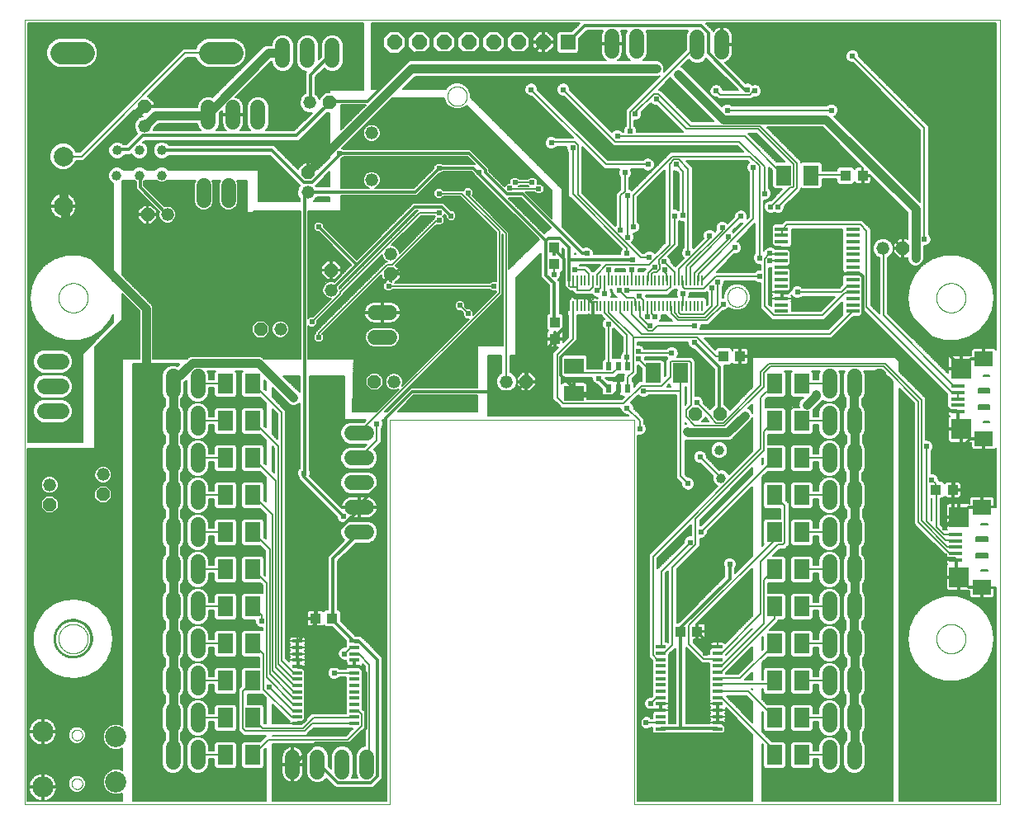
<source format=gtl>
G75*
%MOIN*%
%OFA0B0*%
%FSLAX25Y25*%
%IPPOS*%
%LPD*%
%AMOC8*
5,1,8,0,0,1.08239X$1,22.5*
%
%ADD10C,0.00000*%
%ADD11R,0.04331X0.03937*%
%ADD12OC8,0.05200*%
%ADD13C,0.05200*%
%ADD14R,0.03937X0.04331*%
%ADD15C,0.08850*%
%ADD16C,0.06000*%
%ADD17R,0.06000X0.06000*%
%ADD18OC8,0.06000*%
%ADD19R,0.06299X0.07874*%
%ADD20C,0.06496*%
%ADD21R,0.03900X0.01200*%
%ADD22R,0.00787X0.04488*%
%ADD23R,0.05500X0.01370*%
%ADD24C,0.07874*%
%ADD25R,0.04134X0.04252*%
%ADD26R,0.02362X0.03543*%
%ADD27R,0.07874X0.06299*%
%ADD28R,0.07874X0.08268*%
%ADD29R,0.07480X0.06299*%
%ADD30R,0.05315X0.01575*%
%ADD31C,0.08600*%
%ADD32C,0.03969*%
%ADD33C,0.03600*%
%ADD34C,0.03000*%
%ADD35C,0.00600*%
%ADD36C,0.01200*%
%ADD37C,0.02400*%
D10*
X0049428Y0028933D02*
X0197066Y0028933D01*
X0197066Y0184445D01*
X0295491Y0184445D01*
X0295491Y0028933D01*
X0443129Y0028933D01*
X0443129Y0346059D01*
X0049428Y0346059D01*
X0049428Y0028933D01*
X0068484Y0037280D02*
X0068486Y0037373D01*
X0068492Y0037465D01*
X0068502Y0037557D01*
X0068516Y0037648D01*
X0068533Y0037739D01*
X0068555Y0037829D01*
X0068580Y0037918D01*
X0068609Y0038006D01*
X0068642Y0038092D01*
X0068679Y0038177D01*
X0068719Y0038261D01*
X0068763Y0038342D01*
X0068810Y0038422D01*
X0068860Y0038500D01*
X0068914Y0038575D01*
X0068971Y0038648D01*
X0069031Y0038718D01*
X0069094Y0038786D01*
X0069160Y0038851D01*
X0069228Y0038913D01*
X0069299Y0038973D01*
X0069373Y0039029D01*
X0069449Y0039082D01*
X0069527Y0039131D01*
X0069607Y0039178D01*
X0069689Y0039220D01*
X0069773Y0039260D01*
X0069858Y0039295D01*
X0069945Y0039327D01*
X0070033Y0039356D01*
X0070122Y0039380D01*
X0070212Y0039401D01*
X0070303Y0039417D01*
X0070395Y0039430D01*
X0070487Y0039439D01*
X0070580Y0039444D01*
X0070672Y0039445D01*
X0070765Y0039442D01*
X0070857Y0039435D01*
X0070949Y0039424D01*
X0071040Y0039409D01*
X0071131Y0039391D01*
X0071221Y0039368D01*
X0071309Y0039342D01*
X0071397Y0039312D01*
X0071483Y0039278D01*
X0071567Y0039241D01*
X0071650Y0039199D01*
X0071731Y0039155D01*
X0071811Y0039107D01*
X0071888Y0039056D01*
X0071962Y0039001D01*
X0072035Y0038943D01*
X0072105Y0038883D01*
X0072172Y0038819D01*
X0072236Y0038753D01*
X0072298Y0038683D01*
X0072356Y0038612D01*
X0072411Y0038538D01*
X0072463Y0038461D01*
X0072512Y0038382D01*
X0072558Y0038302D01*
X0072600Y0038219D01*
X0072638Y0038135D01*
X0072673Y0038049D01*
X0072704Y0037962D01*
X0072731Y0037874D01*
X0072754Y0037784D01*
X0072774Y0037694D01*
X0072790Y0037603D01*
X0072802Y0037511D01*
X0072810Y0037419D01*
X0072814Y0037326D01*
X0072814Y0037234D01*
X0072810Y0037141D01*
X0072802Y0037049D01*
X0072790Y0036957D01*
X0072774Y0036866D01*
X0072754Y0036776D01*
X0072731Y0036686D01*
X0072704Y0036598D01*
X0072673Y0036511D01*
X0072638Y0036425D01*
X0072600Y0036341D01*
X0072558Y0036258D01*
X0072512Y0036178D01*
X0072463Y0036099D01*
X0072411Y0036022D01*
X0072356Y0035948D01*
X0072298Y0035877D01*
X0072236Y0035807D01*
X0072172Y0035741D01*
X0072105Y0035677D01*
X0072035Y0035617D01*
X0071962Y0035559D01*
X0071888Y0035504D01*
X0071811Y0035453D01*
X0071732Y0035405D01*
X0071650Y0035361D01*
X0071567Y0035319D01*
X0071483Y0035282D01*
X0071397Y0035248D01*
X0071309Y0035218D01*
X0071221Y0035192D01*
X0071131Y0035169D01*
X0071040Y0035151D01*
X0070949Y0035136D01*
X0070857Y0035125D01*
X0070765Y0035118D01*
X0070672Y0035115D01*
X0070580Y0035116D01*
X0070487Y0035121D01*
X0070395Y0035130D01*
X0070303Y0035143D01*
X0070212Y0035159D01*
X0070122Y0035180D01*
X0070033Y0035204D01*
X0069945Y0035233D01*
X0069858Y0035265D01*
X0069773Y0035300D01*
X0069689Y0035340D01*
X0069607Y0035382D01*
X0069527Y0035429D01*
X0069449Y0035478D01*
X0069373Y0035531D01*
X0069299Y0035587D01*
X0069228Y0035647D01*
X0069160Y0035709D01*
X0069094Y0035774D01*
X0069031Y0035842D01*
X0068971Y0035912D01*
X0068914Y0035985D01*
X0068860Y0036060D01*
X0068810Y0036138D01*
X0068763Y0036218D01*
X0068719Y0036299D01*
X0068679Y0036383D01*
X0068642Y0036468D01*
X0068609Y0036554D01*
X0068580Y0036642D01*
X0068555Y0036731D01*
X0068533Y0036821D01*
X0068516Y0036912D01*
X0068502Y0037003D01*
X0068492Y0037095D01*
X0068486Y0037187D01*
X0068484Y0037280D01*
X0068484Y0056965D02*
X0068486Y0057058D01*
X0068492Y0057150D01*
X0068502Y0057242D01*
X0068516Y0057333D01*
X0068533Y0057424D01*
X0068555Y0057514D01*
X0068580Y0057603D01*
X0068609Y0057691D01*
X0068642Y0057777D01*
X0068679Y0057862D01*
X0068719Y0057946D01*
X0068763Y0058027D01*
X0068810Y0058107D01*
X0068860Y0058185D01*
X0068914Y0058260D01*
X0068971Y0058333D01*
X0069031Y0058403D01*
X0069094Y0058471D01*
X0069160Y0058536D01*
X0069228Y0058598D01*
X0069299Y0058658D01*
X0069373Y0058714D01*
X0069449Y0058767D01*
X0069527Y0058816D01*
X0069607Y0058863D01*
X0069689Y0058905D01*
X0069773Y0058945D01*
X0069858Y0058980D01*
X0069945Y0059012D01*
X0070033Y0059041D01*
X0070122Y0059065D01*
X0070212Y0059086D01*
X0070303Y0059102D01*
X0070395Y0059115D01*
X0070487Y0059124D01*
X0070580Y0059129D01*
X0070672Y0059130D01*
X0070765Y0059127D01*
X0070857Y0059120D01*
X0070949Y0059109D01*
X0071040Y0059094D01*
X0071131Y0059076D01*
X0071221Y0059053D01*
X0071309Y0059027D01*
X0071397Y0058997D01*
X0071483Y0058963D01*
X0071567Y0058926D01*
X0071650Y0058884D01*
X0071731Y0058840D01*
X0071811Y0058792D01*
X0071888Y0058741D01*
X0071962Y0058686D01*
X0072035Y0058628D01*
X0072105Y0058568D01*
X0072172Y0058504D01*
X0072236Y0058438D01*
X0072298Y0058368D01*
X0072356Y0058297D01*
X0072411Y0058223D01*
X0072463Y0058146D01*
X0072512Y0058067D01*
X0072558Y0057987D01*
X0072600Y0057904D01*
X0072638Y0057820D01*
X0072673Y0057734D01*
X0072704Y0057647D01*
X0072731Y0057559D01*
X0072754Y0057469D01*
X0072774Y0057379D01*
X0072790Y0057288D01*
X0072802Y0057196D01*
X0072810Y0057104D01*
X0072814Y0057011D01*
X0072814Y0056919D01*
X0072810Y0056826D01*
X0072802Y0056734D01*
X0072790Y0056642D01*
X0072774Y0056551D01*
X0072754Y0056461D01*
X0072731Y0056371D01*
X0072704Y0056283D01*
X0072673Y0056196D01*
X0072638Y0056110D01*
X0072600Y0056026D01*
X0072558Y0055943D01*
X0072512Y0055863D01*
X0072463Y0055784D01*
X0072411Y0055707D01*
X0072356Y0055633D01*
X0072298Y0055562D01*
X0072236Y0055492D01*
X0072172Y0055426D01*
X0072105Y0055362D01*
X0072035Y0055302D01*
X0071962Y0055244D01*
X0071888Y0055189D01*
X0071811Y0055138D01*
X0071732Y0055090D01*
X0071650Y0055046D01*
X0071567Y0055004D01*
X0071483Y0054967D01*
X0071397Y0054933D01*
X0071309Y0054903D01*
X0071221Y0054877D01*
X0071131Y0054854D01*
X0071040Y0054836D01*
X0070949Y0054821D01*
X0070857Y0054810D01*
X0070765Y0054803D01*
X0070672Y0054800D01*
X0070580Y0054801D01*
X0070487Y0054806D01*
X0070395Y0054815D01*
X0070303Y0054828D01*
X0070212Y0054844D01*
X0070122Y0054865D01*
X0070033Y0054889D01*
X0069945Y0054918D01*
X0069858Y0054950D01*
X0069773Y0054985D01*
X0069689Y0055025D01*
X0069607Y0055067D01*
X0069527Y0055114D01*
X0069449Y0055163D01*
X0069373Y0055216D01*
X0069299Y0055272D01*
X0069228Y0055332D01*
X0069160Y0055394D01*
X0069094Y0055459D01*
X0069031Y0055527D01*
X0068971Y0055597D01*
X0068914Y0055670D01*
X0068860Y0055745D01*
X0068810Y0055823D01*
X0068763Y0055903D01*
X0068719Y0055984D01*
X0068679Y0056068D01*
X0068642Y0056153D01*
X0068609Y0056239D01*
X0068580Y0056327D01*
X0068555Y0056416D01*
X0068533Y0056506D01*
X0068516Y0056597D01*
X0068502Y0056688D01*
X0068492Y0056780D01*
X0068486Y0056872D01*
X0068484Y0056965D01*
X0063208Y0095862D02*
X0063210Y0096015D01*
X0063216Y0096169D01*
X0063226Y0096322D01*
X0063240Y0096474D01*
X0063258Y0096627D01*
X0063280Y0096778D01*
X0063305Y0096929D01*
X0063335Y0097080D01*
X0063369Y0097230D01*
X0063406Y0097378D01*
X0063447Y0097526D01*
X0063492Y0097672D01*
X0063541Y0097818D01*
X0063594Y0097962D01*
X0063650Y0098104D01*
X0063710Y0098245D01*
X0063774Y0098385D01*
X0063841Y0098523D01*
X0063912Y0098659D01*
X0063987Y0098793D01*
X0064064Y0098925D01*
X0064146Y0099055D01*
X0064230Y0099183D01*
X0064318Y0099309D01*
X0064409Y0099432D01*
X0064503Y0099553D01*
X0064601Y0099671D01*
X0064701Y0099787D01*
X0064805Y0099900D01*
X0064911Y0100011D01*
X0065020Y0100119D01*
X0065132Y0100224D01*
X0065246Y0100325D01*
X0065364Y0100424D01*
X0065483Y0100520D01*
X0065605Y0100613D01*
X0065730Y0100702D01*
X0065857Y0100789D01*
X0065986Y0100871D01*
X0066117Y0100951D01*
X0066250Y0101027D01*
X0066385Y0101100D01*
X0066522Y0101169D01*
X0066661Y0101234D01*
X0066801Y0101296D01*
X0066943Y0101354D01*
X0067086Y0101409D01*
X0067231Y0101460D01*
X0067377Y0101507D01*
X0067524Y0101550D01*
X0067672Y0101589D01*
X0067821Y0101625D01*
X0067971Y0101656D01*
X0068122Y0101684D01*
X0068273Y0101708D01*
X0068426Y0101728D01*
X0068578Y0101744D01*
X0068731Y0101756D01*
X0068884Y0101764D01*
X0069037Y0101768D01*
X0069191Y0101768D01*
X0069344Y0101764D01*
X0069497Y0101756D01*
X0069650Y0101744D01*
X0069802Y0101728D01*
X0069955Y0101708D01*
X0070106Y0101684D01*
X0070257Y0101656D01*
X0070407Y0101625D01*
X0070556Y0101589D01*
X0070704Y0101550D01*
X0070851Y0101507D01*
X0070997Y0101460D01*
X0071142Y0101409D01*
X0071285Y0101354D01*
X0071427Y0101296D01*
X0071567Y0101234D01*
X0071706Y0101169D01*
X0071843Y0101100D01*
X0071978Y0101027D01*
X0072111Y0100951D01*
X0072242Y0100871D01*
X0072371Y0100789D01*
X0072498Y0100702D01*
X0072623Y0100613D01*
X0072745Y0100520D01*
X0072864Y0100424D01*
X0072982Y0100325D01*
X0073096Y0100224D01*
X0073208Y0100119D01*
X0073317Y0100011D01*
X0073423Y0099900D01*
X0073527Y0099787D01*
X0073627Y0099671D01*
X0073725Y0099553D01*
X0073819Y0099432D01*
X0073910Y0099309D01*
X0073998Y0099183D01*
X0074082Y0099055D01*
X0074164Y0098925D01*
X0074241Y0098793D01*
X0074316Y0098659D01*
X0074387Y0098523D01*
X0074454Y0098385D01*
X0074518Y0098245D01*
X0074578Y0098104D01*
X0074634Y0097962D01*
X0074687Y0097818D01*
X0074736Y0097672D01*
X0074781Y0097526D01*
X0074822Y0097378D01*
X0074859Y0097230D01*
X0074893Y0097080D01*
X0074923Y0096929D01*
X0074948Y0096778D01*
X0074970Y0096627D01*
X0074988Y0096474D01*
X0075002Y0096322D01*
X0075012Y0096169D01*
X0075018Y0096015D01*
X0075020Y0095862D01*
X0075018Y0095709D01*
X0075012Y0095555D01*
X0075002Y0095402D01*
X0074988Y0095250D01*
X0074970Y0095097D01*
X0074948Y0094946D01*
X0074923Y0094795D01*
X0074893Y0094644D01*
X0074859Y0094494D01*
X0074822Y0094346D01*
X0074781Y0094198D01*
X0074736Y0094052D01*
X0074687Y0093906D01*
X0074634Y0093762D01*
X0074578Y0093620D01*
X0074518Y0093479D01*
X0074454Y0093339D01*
X0074387Y0093201D01*
X0074316Y0093065D01*
X0074241Y0092931D01*
X0074164Y0092799D01*
X0074082Y0092669D01*
X0073998Y0092541D01*
X0073910Y0092415D01*
X0073819Y0092292D01*
X0073725Y0092171D01*
X0073627Y0092053D01*
X0073527Y0091937D01*
X0073423Y0091824D01*
X0073317Y0091713D01*
X0073208Y0091605D01*
X0073096Y0091500D01*
X0072982Y0091399D01*
X0072864Y0091300D01*
X0072745Y0091204D01*
X0072623Y0091111D01*
X0072498Y0091022D01*
X0072371Y0090935D01*
X0072242Y0090853D01*
X0072111Y0090773D01*
X0071978Y0090697D01*
X0071843Y0090624D01*
X0071706Y0090555D01*
X0071567Y0090490D01*
X0071427Y0090428D01*
X0071285Y0090370D01*
X0071142Y0090315D01*
X0070997Y0090264D01*
X0070851Y0090217D01*
X0070704Y0090174D01*
X0070556Y0090135D01*
X0070407Y0090099D01*
X0070257Y0090068D01*
X0070106Y0090040D01*
X0069955Y0090016D01*
X0069802Y0089996D01*
X0069650Y0089980D01*
X0069497Y0089968D01*
X0069344Y0089960D01*
X0069191Y0089956D01*
X0069037Y0089956D01*
X0068884Y0089960D01*
X0068731Y0089968D01*
X0068578Y0089980D01*
X0068426Y0089996D01*
X0068273Y0090016D01*
X0068122Y0090040D01*
X0067971Y0090068D01*
X0067821Y0090099D01*
X0067672Y0090135D01*
X0067524Y0090174D01*
X0067377Y0090217D01*
X0067231Y0090264D01*
X0067086Y0090315D01*
X0066943Y0090370D01*
X0066801Y0090428D01*
X0066661Y0090490D01*
X0066522Y0090555D01*
X0066385Y0090624D01*
X0066250Y0090697D01*
X0066117Y0090773D01*
X0065986Y0090853D01*
X0065857Y0090935D01*
X0065730Y0091022D01*
X0065605Y0091111D01*
X0065483Y0091204D01*
X0065364Y0091300D01*
X0065246Y0091399D01*
X0065132Y0091500D01*
X0065020Y0091605D01*
X0064911Y0091713D01*
X0064805Y0091824D01*
X0064701Y0091937D01*
X0064601Y0092053D01*
X0064503Y0092171D01*
X0064409Y0092292D01*
X0064318Y0092415D01*
X0064230Y0092541D01*
X0064146Y0092669D01*
X0064064Y0092799D01*
X0063987Y0092931D01*
X0063912Y0093065D01*
X0063841Y0093201D01*
X0063774Y0093339D01*
X0063710Y0093479D01*
X0063650Y0093620D01*
X0063594Y0093762D01*
X0063541Y0093906D01*
X0063492Y0094052D01*
X0063447Y0094198D01*
X0063406Y0094346D01*
X0063369Y0094494D01*
X0063335Y0094644D01*
X0063305Y0094795D01*
X0063280Y0094946D01*
X0063258Y0095097D01*
X0063240Y0095250D01*
X0063226Y0095402D01*
X0063216Y0095555D01*
X0063210Y0095709D01*
X0063208Y0095862D01*
X0063208Y0233657D02*
X0063210Y0233810D01*
X0063216Y0233964D01*
X0063226Y0234117D01*
X0063240Y0234269D01*
X0063258Y0234422D01*
X0063280Y0234573D01*
X0063305Y0234724D01*
X0063335Y0234875D01*
X0063369Y0235025D01*
X0063406Y0235173D01*
X0063447Y0235321D01*
X0063492Y0235467D01*
X0063541Y0235613D01*
X0063594Y0235757D01*
X0063650Y0235899D01*
X0063710Y0236040D01*
X0063774Y0236180D01*
X0063841Y0236318D01*
X0063912Y0236454D01*
X0063987Y0236588D01*
X0064064Y0236720D01*
X0064146Y0236850D01*
X0064230Y0236978D01*
X0064318Y0237104D01*
X0064409Y0237227D01*
X0064503Y0237348D01*
X0064601Y0237466D01*
X0064701Y0237582D01*
X0064805Y0237695D01*
X0064911Y0237806D01*
X0065020Y0237914D01*
X0065132Y0238019D01*
X0065246Y0238120D01*
X0065364Y0238219D01*
X0065483Y0238315D01*
X0065605Y0238408D01*
X0065730Y0238497D01*
X0065857Y0238584D01*
X0065986Y0238666D01*
X0066117Y0238746D01*
X0066250Y0238822D01*
X0066385Y0238895D01*
X0066522Y0238964D01*
X0066661Y0239029D01*
X0066801Y0239091D01*
X0066943Y0239149D01*
X0067086Y0239204D01*
X0067231Y0239255D01*
X0067377Y0239302D01*
X0067524Y0239345D01*
X0067672Y0239384D01*
X0067821Y0239420D01*
X0067971Y0239451D01*
X0068122Y0239479D01*
X0068273Y0239503D01*
X0068426Y0239523D01*
X0068578Y0239539D01*
X0068731Y0239551D01*
X0068884Y0239559D01*
X0069037Y0239563D01*
X0069191Y0239563D01*
X0069344Y0239559D01*
X0069497Y0239551D01*
X0069650Y0239539D01*
X0069802Y0239523D01*
X0069955Y0239503D01*
X0070106Y0239479D01*
X0070257Y0239451D01*
X0070407Y0239420D01*
X0070556Y0239384D01*
X0070704Y0239345D01*
X0070851Y0239302D01*
X0070997Y0239255D01*
X0071142Y0239204D01*
X0071285Y0239149D01*
X0071427Y0239091D01*
X0071567Y0239029D01*
X0071706Y0238964D01*
X0071843Y0238895D01*
X0071978Y0238822D01*
X0072111Y0238746D01*
X0072242Y0238666D01*
X0072371Y0238584D01*
X0072498Y0238497D01*
X0072623Y0238408D01*
X0072745Y0238315D01*
X0072864Y0238219D01*
X0072982Y0238120D01*
X0073096Y0238019D01*
X0073208Y0237914D01*
X0073317Y0237806D01*
X0073423Y0237695D01*
X0073527Y0237582D01*
X0073627Y0237466D01*
X0073725Y0237348D01*
X0073819Y0237227D01*
X0073910Y0237104D01*
X0073998Y0236978D01*
X0074082Y0236850D01*
X0074164Y0236720D01*
X0074241Y0236588D01*
X0074316Y0236454D01*
X0074387Y0236318D01*
X0074454Y0236180D01*
X0074518Y0236040D01*
X0074578Y0235899D01*
X0074634Y0235757D01*
X0074687Y0235613D01*
X0074736Y0235467D01*
X0074781Y0235321D01*
X0074822Y0235173D01*
X0074859Y0235025D01*
X0074893Y0234875D01*
X0074923Y0234724D01*
X0074948Y0234573D01*
X0074970Y0234422D01*
X0074988Y0234269D01*
X0075002Y0234117D01*
X0075012Y0233964D01*
X0075018Y0233810D01*
X0075020Y0233657D01*
X0075018Y0233504D01*
X0075012Y0233350D01*
X0075002Y0233197D01*
X0074988Y0233045D01*
X0074970Y0232892D01*
X0074948Y0232741D01*
X0074923Y0232590D01*
X0074893Y0232439D01*
X0074859Y0232289D01*
X0074822Y0232141D01*
X0074781Y0231993D01*
X0074736Y0231847D01*
X0074687Y0231701D01*
X0074634Y0231557D01*
X0074578Y0231415D01*
X0074518Y0231274D01*
X0074454Y0231134D01*
X0074387Y0230996D01*
X0074316Y0230860D01*
X0074241Y0230726D01*
X0074164Y0230594D01*
X0074082Y0230464D01*
X0073998Y0230336D01*
X0073910Y0230210D01*
X0073819Y0230087D01*
X0073725Y0229966D01*
X0073627Y0229848D01*
X0073527Y0229732D01*
X0073423Y0229619D01*
X0073317Y0229508D01*
X0073208Y0229400D01*
X0073096Y0229295D01*
X0072982Y0229194D01*
X0072864Y0229095D01*
X0072745Y0228999D01*
X0072623Y0228906D01*
X0072498Y0228817D01*
X0072371Y0228730D01*
X0072242Y0228648D01*
X0072111Y0228568D01*
X0071978Y0228492D01*
X0071843Y0228419D01*
X0071706Y0228350D01*
X0071567Y0228285D01*
X0071427Y0228223D01*
X0071285Y0228165D01*
X0071142Y0228110D01*
X0070997Y0228059D01*
X0070851Y0228012D01*
X0070704Y0227969D01*
X0070556Y0227930D01*
X0070407Y0227894D01*
X0070257Y0227863D01*
X0070106Y0227835D01*
X0069955Y0227811D01*
X0069802Y0227791D01*
X0069650Y0227775D01*
X0069497Y0227763D01*
X0069344Y0227755D01*
X0069191Y0227751D01*
X0069037Y0227751D01*
X0068884Y0227755D01*
X0068731Y0227763D01*
X0068578Y0227775D01*
X0068426Y0227791D01*
X0068273Y0227811D01*
X0068122Y0227835D01*
X0067971Y0227863D01*
X0067821Y0227894D01*
X0067672Y0227930D01*
X0067524Y0227969D01*
X0067377Y0228012D01*
X0067231Y0228059D01*
X0067086Y0228110D01*
X0066943Y0228165D01*
X0066801Y0228223D01*
X0066661Y0228285D01*
X0066522Y0228350D01*
X0066385Y0228419D01*
X0066250Y0228492D01*
X0066117Y0228568D01*
X0065986Y0228648D01*
X0065857Y0228730D01*
X0065730Y0228817D01*
X0065605Y0228906D01*
X0065483Y0228999D01*
X0065364Y0229095D01*
X0065246Y0229194D01*
X0065132Y0229295D01*
X0065020Y0229400D01*
X0064911Y0229508D01*
X0064805Y0229619D01*
X0064701Y0229732D01*
X0064601Y0229848D01*
X0064503Y0229966D01*
X0064409Y0230087D01*
X0064318Y0230210D01*
X0064230Y0230336D01*
X0064146Y0230464D01*
X0064064Y0230594D01*
X0063987Y0230726D01*
X0063912Y0230860D01*
X0063841Y0230996D01*
X0063774Y0231134D01*
X0063710Y0231274D01*
X0063650Y0231415D01*
X0063594Y0231557D01*
X0063541Y0231701D01*
X0063492Y0231847D01*
X0063447Y0231993D01*
X0063406Y0232141D01*
X0063369Y0232289D01*
X0063335Y0232439D01*
X0063305Y0232590D01*
X0063280Y0232741D01*
X0063258Y0232892D01*
X0063240Y0233045D01*
X0063226Y0233197D01*
X0063216Y0233350D01*
X0063210Y0233504D01*
X0063208Y0233657D01*
X0220188Y0315107D02*
X0220190Y0315232D01*
X0220196Y0315357D01*
X0220206Y0315481D01*
X0220220Y0315605D01*
X0220237Y0315729D01*
X0220259Y0315852D01*
X0220285Y0315974D01*
X0220314Y0316096D01*
X0220347Y0316216D01*
X0220385Y0316335D01*
X0220425Y0316454D01*
X0220470Y0316570D01*
X0220518Y0316685D01*
X0220570Y0316799D01*
X0220626Y0316911D01*
X0220685Y0317021D01*
X0220747Y0317129D01*
X0220813Y0317236D01*
X0220882Y0317340D01*
X0220955Y0317441D01*
X0221030Y0317541D01*
X0221109Y0317638D01*
X0221191Y0317732D01*
X0221276Y0317824D01*
X0221363Y0317913D01*
X0221454Y0317999D01*
X0221547Y0318082D01*
X0221643Y0318163D01*
X0221741Y0318240D01*
X0221841Y0318314D01*
X0221944Y0318385D01*
X0222049Y0318452D01*
X0222157Y0318517D01*
X0222266Y0318577D01*
X0222377Y0318635D01*
X0222490Y0318688D01*
X0222604Y0318738D01*
X0222720Y0318785D01*
X0222837Y0318827D01*
X0222956Y0318866D01*
X0223076Y0318902D01*
X0223197Y0318933D01*
X0223319Y0318961D01*
X0223441Y0318984D01*
X0223565Y0319004D01*
X0223689Y0319020D01*
X0223813Y0319032D01*
X0223938Y0319040D01*
X0224063Y0319044D01*
X0224187Y0319044D01*
X0224312Y0319040D01*
X0224437Y0319032D01*
X0224561Y0319020D01*
X0224685Y0319004D01*
X0224809Y0318984D01*
X0224931Y0318961D01*
X0225053Y0318933D01*
X0225174Y0318902D01*
X0225294Y0318866D01*
X0225413Y0318827D01*
X0225530Y0318785D01*
X0225646Y0318738D01*
X0225760Y0318688D01*
X0225873Y0318635D01*
X0225984Y0318577D01*
X0226094Y0318517D01*
X0226201Y0318452D01*
X0226306Y0318385D01*
X0226409Y0318314D01*
X0226509Y0318240D01*
X0226607Y0318163D01*
X0226703Y0318082D01*
X0226796Y0317999D01*
X0226887Y0317913D01*
X0226974Y0317824D01*
X0227059Y0317732D01*
X0227141Y0317638D01*
X0227220Y0317541D01*
X0227295Y0317441D01*
X0227368Y0317340D01*
X0227437Y0317236D01*
X0227503Y0317129D01*
X0227565Y0317021D01*
X0227624Y0316911D01*
X0227680Y0316799D01*
X0227732Y0316685D01*
X0227780Y0316570D01*
X0227825Y0316454D01*
X0227865Y0316335D01*
X0227903Y0316216D01*
X0227936Y0316096D01*
X0227965Y0315974D01*
X0227991Y0315852D01*
X0228013Y0315729D01*
X0228030Y0315605D01*
X0228044Y0315481D01*
X0228054Y0315357D01*
X0228060Y0315232D01*
X0228062Y0315107D01*
X0228060Y0314982D01*
X0228054Y0314857D01*
X0228044Y0314733D01*
X0228030Y0314609D01*
X0228013Y0314485D01*
X0227991Y0314362D01*
X0227965Y0314240D01*
X0227936Y0314118D01*
X0227903Y0313998D01*
X0227865Y0313879D01*
X0227825Y0313760D01*
X0227780Y0313644D01*
X0227732Y0313529D01*
X0227680Y0313415D01*
X0227624Y0313303D01*
X0227565Y0313193D01*
X0227503Y0313085D01*
X0227437Y0312978D01*
X0227368Y0312874D01*
X0227295Y0312773D01*
X0227220Y0312673D01*
X0227141Y0312576D01*
X0227059Y0312482D01*
X0226974Y0312390D01*
X0226887Y0312301D01*
X0226796Y0312215D01*
X0226703Y0312132D01*
X0226607Y0312051D01*
X0226509Y0311974D01*
X0226409Y0311900D01*
X0226306Y0311829D01*
X0226201Y0311762D01*
X0226093Y0311697D01*
X0225984Y0311637D01*
X0225873Y0311579D01*
X0225760Y0311526D01*
X0225646Y0311476D01*
X0225530Y0311429D01*
X0225413Y0311387D01*
X0225294Y0311348D01*
X0225174Y0311312D01*
X0225053Y0311281D01*
X0224931Y0311253D01*
X0224809Y0311230D01*
X0224685Y0311210D01*
X0224561Y0311194D01*
X0224437Y0311182D01*
X0224312Y0311174D01*
X0224187Y0311170D01*
X0224063Y0311170D01*
X0223938Y0311174D01*
X0223813Y0311182D01*
X0223689Y0311194D01*
X0223565Y0311210D01*
X0223441Y0311230D01*
X0223319Y0311253D01*
X0223197Y0311281D01*
X0223076Y0311312D01*
X0222956Y0311348D01*
X0222837Y0311387D01*
X0222720Y0311429D01*
X0222604Y0311476D01*
X0222490Y0311526D01*
X0222377Y0311579D01*
X0222266Y0311637D01*
X0222156Y0311697D01*
X0222049Y0311762D01*
X0221944Y0311829D01*
X0221841Y0311900D01*
X0221741Y0311974D01*
X0221643Y0312051D01*
X0221547Y0312132D01*
X0221454Y0312215D01*
X0221363Y0312301D01*
X0221276Y0312390D01*
X0221191Y0312482D01*
X0221109Y0312576D01*
X0221030Y0312673D01*
X0220955Y0312773D01*
X0220882Y0312874D01*
X0220813Y0312978D01*
X0220747Y0313085D01*
X0220685Y0313193D01*
X0220626Y0313303D01*
X0220570Y0313415D01*
X0220518Y0313529D01*
X0220470Y0313644D01*
X0220425Y0313760D01*
X0220385Y0313879D01*
X0220347Y0313998D01*
X0220314Y0314118D01*
X0220285Y0314240D01*
X0220259Y0314362D01*
X0220237Y0314485D01*
X0220220Y0314609D01*
X0220206Y0314733D01*
X0220196Y0314857D01*
X0220190Y0314982D01*
X0220188Y0315107D01*
X0333140Y0234005D02*
X0333142Y0234130D01*
X0333148Y0234255D01*
X0333158Y0234379D01*
X0333172Y0234503D01*
X0333189Y0234627D01*
X0333211Y0234750D01*
X0333237Y0234872D01*
X0333266Y0234994D01*
X0333299Y0235114D01*
X0333337Y0235233D01*
X0333377Y0235352D01*
X0333422Y0235468D01*
X0333470Y0235583D01*
X0333522Y0235697D01*
X0333578Y0235809D01*
X0333637Y0235919D01*
X0333699Y0236027D01*
X0333765Y0236134D01*
X0333834Y0236238D01*
X0333907Y0236339D01*
X0333982Y0236439D01*
X0334061Y0236536D01*
X0334143Y0236630D01*
X0334228Y0236722D01*
X0334315Y0236811D01*
X0334406Y0236897D01*
X0334499Y0236980D01*
X0334595Y0237061D01*
X0334693Y0237138D01*
X0334793Y0237212D01*
X0334896Y0237283D01*
X0335001Y0237350D01*
X0335109Y0237415D01*
X0335218Y0237475D01*
X0335329Y0237533D01*
X0335442Y0237586D01*
X0335556Y0237636D01*
X0335672Y0237683D01*
X0335789Y0237725D01*
X0335908Y0237764D01*
X0336028Y0237800D01*
X0336149Y0237831D01*
X0336271Y0237859D01*
X0336393Y0237882D01*
X0336517Y0237902D01*
X0336641Y0237918D01*
X0336765Y0237930D01*
X0336890Y0237938D01*
X0337015Y0237942D01*
X0337139Y0237942D01*
X0337264Y0237938D01*
X0337389Y0237930D01*
X0337513Y0237918D01*
X0337637Y0237902D01*
X0337761Y0237882D01*
X0337883Y0237859D01*
X0338005Y0237831D01*
X0338126Y0237800D01*
X0338246Y0237764D01*
X0338365Y0237725D01*
X0338482Y0237683D01*
X0338598Y0237636D01*
X0338712Y0237586D01*
X0338825Y0237533D01*
X0338936Y0237475D01*
X0339046Y0237415D01*
X0339153Y0237350D01*
X0339258Y0237283D01*
X0339361Y0237212D01*
X0339461Y0237138D01*
X0339559Y0237061D01*
X0339655Y0236980D01*
X0339748Y0236897D01*
X0339839Y0236811D01*
X0339926Y0236722D01*
X0340011Y0236630D01*
X0340093Y0236536D01*
X0340172Y0236439D01*
X0340247Y0236339D01*
X0340320Y0236238D01*
X0340389Y0236134D01*
X0340455Y0236027D01*
X0340517Y0235919D01*
X0340576Y0235809D01*
X0340632Y0235697D01*
X0340684Y0235583D01*
X0340732Y0235468D01*
X0340777Y0235352D01*
X0340817Y0235233D01*
X0340855Y0235114D01*
X0340888Y0234994D01*
X0340917Y0234872D01*
X0340943Y0234750D01*
X0340965Y0234627D01*
X0340982Y0234503D01*
X0340996Y0234379D01*
X0341006Y0234255D01*
X0341012Y0234130D01*
X0341014Y0234005D01*
X0341012Y0233880D01*
X0341006Y0233755D01*
X0340996Y0233631D01*
X0340982Y0233507D01*
X0340965Y0233383D01*
X0340943Y0233260D01*
X0340917Y0233138D01*
X0340888Y0233016D01*
X0340855Y0232896D01*
X0340817Y0232777D01*
X0340777Y0232658D01*
X0340732Y0232542D01*
X0340684Y0232427D01*
X0340632Y0232313D01*
X0340576Y0232201D01*
X0340517Y0232091D01*
X0340455Y0231983D01*
X0340389Y0231876D01*
X0340320Y0231772D01*
X0340247Y0231671D01*
X0340172Y0231571D01*
X0340093Y0231474D01*
X0340011Y0231380D01*
X0339926Y0231288D01*
X0339839Y0231199D01*
X0339748Y0231113D01*
X0339655Y0231030D01*
X0339559Y0230949D01*
X0339461Y0230872D01*
X0339361Y0230798D01*
X0339258Y0230727D01*
X0339153Y0230660D01*
X0339045Y0230595D01*
X0338936Y0230535D01*
X0338825Y0230477D01*
X0338712Y0230424D01*
X0338598Y0230374D01*
X0338482Y0230327D01*
X0338365Y0230285D01*
X0338246Y0230246D01*
X0338126Y0230210D01*
X0338005Y0230179D01*
X0337883Y0230151D01*
X0337761Y0230128D01*
X0337637Y0230108D01*
X0337513Y0230092D01*
X0337389Y0230080D01*
X0337264Y0230072D01*
X0337139Y0230068D01*
X0337015Y0230068D01*
X0336890Y0230072D01*
X0336765Y0230080D01*
X0336641Y0230092D01*
X0336517Y0230108D01*
X0336393Y0230128D01*
X0336271Y0230151D01*
X0336149Y0230179D01*
X0336028Y0230210D01*
X0335908Y0230246D01*
X0335789Y0230285D01*
X0335672Y0230327D01*
X0335556Y0230374D01*
X0335442Y0230424D01*
X0335329Y0230477D01*
X0335218Y0230535D01*
X0335108Y0230595D01*
X0335001Y0230660D01*
X0334896Y0230727D01*
X0334793Y0230798D01*
X0334693Y0230872D01*
X0334595Y0230949D01*
X0334499Y0231030D01*
X0334406Y0231113D01*
X0334315Y0231199D01*
X0334228Y0231288D01*
X0334143Y0231380D01*
X0334061Y0231474D01*
X0333982Y0231571D01*
X0333907Y0231671D01*
X0333834Y0231772D01*
X0333765Y0231876D01*
X0333699Y0231983D01*
X0333637Y0232091D01*
X0333578Y0232201D01*
X0333522Y0232313D01*
X0333470Y0232427D01*
X0333422Y0232542D01*
X0333377Y0232658D01*
X0333337Y0232777D01*
X0333299Y0232896D01*
X0333266Y0233016D01*
X0333237Y0233138D01*
X0333211Y0233260D01*
X0333189Y0233383D01*
X0333172Y0233507D01*
X0333158Y0233631D01*
X0333148Y0233755D01*
X0333142Y0233880D01*
X0333140Y0234005D01*
X0417538Y0233657D02*
X0417540Y0233810D01*
X0417546Y0233964D01*
X0417556Y0234117D01*
X0417570Y0234269D01*
X0417588Y0234422D01*
X0417610Y0234573D01*
X0417635Y0234724D01*
X0417665Y0234875D01*
X0417699Y0235025D01*
X0417736Y0235173D01*
X0417777Y0235321D01*
X0417822Y0235467D01*
X0417871Y0235613D01*
X0417924Y0235757D01*
X0417980Y0235899D01*
X0418040Y0236040D01*
X0418104Y0236180D01*
X0418171Y0236318D01*
X0418242Y0236454D01*
X0418317Y0236588D01*
X0418394Y0236720D01*
X0418476Y0236850D01*
X0418560Y0236978D01*
X0418648Y0237104D01*
X0418739Y0237227D01*
X0418833Y0237348D01*
X0418931Y0237466D01*
X0419031Y0237582D01*
X0419135Y0237695D01*
X0419241Y0237806D01*
X0419350Y0237914D01*
X0419462Y0238019D01*
X0419576Y0238120D01*
X0419694Y0238219D01*
X0419813Y0238315D01*
X0419935Y0238408D01*
X0420060Y0238497D01*
X0420187Y0238584D01*
X0420316Y0238666D01*
X0420447Y0238746D01*
X0420580Y0238822D01*
X0420715Y0238895D01*
X0420852Y0238964D01*
X0420991Y0239029D01*
X0421131Y0239091D01*
X0421273Y0239149D01*
X0421416Y0239204D01*
X0421561Y0239255D01*
X0421707Y0239302D01*
X0421854Y0239345D01*
X0422002Y0239384D01*
X0422151Y0239420D01*
X0422301Y0239451D01*
X0422452Y0239479D01*
X0422603Y0239503D01*
X0422756Y0239523D01*
X0422908Y0239539D01*
X0423061Y0239551D01*
X0423214Y0239559D01*
X0423367Y0239563D01*
X0423521Y0239563D01*
X0423674Y0239559D01*
X0423827Y0239551D01*
X0423980Y0239539D01*
X0424132Y0239523D01*
X0424285Y0239503D01*
X0424436Y0239479D01*
X0424587Y0239451D01*
X0424737Y0239420D01*
X0424886Y0239384D01*
X0425034Y0239345D01*
X0425181Y0239302D01*
X0425327Y0239255D01*
X0425472Y0239204D01*
X0425615Y0239149D01*
X0425757Y0239091D01*
X0425897Y0239029D01*
X0426036Y0238964D01*
X0426173Y0238895D01*
X0426308Y0238822D01*
X0426441Y0238746D01*
X0426572Y0238666D01*
X0426701Y0238584D01*
X0426828Y0238497D01*
X0426953Y0238408D01*
X0427075Y0238315D01*
X0427194Y0238219D01*
X0427312Y0238120D01*
X0427426Y0238019D01*
X0427538Y0237914D01*
X0427647Y0237806D01*
X0427753Y0237695D01*
X0427857Y0237582D01*
X0427957Y0237466D01*
X0428055Y0237348D01*
X0428149Y0237227D01*
X0428240Y0237104D01*
X0428328Y0236978D01*
X0428412Y0236850D01*
X0428494Y0236720D01*
X0428571Y0236588D01*
X0428646Y0236454D01*
X0428717Y0236318D01*
X0428784Y0236180D01*
X0428848Y0236040D01*
X0428908Y0235899D01*
X0428964Y0235757D01*
X0429017Y0235613D01*
X0429066Y0235467D01*
X0429111Y0235321D01*
X0429152Y0235173D01*
X0429189Y0235025D01*
X0429223Y0234875D01*
X0429253Y0234724D01*
X0429278Y0234573D01*
X0429300Y0234422D01*
X0429318Y0234269D01*
X0429332Y0234117D01*
X0429342Y0233964D01*
X0429348Y0233810D01*
X0429350Y0233657D01*
X0429348Y0233504D01*
X0429342Y0233350D01*
X0429332Y0233197D01*
X0429318Y0233045D01*
X0429300Y0232892D01*
X0429278Y0232741D01*
X0429253Y0232590D01*
X0429223Y0232439D01*
X0429189Y0232289D01*
X0429152Y0232141D01*
X0429111Y0231993D01*
X0429066Y0231847D01*
X0429017Y0231701D01*
X0428964Y0231557D01*
X0428908Y0231415D01*
X0428848Y0231274D01*
X0428784Y0231134D01*
X0428717Y0230996D01*
X0428646Y0230860D01*
X0428571Y0230726D01*
X0428494Y0230594D01*
X0428412Y0230464D01*
X0428328Y0230336D01*
X0428240Y0230210D01*
X0428149Y0230087D01*
X0428055Y0229966D01*
X0427957Y0229848D01*
X0427857Y0229732D01*
X0427753Y0229619D01*
X0427647Y0229508D01*
X0427538Y0229400D01*
X0427426Y0229295D01*
X0427312Y0229194D01*
X0427194Y0229095D01*
X0427075Y0228999D01*
X0426953Y0228906D01*
X0426828Y0228817D01*
X0426701Y0228730D01*
X0426572Y0228648D01*
X0426441Y0228568D01*
X0426308Y0228492D01*
X0426173Y0228419D01*
X0426036Y0228350D01*
X0425897Y0228285D01*
X0425757Y0228223D01*
X0425615Y0228165D01*
X0425472Y0228110D01*
X0425327Y0228059D01*
X0425181Y0228012D01*
X0425034Y0227969D01*
X0424886Y0227930D01*
X0424737Y0227894D01*
X0424587Y0227863D01*
X0424436Y0227835D01*
X0424285Y0227811D01*
X0424132Y0227791D01*
X0423980Y0227775D01*
X0423827Y0227763D01*
X0423674Y0227755D01*
X0423521Y0227751D01*
X0423367Y0227751D01*
X0423214Y0227755D01*
X0423061Y0227763D01*
X0422908Y0227775D01*
X0422756Y0227791D01*
X0422603Y0227811D01*
X0422452Y0227835D01*
X0422301Y0227863D01*
X0422151Y0227894D01*
X0422002Y0227930D01*
X0421854Y0227969D01*
X0421707Y0228012D01*
X0421561Y0228059D01*
X0421416Y0228110D01*
X0421273Y0228165D01*
X0421131Y0228223D01*
X0420991Y0228285D01*
X0420852Y0228350D01*
X0420715Y0228419D01*
X0420580Y0228492D01*
X0420447Y0228568D01*
X0420316Y0228648D01*
X0420187Y0228730D01*
X0420060Y0228817D01*
X0419935Y0228906D01*
X0419813Y0228999D01*
X0419694Y0229095D01*
X0419576Y0229194D01*
X0419462Y0229295D01*
X0419350Y0229400D01*
X0419241Y0229508D01*
X0419135Y0229619D01*
X0419031Y0229732D01*
X0418931Y0229848D01*
X0418833Y0229966D01*
X0418739Y0230087D01*
X0418648Y0230210D01*
X0418560Y0230336D01*
X0418476Y0230464D01*
X0418394Y0230594D01*
X0418317Y0230726D01*
X0418242Y0230860D01*
X0418171Y0230996D01*
X0418104Y0231134D01*
X0418040Y0231274D01*
X0417980Y0231415D01*
X0417924Y0231557D01*
X0417871Y0231701D01*
X0417822Y0231847D01*
X0417777Y0231993D01*
X0417736Y0232141D01*
X0417699Y0232289D01*
X0417665Y0232439D01*
X0417635Y0232590D01*
X0417610Y0232741D01*
X0417588Y0232892D01*
X0417570Y0233045D01*
X0417556Y0233197D01*
X0417546Y0233350D01*
X0417540Y0233504D01*
X0417538Y0233657D01*
X0417538Y0095862D02*
X0417540Y0096015D01*
X0417546Y0096169D01*
X0417556Y0096322D01*
X0417570Y0096474D01*
X0417588Y0096627D01*
X0417610Y0096778D01*
X0417635Y0096929D01*
X0417665Y0097080D01*
X0417699Y0097230D01*
X0417736Y0097378D01*
X0417777Y0097526D01*
X0417822Y0097672D01*
X0417871Y0097818D01*
X0417924Y0097962D01*
X0417980Y0098104D01*
X0418040Y0098245D01*
X0418104Y0098385D01*
X0418171Y0098523D01*
X0418242Y0098659D01*
X0418317Y0098793D01*
X0418394Y0098925D01*
X0418476Y0099055D01*
X0418560Y0099183D01*
X0418648Y0099309D01*
X0418739Y0099432D01*
X0418833Y0099553D01*
X0418931Y0099671D01*
X0419031Y0099787D01*
X0419135Y0099900D01*
X0419241Y0100011D01*
X0419350Y0100119D01*
X0419462Y0100224D01*
X0419576Y0100325D01*
X0419694Y0100424D01*
X0419813Y0100520D01*
X0419935Y0100613D01*
X0420060Y0100702D01*
X0420187Y0100789D01*
X0420316Y0100871D01*
X0420447Y0100951D01*
X0420580Y0101027D01*
X0420715Y0101100D01*
X0420852Y0101169D01*
X0420991Y0101234D01*
X0421131Y0101296D01*
X0421273Y0101354D01*
X0421416Y0101409D01*
X0421561Y0101460D01*
X0421707Y0101507D01*
X0421854Y0101550D01*
X0422002Y0101589D01*
X0422151Y0101625D01*
X0422301Y0101656D01*
X0422452Y0101684D01*
X0422603Y0101708D01*
X0422756Y0101728D01*
X0422908Y0101744D01*
X0423061Y0101756D01*
X0423214Y0101764D01*
X0423367Y0101768D01*
X0423521Y0101768D01*
X0423674Y0101764D01*
X0423827Y0101756D01*
X0423980Y0101744D01*
X0424132Y0101728D01*
X0424285Y0101708D01*
X0424436Y0101684D01*
X0424587Y0101656D01*
X0424737Y0101625D01*
X0424886Y0101589D01*
X0425034Y0101550D01*
X0425181Y0101507D01*
X0425327Y0101460D01*
X0425472Y0101409D01*
X0425615Y0101354D01*
X0425757Y0101296D01*
X0425897Y0101234D01*
X0426036Y0101169D01*
X0426173Y0101100D01*
X0426308Y0101027D01*
X0426441Y0100951D01*
X0426572Y0100871D01*
X0426701Y0100789D01*
X0426828Y0100702D01*
X0426953Y0100613D01*
X0427075Y0100520D01*
X0427194Y0100424D01*
X0427312Y0100325D01*
X0427426Y0100224D01*
X0427538Y0100119D01*
X0427647Y0100011D01*
X0427753Y0099900D01*
X0427857Y0099787D01*
X0427957Y0099671D01*
X0428055Y0099553D01*
X0428149Y0099432D01*
X0428240Y0099309D01*
X0428328Y0099183D01*
X0428412Y0099055D01*
X0428494Y0098925D01*
X0428571Y0098793D01*
X0428646Y0098659D01*
X0428717Y0098523D01*
X0428784Y0098385D01*
X0428848Y0098245D01*
X0428908Y0098104D01*
X0428964Y0097962D01*
X0429017Y0097818D01*
X0429066Y0097672D01*
X0429111Y0097526D01*
X0429152Y0097378D01*
X0429189Y0097230D01*
X0429223Y0097080D01*
X0429253Y0096929D01*
X0429278Y0096778D01*
X0429300Y0096627D01*
X0429318Y0096474D01*
X0429332Y0096322D01*
X0429342Y0096169D01*
X0429348Y0096015D01*
X0429350Y0095862D01*
X0429348Y0095709D01*
X0429342Y0095555D01*
X0429332Y0095402D01*
X0429318Y0095250D01*
X0429300Y0095097D01*
X0429278Y0094946D01*
X0429253Y0094795D01*
X0429223Y0094644D01*
X0429189Y0094494D01*
X0429152Y0094346D01*
X0429111Y0094198D01*
X0429066Y0094052D01*
X0429017Y0093906D01*
X0428964Y0093762D01*
X0428908Y0093620D01*
X0428848Y0093479D01*
X0428784Y0093339D01*
X0428717Y0093201D01*
X0428646Y0093065D01*
X0428571Y0092931D01*
X0428494Y0092799D01*
X0428412Y0092669D01*
X0428328Y0092541D01*
X0428240Y0092415D01*
X0428149Y0092292D01*
X0428055Y0092171D01*
X0427957Y0092053D01*
X0427857Y0091937D01*
X0427753Y0091824D01*
X0427647Y0091713D01*
X0427538Y0091605D01*
X0427426Y0091500D01*
X0427312Y0091399D01*
X0427194Y0091300D01*
X0427075Y0091204D01*
X0426953Y0091111D01*
X0426828Y0091022D01*
X0426701Y0090935D01*
X0426572Y0090853D01*
X0426441Y0090773D01*
X0426308Y0090697D01*
X0426173Y0090624D01*
X0426036Y0090555D01*
X0425897Y0090490D01*
X0425757Y0090428D01*
X0425615Y0090370D01*
X0425472Y0090315D01*
X0425327Y0090264D01*
X0425181Y0090217D01*
X0425034Y0090174D01*
X0424886Y0090135D01*
X0424737Y0090099D01*
X0424587Y0090068D01*
X0424436Y0090040D01*
X0424285Y0090016D01*
X0424132Y0089996D01*
X0423980Y0089980D01*
X0423827Y0089968D01*
X0423674Y0089960D01*
X0423521Y0089956D01*
X0423367Y0089956D01*
X0423214Y0089960D01*
X0423061Y0089968D01*
X0422908Y0089980D01*
X0422756Y0089996D01*
X0422603Y0090016D01*
X0422452Y0090040D01*
X0422301Y0090068D01*
X0422151Y0090099D01*
X0422002Y0090135D01*
X0421854Y0090174D01*
X0421707Y0090217D01*
X0421561Y0090264D01*
X0421416Y0090315D01*
X0421273Y0090370D01*
X0421131Y0090428D01*
X0420991Y0090490D01*
X0420852Y0090555D01*
X0420715Y0090624D01*
X0420580Y0090697D01*
X0420447Y0090773D01*
X0420316Y0090853D01*
X0420187Y0090935D01*
X0420060Y0091022D01*
X0419935Y0091111D01*
X0419813Y0091204D01*
X0419694Y0091300D01*
X0419576Y0091399D01*
X0419462Y0091500D01*
X0419350Y0091605D01*
X0419241Y0091713D01*
X0419135Y0091824D01*
X0419031Y0091937D01*
X0418931Y0092053D01*
X0418833Y0092171D01*
X0418739Y0092292D01*
X0418648Y0092415D01*
X0418560Y0092541D01*
X0418476Y0092669D01*
X0418394Y0092799D01*
X0418317Y0092931D01*
X0418242Y0093065D01*
X0418171Y0093201D01*
X0418104Y0093339D01*
X0418040Y0093479D01*
X0417980Y0093620D01*
X0417924Y0093762D01*
X0417871Y0093906D01*
X0417822Y0094052D01*
X0417777Y0094198D01*
X0417736Y0094346D01*
X0417699Y0094494D01*
X0417665Y0094644D01*
X0417635Y0094795D01*
X0417610Y0094946D01*
X0417588Y0095097D01*
X0417570Y0095250D01*
X0417556Y0095402D01*
X0417546Y0095555D01*
X0417540Y0095709D01*
X0417538Y0095862D01*
D11*
X0417405Y0156057D03*
X0424098Y0156057D03*
X0320925Y0098833D03*
X0314232Y0098833D03*
X0173625Y0104133D03*
X0166932Y0104133D03*
D12*
X0081239Y0154185D03*
X0059586Y0150130D03*
X0144759Y0220980D03*
X0173228Y0244833D03*
X0197328Y0243383D03*
X0190704Y0199720D03*
X0252030Y0199790D03*
X0320128Y0186783D03*
X0330128Y0186783D03*
X0404050Y0253613D03*
X0172678Y0312583D03*
X0163828Y0284283D03*
X0099108Y0267223D03*
X0097928Y0311033D03*
D13*
X0097928Y0303033D03*
X0107108Y0267223D03*
X0152759Y0220980D03*
X0173228Y0236833D03*
X0197328Y0251383D03*
X0163828Y0276283D03*
X0189678Y0281233D03*
X0189678Y0300233D03*
X0164678Y0312583D03*
X0198704Y0199720D03*
X0244030Y0199790D03*
X0396050Y0253613D03*
X0081239Y0162185D03*
X0059586Y0158130D03*
D14*
X0263578Y0217037D03*
X0263578Y0223730D03*
X0263378Y0247337D03*
X0263378Y0254030D03*
X0331682Y0209983D03*
X0338375Y0209983D03*
D15*
X0133103Y0332583D02*
X0124253Y0332583D01*
X0073103Y0332583D02*
X0064253Y0332583D01*
D16*
X0123678Y0310583D02*
X0123678Y0304583D01*
X0133678Y0304583D02*
X0133678Y0310583D01*
X0143678Y0310583D02*
X0143678Y0304583D01*
X0153678Y0329583D02*
X0153678Y0335583D01*
X0163678Y0335583D02*
X0163678Y0329583D01*
X0173678Y0329583D02*
X0173678Y0335583D01*
X0131828Y0279033D02*
X0131828Y0273033D01*
X0121828Y0273033D02*
X0121828Y0279033D01*
X0190928Y0227733D02*
X0196928Y0227733D01*
X0196928Y0217733D02*
X0190928Y0217733D01*
X0187578Y0178983D02*
X0181578Y0178983D01*
X0181578Y0168983D02*
X0187578Y0168983D01*
X0187578Y0158983D02*
X0181578Y0158983D01*
X0181578Y0148983D02*
X0187578Y0148983D01*
X0187578Y0138983D02*
X0181578Y0138983D01*
X0119428Y0141933D02*
X0119428Y0135933D01*
X0109428Y0135933D02*
X0109428Y0141933D01*
X0109428Y0150933D02*
X0109428Y0156933D01*
X0109428Y0165933D02*
X0109428Y0171933D01*
X0109428Y0180933D02*
X0109428Y0186933D01*
X0109428Y0195933D02*
X0109428Y0201933D01*
X0099428Y0201933D02*
X0099428Y0195933D01*
X0099428Y0186933D02*
X0099428Y0180933D01*
X0099428Y0171933D02*
X0099428Y0165933D01*
X0099428Y0156933D02*
X0099428Y0150933D01*
X0099428Y0141933D02*
X0099428Y0135933D01*
X0099428Y0126933D02*
X0099428Y0120933D01*
X0109428Y0120933D02*
X0109428Y0126933D01*
X0119428Y0126933D02*
X0119428Y0120933D01*
X0119428Y0111933D02*
X0119428Y0105933D01*
X0109428Y0105933D02*
X0109428Y0111933D01*
X0099428Y0111933D02*
X0099428Y0105933D01*
X0099428Y0096933D02*
X0099428Y0090933D01*
X0099428Y0081933D02*
X0099428Y0075933D01*
X0099428Y0066933D02*
X0099428Y0060933D01*
X0099428Y0051933D02*
X0099428Y0045933D01*
X0109428Y0045933D02*
X0109428Y0051933D01*
X0109428Y0060933D02*
X0109428Y0066933D01*
X0109428Y0075933D02*
X0109428Y0081933D01*
X0109428Y0090933D02*
X0109428Y0096933D01*
X0119428Y0096933D02*
X0119428Y0090933D01*
X0119428Y0081933D02*
X0119428Y0075933D01*
X0119428Y0066933D02*
X0119428Y0060933D01*
X0119428Y0051933D02*
X0119428Y0045933D01*
X0157678Y0048083D02*
X0157678Y0042083D01*
X0167678Y0042083D02*
X0167678Y0048083D01*
X0177678Y0048083D02*
X0177678Y0042083D01*
X0187678Y0042083D02*
X0187678Y0048083D01*
X0119428Y0150933D02*
X0119428Y0156933D01*
X0119428Y0165933D02*
X0119428Y0171933D01*
X0119428Y0180933D02*
X0119428Y0186933D01*
X0119428Y0195933D02*
X0119428Y0201933D01*
X0286538Y0333213D02*
X0286538Y0339213D01*
X0296538Y0339213D02*
X0296538Y0333213D01*
X0321038Y0332973D02*
X0321038Y0338973D01*
X0331038Y0338973D02*
X0331038Y0332973D01*
X0374428Y0201933D02*
X0374428Y0195933D01*
X0374428Y0186933D02*
X0374428Y0180933D01*
X0374428Y0171933D02*
X0374428Y0165933D01*
X0374428Y0156933D02*
X0374428Y0150933D01*
X0374428Y0141933D02*
X0374428Y0135933D01*
X0384428Y0135933D02*
X0384428Y0141933D01*
X0384428Y0150933D02*
X0384428Y0156933D01*
X0384428Y0165933D02*
X0384428Y0171933D01*
X0384428Y0180933D02*
X0384428Y0186933D01*
X0384428Y0195933D02*
X0384428Y0201933D01*
X0394428Y0201933D02*
X0394428Y0195933D01*
X0394428Y0186933D02*
X0394428Y0180933D01*
X0394428Y0171933D02*
X0394428Y0165933D01*
X0394428Y0156933D02*
X0394428Y0150933D01*
X0394428Y0141933D02*
X0394428Y0135933D01*
X0394428Y0126933D02*
X0394428Y0120933D01*
X0384428Y0120933D02*
X0384428Y0126933D01*
X0374428Y0126933D02*
X0374428Y0120933D01*
X0374428Y0111933D02*
X0374428Y0105933D01*
X0384428Y0105933D02*
X0384428Y0111933D01*
X0394428Y0111933D02*
X0394428Y0105933D01*
X0394428Y0096933D02*
X0394428Y0090933D01*
X0394428Y0081933D02*
X0394428Y0075933D01*
X0394428Y0066933D02*
X0394428Y0060933D01*
X0394428Y0051933D02*
X0394428Y0045933D01*
X0384428Y0045933D02*
X0384428Y0051933D01*
X0384428Y0060933D02*
X0384428Y0066933D01*
X0384428Y0075933D02*
X0384428Y0081933D01*
X0384428Y0090933D02*
X0384428Y0096933D01*
X0374428Y0096933D02*
X0374428Y0090933D01*
X0374428Y0081933D02*
X0374428Y0075933D01*
X0374428Y0066933D02*
X0374428Y0060933D01*
X0374428Y0051933D02*
X0374428Y0045933D01*
D17*
X0268828Y0336883D03*
D18*
X0258828Y0336883D03*
X0248828Y0336883D03*
X0238828Y0336883D03*
X0228828Y0336883D03*
X0218828Y0336883D03*
X0208828Y0336883D03*
X0198828Y0336883D03*
D19*
X0303167Y0203183D03*
X0314190Y0203183D03*
X0352167Y0198933D03*
X0363190Y0198933D03*
X0363190Y0183933D03*
X0352167Y0183933D03*
X0352167Y0168933D03*
X0363190Y0168933D03*
X0363190Y0153933D03*
X0352167Y0153933D03*
X0352167Y0138933D03*
X0363190Y0138933D03*
X0363190Y0123933D03*
X0352167Y0123933D03*
X0352167Y0108933D03*
X0363190Y0108933D03*
X0363190Y0093933D03*
X0352167Y0093933D03*
X0352167Y0078933D03*
X0363190Y0078933D03*
X0363190Y0063933D03*
X0352167Y0063933D03*
X0352167Y0048933D03*
X0363190Y0048933D03*
X0141690Y0048933D03*
X0130667Y0048933D03*
X0130667Y0063933D03*
X0141690Y0063933D03*
X0141690Y0078933D03*
X0130667Y0078933D03*
X0130667Y0093933D03*
X0141690Y0093933D03*
X0141690Y0108933D03*
X0130667Y0108933D03*
X0130667Y0123933D03*
X0141690Y0123933D03*
X0141690Y0138933D03*
X0130667Y0138933D03*
X0130667Y0153933D03*
X0141690Y0153933D03*
X0141690Y0168933D03*
X0130667Y0168933D03*
X0130667Y0183933D03*
X0141690Y0183933D03*
X0141690Y0198933D03*
X0130667Y0198933D03*
X0355867Y0283083D03*
X0366890Y0283083D03*
D20*
X0064127Y0207877D02*
X0057630Y0207877D01*
X0057630Y0197877D02*
X0064127Y0197877D01*
X0064127Y0187877D02*
X0057630Y0187877D01*
D21*
X0159641Y0094917D03*
X0159641Y0092358D03*
X0159641Y0089799D03*
X0159641Y0087240D03*
X0159641Y0084681D03*
X0159641Y0082122D03*
X0159641Y0079563D03*
X0159641Y0077004D03*
X0159641Y0074444D03*
X0159641Y0071885D03*
X0159641Y0069326D03*
X0159641Y0066767D03*
X0159641Y0064208D03*
X0159641Y0061649D03*
X0182616Y0061649D03*
X0182616Y0064208D03*
X0182616Y0066767D03*
X0182616Y0069326D03*
X0182616Y0071885D03*
X0182616Y0074444D03*
X0182616Y0077004D03*
X0182616Y0079563D03*
X0182616Y0082122D03*
X0182616Y0084681D03*
X0182616Y0087240D03*
X0182616Y0089799D03*
X0182616Y0092358D03*
X0182616Y0094917D03*
X0306291Y0092617D03*
X0306291Y0090058D03*
X0306291Y0087499D03*
X0306291Y0084940D03*
X0306291Y0082381D03*
X0306291Y0079822D03*
X0306291Y0077263D03*
X0306291Y0074704D03*
X0306291Y0072144D03*
X0306291Y0069585D03*
X0306291Y0067026D03*
X0306291Y0064467D03*
X0306291Y0061908D03*
X0306291Y0059349D03*
X0329266Y0059349D03*
X0329266Y0061908D03*
X0329266Y0064467D03*
X0329266Y0067026D03*
X0329266Y0069585D03*
X0329266Y0072144D03*
X0329266Y0074704D03*
X0329266Y0077263D03*
X0329266Y0079822D03*
X0329266Y0082381D03*
X0329266Y0084940D03*
X0329266Y0087499D03*
X0329266Y0090058D03*
X0329266Y0092617D03*
D22*
X0322943Y0230265D03*
X0321369Y0230265D03*
X0319794Y0230265D03*
X0318219Y0230265D03*
X0316644Y0230265D03*
X0315069Y0230265D03*
X0313495Y0230265D03*
X0311920Y0230265D03*
X0310345Y0230265D03*
X0308770Y0230265D03*
X0307195Y0230265D03*
X0305621Y0230265D03*
X0304046Y0230265D03*
X0302471Y0230265D03*
X0300896Y0230265D03*
X0299321Y0230265D03*
X0297747Y0230265D03*
X0296172Y0230265D03*
X0294597Y0230265D03*
X0293022Y0230265D03*
X0291447Y0230265D03*
X0289873Y0230265D03*
X0288298Y0230265D03*
X0286723Y0230265D03*
X0285148Y0230265D03*
X0283573Y0230265D03*
X0281999Y0230265D03*
X0280424Y0230265D03*
X0278849Y0230265D03*
X0277274Y0230265D03*
X0275699Y0230265D03*
X0274125Y0230265D03*
X0272550Y0230265D03*
X0270975Y0230265D03*
X0269400Y0230265D03*
X0269400Y0240659D03*
X0270975Y0240659D03*
X0272550Y0240659D03*
X0274125Y0240659D03*
X0275699Y0240659D03*
X0277274Y0240659D03*
X0278849Y0240659D03*
X0280424Y0240659D03*
X0281999Y0240659D03*
X0283573Y0240659D03*
X0285148Y0240659D03*
X0286723Y0240659D03*
X0288298Y0240659D03*
X0289873Y0240659D03*
X0291447Y0240659D03*
X0293022Y0240659D03*
X0294597Y0240659D03*
X0296172Y0240659D03*
X0297747Y0240659D03*
X0299321Y0240659D03*
X0300896Y0240659D03*
X0302471Y0240659D03*
X0304046Y0240659D03*
X0305621Y0240659D03*
X0307195Y0240659D03*
X0308770Y0240659D03*
X0310345Y0240659D03*
X0311920Y0240659D03*
X0313495Y0240659D03*
X0315069Y0240659D03*
X0316644Y0240659D03*
X0318219Y0240659D03*
X0319794Y0240659D03*
X0321369Y0240659D03*
X0322943Y0240659D03*
D23*
X0355054Y0241015D03*
X0355054Y0243574D03*
X0355054Y0246133D03*
X0355054Y0248692D03*
X0355054Y0251251D03*
X0355054Y0253810D03*
X0355054Y0256369D03*
X0355054Y0258928D03*
X0355054Y0261487D03*
X0355054Y0238456D03*
X0355054Y0235897D03*
X0355054Y0233338D03*
X0355054Y0230779D03*
X0355054Y0228220D03*
X0383841Y0228220D03*
X0383841Y0230779D03*
X0383841Y0233338D03*
X0383841Y0235897D03*
X0383841Y0238456D03*
X0383841Y0241015D03*
X0383841Y0243574D03*
X0383841Y0246133D03*
X0383841Y0248692D03*
X0383841Y0251251D03*
X0383841Y0253810D03*
X0383841Y0256369D03*
X0383841Y0258928D03*
X0383841Y0261487D03*
D24*
X0065101Y0270793D03*
X0065101Y0290793D03*
D25*
X0380884Y0283083D03*
X0387773Y0283083D03*
D26*
X0292869Y0206011D03*
X0289128Y0206011D03*
X0285388Y0206011D03*
X0285388Y0196956D03*
X0289128Y0196956D03*
X0292869Y0196956D03*
D27*
X0271278Y0195121D03*
X0271278Y0206145D03*
D28*
X0426658Y0145091D03*
X0426658Y0120682D03*
X0427460Y0180587D03*
X0427460Y0204996D03*
D29*
X0436712Y0208933D03*
X0436712Y0176650D03*
X0435910Y0149028D03*
X0435910Y0116745D03*
D30*
X0425378Y0127769D03*
X0425378Y0130328D03*
X0425378Y0132887D03*
X0425378Y0135446D03*
X0425378Y0138005D03*
X0426180Y0187673D03*
X0426180Y0190232D03*
X0426180Y0192791D03*
X0426180Y0195350D03*
X0426180Y0197909D03*
D31*
X0086397Y0056177D03*
X0086397Y0038067D03*
X0056869Y0035902D03*
X0056869Y0058343D03*
D32*
X0086738Y0283093D03*
X0096008Y0283113D03*
X0104868Y0283123D03*
X0104908Y0293283D03*
X0095908Y0293263D03*
X0086838Y0293263D03*
X0329908Y0172133D03*
X0330748Y0160733D03*
D33*
X0333228Y0179233D02*
X0317328Y0179233D01*
X0317028Y0179533D01*
X0333228Y0179233D02*
X0340128Y0186133D01*
X0365328Y0190333D02*
X0368928Y0193933D01*
X0368928Y0194533D01*
X0384228Y0198733D02*
X0384228Y0185833D01*
X0384428Y0183933D01*
X0384528Y0183733D01*
X0384528Y0170533D01*
X0384428Y0168933D01*
X0384228Y0168733D01*
X0384228Y0155833D01*
X0384428Y0153933D01*
X0384528Y0153733D01*
X0384528Y0140533D01*
X0384428Y0138933D01*
X0384228Y0138733D01*
X0384228Y0125833D01*
X0384428Y0123933D01*
X0384528Y0123733D01*
X0384528Y0110533D01*
X0384428Y0108933D01*
X0384228Y0108733D01*
X0384228Y0095833D01*
X0384428Y0093933D01*
X0384528Y0093733D01*
X0384528Y0080533D01*
X0384428Y0078933D01*
X0384228Y0078733D01*
X0384228Y0065833D01*
X0384428Y0063933D01*
X0384528Y0063733D01*
X0384528Y0049033D01*
X0384428Y0048933D01*
X0394428Y0048933D02*
X0394428Y0063933D01*
X0394428Y0078933D01*
X0394428Y0093933D01*
X0394428Y0108933D01*
X0394428Y0123933D01*
X0394428Y0138933D01*
X0394428Y0153933D01*
X0394428Y0168933D01*
X0394428Y0183933D01*
X0394428Y0198933D01*
X0384428Y0198933D02*
X0384228Y0198733D01*
X0409128Y0249733D02*
X0409128Y0269533D01*
X0372828Y0305833D01*
X0331428Y0305833D01*
X0313128Y0324133D01*
X0304428Y0326233D02*
X0205728Y0326233D01*
X0164028Y0284533D01*
X0163828Y0284283D01*
X0123678Y0307583D02*
X0124428Y0309133D01*
X0147828Y0332533D01*
X0153528Y0332533D01*
X0153678Y0332583D01*
X0123678Y0307583D02*
X0123528Y0307333D01*
X0102228Y0307333D01*
X0097928Y0303033D01*
X0097728Y0310933D02*
X0097928Y0311033D01*
X0097728Y0310933D02*
X0065328Y0278533D01*
X0065328Y0271033D01*
X0065101Y0270793D01*
X0065928Y0269233D01*
X0065928Y0262033D01*
X0098628Y0229333D01*
X0098628Y0200533D01*
X0099428Y0198933D01*
X0099228Y0198733D01*
X0099228Y0185833D01*
X0099428Y0183933D01*
X0099528Y0183733D01*
X0099528Y0170533D01*
X0099428Y0168933D01*
X0099228Y0168733D01*
X0099228Y0155833D01*
X0099428Y0153933D01*
X0099528Y0153733D01*
X0099528Y0140533D01*
X0099428Y0138933D01*
X0099228Y0138733D01*
X0099228Y0125833D01*
X0099428Y0123933D01*
X0099528Y0123733D01*
X0099528Y0110533D01*
X0099428Y0108933D01*
X0099228Y0108733D01*
X0099228Y0095833D01*
X0099428Y0093933D01*
X0099528Y0093733D01*
X0099528Y0080533D01*
X0099428Y0078933D01*
X0099228Y0078733D01*
X0099228Y0065833D01*
X0099428Y0063933D01*
X0099528Y0063733D01*
X0099528Y0049033D01*
X0099428Y0048933D01*
X0109428Y0048933D02*
X0109428Y0063933D01*
X0109428Y0078933D01*
X0109428Y0093933D01*
X0109428Y0108933D01*
X0109428Y0123933D01*
X0109428Y0138933D01*
X0109428Y0153933D01*
X0109428Y0168933D01*
X0109428Y0183933D01*
X0109428Y0198933D01*
X0110328Y0200533D01*
X0117228Y0207433D01*
X0143928Y0207433D01*
X0158028Y0193333D01*
D34*
X0158028Y0193333D03*
X0313128Y0324133D03*
X0304428Y0326233D03*
X0409128Y0249733D03*
X0368928Y0194533D03*
X0365328Y0190333D03*
X0340128Y0186133D03*
X0317028Y0179533D03*
D35*
X0316128Y0182732D02*
X0316128Y0183287D01*
X0316583Y0182833D01*
X0316372Y0182833D01*
X0316128Y0182732D01*
X0316128Y0182750D02*
X0316173Y0182750D01*
X0316428Y0185533D02*
X0320028Y0181933D01*
X0332028Y0181933D01*
X0347928Y0197833D01*
X0347928Y0203233D01*
X0350628Y0205933D01*
X0396228Y0205933D01*
X0410328Y0191833D01*
X0410328Y0142933D01*
X0422928Y0130333D01*
X0425328Y0130333D01*
X0425378Y0130328D01*
X0425285Y0127862D02*
X0421421Y0127862D01*
X0421421Y0128719D01*
X0421221Y0128919D01*
X0421221Y0129495D01*
X0421128Y0129587D01*
X0421128Y0129587D01*
X0409583Y0141133D01*
X0409583Y0141133D01*
X0408528Y0142187D01*
X0408528Y0191087D01*
X0402479Y0197136D01*
X0402479Y0030433D01*
X0441629Y0030433D01*
X0441629Y0116623D01*
X0439029Y0116623D01*
X0438607Y0117045D01*
X0436210Y0117045D01*
X0436210Y0116445D01*
X0440950Y0116445D01*
X0440950Y0113424D01*
X0440862Y0113093D01*
X0440690Y0112797D01*
X0440448Y0112555D01*
X0440152Y0112384D01*
X0439821Y0112295D01*
X0436210Y0112295D01*
X0436210Y0116445D01*
X0435610Y0116445D01*
X0435610Y0112295D01*
X0431999Y0112295D01*
X0431668Y0112384D01*
X0431372Y0112555D01*
X0431130Y0112797D01*
X0430958Y0113093D01*
X0430870Y0113424D01*
X0430870Y0115276D01*
X0430766Y0115248D01*
X0426958Y0115248D01*
X0426958Y0120382D01*
X0429095Y0120382D01*
X0429095Y0120982D01*
X0426958Y0120982D01*
X0426958Y0120382D01*
X0426358Y0120382D01*
X0421421Y0120382D01*
X0421421Y0116377D01*
X0421510Y0116046D01*
X0421681Y0115750D01*
X0421923Y0115508D01*
X0422219Y0115337D01*
X0422550Y0115248D01*
X0426358Y0115248D01*
X0426358Y0120382D01*
X0426358Y0120982D01*
X0421421Y0120982D01*
X0421421Y0124987D01*
X0421510Y0125318D01*
X0421681Y0125614D01*
X0421923Y0125856D01*
X0421996Y0125898D01*
X0421923Y0125941D01*
X0421681Y0126183D01*
X0421510Y0126479D01*
X0421421Y0126810D01*
X0421421Y0127675D01*
X0425285Y0127675D01*
X0425285Y0127862D01*
X0425285Y0127687D02*
X0402479Y0127687D01*
X0402479Y0127089D02*
X0421421Y0127089D01*
X0421507Y0126490D02*
X0402479Y0126490D01*
X0402479Y0125892D02*
X0421985Y0125892D01*
X0421503Y0125293D02*
X0402479Y0125293D01*
X0402479Y0124695D02*
X0421421Y0124695D01*
X0421421Y0124096D02*
X0402479Y0124096D01*
X0402479Y0123498D02*
X0421421Y0123498D01*
X0421421Y0122899D02*
X0402479Y0122899D01*
X0402479Y0122301D02*
X0421421Y0122301D01*
X0421421Y0121702D02*
X0402479Y0121702D01*
X0402479Y0121104D02*
X0421421Y0121104D01*
X0421421Y0119907D02*
X0402479Y0119907D01*
X0402479Y0120505D02*
X0426358Y0120505D01*
X0426358Y0119907D02*
X0426958Y0119907D01*
X0426958Y0120505D02*
X0429095Y0120505D01*
X0426958Y0119308D02*
X0426358Y0119308D01*
X0426358Y0118710D02*
X0426958Y0118710D01*
X0426958Y0118111D02*
X0426358Y0118111D01*
X0426358Y0117513D02*
X0426958Y0117513D01*
X0426958Y0116914D02*
X0426358Y0116914D01*
X0426358Y0116316D02*
X0426958Y0116316D01*
X0426958Y0115717D02*
X0426358Y0115717D01*
X0425935Y0113184D02*
X0420954Y0113184D01*
X0416174Y0111781D01*
X0411984Y0109088D01*
X0408722Y0105323D01*
X0406653Y0100793D01*
X0406653Y0100793D01*
X0405944Y0095862D01*
X0406653Y0090932D01*
X0406653Y0090932D01*
X0408722Y0086401D01*
X0411984Y0082637D01*
X0416174Y0079944D01*
X0416174Y0079944D01*
X0420954Y0078540D01*
X0425935Y0078540D01*
X0430714Y0079944D01*
X0434904Y0082637D01*
X0438166Y0086401D01*
X0440235Y0090932D01*
X0440944Y0095862D01*
X0440235Y0100793D01*
X0438166Y0105323D01*
X0438166Y0105323D01*
X0434904Y0109088D01*
X0430714Y0111781D01*
X0425935Y0113184D01*
X0427499Y0112725D02*
X0431202Y0112725D01*
X0430897Y0113323D02*
X0402479Y0113323D01*
X0402479Y0112725D02*
X0419389Y0112725D01*
X0417351Y0112126D02*
X0402479Y0112126D01*
X0402479Y0111528D02*
X0415781Y0111528D01*
X0416174Y0111781D02*
X0416174Y0111781D01*
X0414849Y0110929D02*
X0402479Y0110929D01*
X0402479Y0110331D02*
X0413918Y0110331D01*
X0412987Y0109732D02*
X0402479Y0109732D01*
X0402479Y0109134D02*
X0412055Y0109134D01*
X0411984Y0109088D02*
X0411984Y0109088D01*
X0411984Y0109088D01*
X0411505Y0108535D02*
X0402479Y0108535D01*
X0402479Y0107937D02*
X0410987Y0107937D01*
X0410468Y0107338D02*
X0402479Y0107338D01*
X0402479Y0106740D02*
X0409949Y0106740D01*
X0409431Y0106141D02*
X0402479Y0106141D01*
X0402479Y0105543D02*
X0408912Y0105543D01*
X0408722Y0105323D02*
X0408722Y0105323D01*
X0408549Y0104944D02*
X0402479Y0104944D01*
X0402479Y0104345D02*
X0408276Y0104345D01*
X0408002Y0103747D02*
X0402479Y0103747D01*
X0402479Y0103148D02*
X0407729Y0103148D01*
X0407456Y0102550D02*
X0402479Y0102550D01*
X0402479Y0101951D02*
X0407182Y0101951D01*
X0406909Y0101353D02*
X0402479Y0101353D01*
X0402479Y0100754D02*
X0406648Y0100754D01*
X0406562Y0100156D02*
X0402479Y0100156D01*
X0402479Y0099557D02*
X0406476Y0099557D01*
X0406389Y0098959D02*
X0402479Y0098959D01*
X0402479Y0098360D02*
X0406303Y0098360D01*
X0406217Y0097762D02*
X0402479Y0097762D01*
X0402479Y0097163D02*
X0406131Y0097163D01*
X0406045Y0096565D02*
X0402479Y0096565D01*
X0402479Y0095966D02*
X0405959Y0095966D01*
X0405944Y0095862D02*
X0405944Y0095862D01*
X0406015Y0095368D02*
X0402479Y0095368D01*
X0402479Y0094769D02*
X0406101Y0094769D01*
X0406187Y0094171D02*
X0402479Y0094171D01*
X0402479Y0093572D02*
X0406273Y0093572D01*
X0406359Y0092974D02*
X0402479Y0092974D01*
X0402479Y0092375D02*
X0406446Y0092375D01*
X0406532Y0091777D02*
X0402479Y0091777D01*
X0402479Y0091178D02*
X0406618Y0091178D01*
X0406814Y0090580D02*
X0402479Y0090580D01*
X0402479Y0089981D02*
X0407087Y0089981D01*
X0407361Y0089383D02*
X0402479Y0089383D01*
X0402479Y0088784D02*
X0407634Y0088784D01*
X0407907Y0088186D02*
X0402479Y0088186D01*
X0402479Y0087587D02*
X0408181Y0087587D01*
X0408454Y0086989D02*
X0402479Y0086989D01*
X0402479Y0086390D02*
X0408732Y0086390D01*
X0408722Y0086401D02*
X0408722Y0086401D01*
X0409250Y0085792D02*
X0402479Y0085792D01*
X0402479Y0085193D02*
X0409769Y0085193D01*
X0410287Y0084595D02*
X0402479Y0084595D01*
X0402479Y0083996D02*
X0410806Y0083996D01*
X0411325Y0083398D02*
X0402479Y0083398D01*
X0402479Y0082799D02*
X0411843Y0082799D01*
X0411984Y0082637D02*
X0411984Y0082637D01*
X0412663Y0082201D02*
X0402479Y0082201D01*
X0402479Y0081602D02*
X0413594Y0081602D01*
X0414525Y0081004D02*
X0402479Y0081004D01*
X0402479Y0080405D02*
X0415456Y0080405D01*
X0416641Y0079807D02*
X0402479Y0079807D01*
X0402479Y0079208D02*
X0418680Y0079208D01*
X0420718Y0078610D02*
X0402479Y0078610D01*
X0402479Y0078011D02*
X0441629Y0078011D01*
X0441629Y0078610D02*
X0426170Y0078610D01*
X0428209Y0079208D02*
X0441629Y0079208D01*
X0441629Y0079807D02*
X0430247Y0079807D01*
X0430714Y0079944D02*
X0430714Y0079944D01*
X0431432Y0080405D02*
X0441629Y0080405D01*
X0441629Y0081004D02*
X0432363Y0081004D01*
X0433295Y0081602D02*
X0441629Y0081602D01*
X0441629Y0082201D02*
X0434226Y0082201D01*
X0435045Y0082799D02*
X0441629Y0082799D01*
X0441629Y0083398D02*
X0435564Y0083398D01*
X0436082Y0083996D02*
X0441629Y0083996D01*
X0441629Y0084595D02*
X0436601Y0084595D01*
X0437120Y0085193D02*
X0441629Y0085193D01*
X0441629Y0085792D02*
X0437638Y0085792D01*
X0438157Y0086390D02*
X0441629Y0086390D01*
X0441629Y0086989D02*
X0438435Y0086989D01*
X0438166Y0086401D02*
X0438166Y0086401D01*
X0438708Y0087587D02*
X0441629Y0087587D01*
X0441629Y0088186D02*
X0438981Y0088186D01*
X0439255Y0088784D02*
X0441629Y0088784D01*
X0441629Y0089383D02*
X0439528Y0089383D01*
X0439801Y0089981D02*
X0441629Y0089981D01*
X0441629Y0090580D02*
X0440075Y0090580D01*
X0440235Y0090932D02*
X0440235Y0090932D01*
X0440271Y0091178D02*
X0441629Y0091178D01*
X0441629Y0091777D02*
X0440357Y0091777D01*
X0440443Y0092375D02*
X0441629Y0092375D01*
X0441629Y0092974D02*
X0440529Y0092974D01*
X0440615Y0093572D02*
X0441629Y0093572D01*
X0441629Y0094171D02*
X0440701Y0094171D01*
X0440787Y0094769D02*
X0441629Y0094769D01*
X0441629Y0095368D02*
X0440873Y0095368D01*
X0440929Y0095966D02*
X0441629Y0095966D01*
X0441629Y0096565D02*
X0440843Y0096565D01*
X0440757Y0097163D02*
X0441629Y0097163D01*
X0441629Y0097762D02*
X0440671Y0097762D01*
X0440585Y0098360D02*
X0441629Y0098360D01*
X0441629Y0098959D02*
X0440499Y0098959D01*
X0440413Y0099557D02*
X0441629Y0099557D01*
X0441629Y0100156D02*
X0440327Y0100156D01*
X0440241Y0100754D02*
X0441629Y0100754D01*
X0441629Y0101353D02*
X0439979Y0101353D01*
X0440235Y0100793D02*
X0440235Y0100793D01*
X0439706Y0101951D02*
X0441629Y0101951D01*
X0441629Y0102550D02*
X0439433Y0102550D01*
X0439159Y0103148D02*
X0441629Y0103148D01*
X0441629Y0103747D02*
X0438886Y0103747D01*
X0438613Y0104345D02*
X0441629Y0104345D01*
X0441629Y0104944D02*
X0438339Y0104944D01*
X0437976Y0105543D02*
X0441629Y0105543D01*
X0441629Y0106141D02*
X0437458Y0106141D01*
X0436939Y0106740D02*
X0441629Y0106740D01*
X0441629Y0107338D02*
X0436420Y0107338D01*
X0435902Y0107937D02*
X0441629Y0107937D01*
X0441629Y0108535D02*
X0435383Y0108535D01*
X0434904Y0109088D02*
X0434904Y0109088D01*
X0434833Y0109134D02*
X0441629Y0109134D01*
X0441629Y0109732D02*
X0433902Y0109732D01*
X0432970Y0110331D02*
X0441629Y0110331D01*
X0441629Y0110929D02*
X0432039Y0110929D01*
X0431108Y0111528D02*
X0441629Y0111528D01*
X0441629Y0112126D02*
X0429538Y0112126D01*
X0430714Y0111781D02*
X0430714Y0111781D01*
X0430870Y0113922D02*
X0402479Y0113922D01*
X0402479Y0114520D02*
X0430870Y0114520D01*
X0430870Y0115119D02*
X0402479Y0115119D01*
X0402479Y0115717D02*
X0421713Y0115717D01*
X0421437Y0116316D02*
X0402479Y0116316D01*
X0402479Y0116914D02*
X0421421Y0116914D01*
X0421421Y0117513D02*
X0402479Y0117513D01*
X0402479Y0118111D02*
X0421421Y0118111D01*
X0421421Y0118710D02*
X0402479Y0118710D01*
X0402479Y0119308D02*
X0421421Y0119308D01*
X0421421Y0128286D02*
X0402479Y0128286D01*
X0402479Y0128884D02*
X0421255Y0128884D01*
X0421221Y0129483D02*
X0402479Y0129483D01*
X0402479Y0130081D02*
X0420634Y0130081D01*
X0420036Y0130680D02*
X0402479Y0130680D01*
X0402479Y0131279D02*
X0419437Y0131279D01*
X0418839Y0131877D02*
X0402479Y0131877D01*
X0402479Y0132476D02*
X0418240Y0132476D01*
X0417642Y0133074D02*
X0402479Y0133074D01*
X0402479Y0133673D02*
X0417043Y0133673D01*
X0416445Y0134271D02*
X0402479Y0134271D01*
X0402479Y0134870D02*
X0415846Y0134870D01*
X0415248Y0135468D02*
X0402479Y0135468D01*
X0402479Y0136067D02*
X0414649Y0136067D01*
X0414051Y0136665D02*
X0402479Y0136665D01*
X0402479Y0137264D02*
X0413452Y0137264D01*
X0412854Y0137862D02*
X0402479Y0137862D01*
X0402479Y0138461D02*
X0412255Y0138461D01*
X0411657Y0139059D02*
X0402479Y0139059D01*
X0402479Y0139658D02*
X0411058Y0139658D01*
X0410460Y0140256D02*
X0402479Y0140256D01*
X0402479Y0140855D02*
X0409861Y0140855D01*
X0409263Y0141453D02*
X0402479Y0141453D01*
X0402479Y0142052D02*
X0408664Y0142052D01*
X0408528Y0142650D02*
X0402479Y0142650D01*
X0402479Y0143249D02*
X0408528Y0143249D01*
X0408528Y0143847D02*
X0402479Y0143847D01*
X0402479Y0144446D02*
X0408528Y0144446D01*
X0408528Y0145044D02*
X0402479Y0145044D01*
X0402479Y0145643D02*
X0408528Y0145643D01*
X0408528Y0146241D02*
X0402479Y0146241D01*
X0402479Y0146840D02*
X0408528Y0146840D01*
X0408528Y0147438D02*
X0402479Y0147438D01*
X0402479Y0148037D02*
X0408528Y0148037D01*
X0408528Y0148635D02*
X0402479Y0148635D01*
X0402479Y0149234D02*
X0408528Y0149234D01*
X0408528Y0149832D02*
X0402479Y0149832D01*
X0402479Y0150431D02*
X0408528Y0150431D01*
X0408528Y0151029D02*
X0402479Y0151029D01*
X0402479Y0151628D02*
X0408528Y0151628D01*
X0408528Y0152226D02*
X0402479Y0152226D01*
X0402479Y0152825D02*
X0408528Y0152825D01*
X0408528Y0153423D02*
X0402479Y0153423D01*
X0402479Y0154022D02*
X0408528Y0154022D01*
X0408528Y0154620D02*
X0402479Y0154620D01*
X0402479Y0155219D02*
X0408528Y0155219D01*
X0408528Y0155817D02*
X0402479Y0155817D01*
X0402479Y0156416D02*
X0408528Y0156416D01*
X0408528Y0157014D02*
X0402479Y0157014D01*
X0402479Y0157613D02*
X0408528Y0157613D01*
X0408528Y0158212D02*
X0402479Y0158212D01*
X0402479Y0158810D02*
X0408528Y0158810D01*
X0408528Y0159409D02*
X0402479Y0159409D01*
X0402479Y0160007D02*
X0408528Y0160007D01*
X0408528Y0160606D02*
X0402479Y0160606D01*
X0402479Y0161204D02*
X0408528Y0161204D01*
X0408528Y0161803D02*
X0402479Y0161803D01*
X0402479Y0162401D02*
X0408528Y0162401D01*
X0408528Y0163000D02*
X0402479Y0163000D01*
X0402479Y0163598D02*
X0408528Y0163598D01*
X0408528Y0164197D02*
X0402479Y0164197D01*
X0402479Y0164795D02*
X0408528Y0164795D01*
X0408528Y0165394D02*
X0402479Y0165394D01*
X0402479Y0165992D02*
X0408528Y0165992D01*
X0408528Y0166591D02*
X0402479Y0166591D01*
X0402479Y0167189D02*
X0408528Y0167189D01*
X0408528Y0167788D02*
X0402479Y0167788D01*
X0402479Y0168386D02*
X0408528Y0168386D01*
X0408528Y0168985D02*
X0402479Y0168985D01*
X0402479Y0169583D02*
X0408528Y0169583D01*
X0408528Y0170182D02*
X0402479Y0170182D01*
X0402479Y0170780D02*
X0408528Y0170780D01*
X0408528Y0171379D02*
X0402479Y0171379D01*
X0402479Y0171977D02*
X0408528Y0171977D01*
X0408528Y0172576D02*
X0402479Y0172576D01*
X0402479Y0173174D02*
X0408528Y0173174D01*
X0408528Y0173773D02*
X0402479Y0173773D01*
X0402479Y0174371D02*
X0408528Y0174371D01*
X0408528Y0174970D02*
X0402479Y0174970D01*
X0402479Y0175568D02*
X0408528Y0175568D01*
X0408528Y0176167D02*
X0402479Y0176167D01*
X0402479Y0176765D02*
X0408528Y0176765D01*
X0408528Y0177364D02*
X0402479Y0177364D01*
X0402479Y0177962D02*
X0408528Y0177962D01*
X0408528Y0178561D02*
X0402479Y0178561D01*
X0402479Y0179159D02*
X0408528Y0179159D01*
X0408528Y0179758D02*
X0402479Y0179758D01*
X0402479Y0180356D02*
X0408528Y0180356D01*
X0408528Y0180955D02*
X0402479Y0180955D01*
X0402479Y0181553D02*
X0408528Y0181553D01*
X0408528Y0182152D02*
X0402479Y0182152D01*
X0402479Y0182750D02*
X0408528Y0182750D01*
X0408528Y0183349D02*
X0402479Y0183349D01*
X0402479Y0183948D02*
X0408528Y0183948D01*
X0408528Y0184546D02*
X0402479Y0184546D01*
X0402479Y0185145D02*
X0408528Y0185145D01*
X0408528Y0185743D02*
X0402479Y0185743D01*
X0402479Y0186342D02*
X0408528Y0186342D01*
X0408528Y0186940D02*
X0402479Y0186940D01*
X0402479Y0187539D02*
X0408528Y0187539D01*
X0408528Y0188137D02*
X0402479Y0188137D01*
X0402479Y0188736D02*
X0408528Y0188736D01*
X0408528Y0189334D02*
X0402479Y0189334D01*
X0402479Y0189933D02*
X0408528Y0189933D01*
X0408528Y0190531D02*
X0402479Y0190531D01*
X0402479Y0191130D02*
X0408486Y0191130D01*
X0407888Y0191728D02*
X0402479Y0191728D01*
X0402479Y0192327D02*
X0407289Y0192327D01*
X0406691Y0192925D02*
X0402479Y0192925D01*
X0402479Y0193524D02*
X0406092Y0193524D01*
X0405494Y0194122D02*
X0402479Y0194122D01*
X0402479Y0194721D02*
X0404895Y0194721D01*
X0404297Y0195319D02*
X0402479Y0195319D01*
X0402479Y0195918D02*
X0403698Y0195918D01*
X0403100Y0196516D02*
X0402479Y0196516D01*
X0402479Y0197115D02*
X0402501Y0197115D01*
X0399776Y0197115D02*
X0388928Y0197115D01*
X0388928Y0197713D02*
X0399776Y0197713D01*
X0399776Y0198312D02*
X0388928Y0198312D01*
X0388928Y0198910D02*
X0399776Y0198910D01*
X0399776Y0199509D02*
X0388928Y0199509D01*
X0388928Y0200107D02*
X0399509Y0200107D01*
X0399776Y0199839D02*
X0399776Y0030433D01*
X0347160Y0030433D01*
X0347160Y0053255D01*
X0347517Y0052899D01*
X0347517Y0044375D01*
X0348396Y0043496D01*
X0355938Y0043496D01*
X0356816Y0044375D01*
X0356816Y0053491D01*
X0355938Y0054370D01*
X0351137Y0054370D01*
X0347160Y0058347D01*
X0347160Y0066455D01*
X0347517Y0066099D01*
X0347517Y0059375D01*
X0348396Y0058496D01*
X0355938Y0058496D01*
X0356816Y0059375D01*
X0356816Y0068491D01*
X0355938Y0069370D01*
X0349337Y0069370D01*
X0347160Y0071547D01*
X0347160Y0075733D01*
X0347517Y0075733D01*
X0347517Y0074375D01*
X0348396Y0073496D01*
X0355938Y0073496D01*
X0356816Y0074375D01*
X0356816Y0083491D01*
X0355938Y0084370D01*
X0348396Y0084370D01*
X0347517Y0083491D01*
X0347517Y0079333D01*
X0347160Y0079333D01*
X0347160Y0086219D01*
X0349437Y0088496D01*
X0355938Y0088496D01*
X0356816Y0089375D01*
X0356816Y0098491D01*
X0355938Y0099370D01*
X0350111Y0099370D01*
X0352874Y0102133D01*
X0353928Y0103187D01*
X0353928Y0103496D01*
X0355938Y0103496D01*
X0356816Y0104375D01*
X0356816Y0113491D01*
X0355938Y0114370D01*
X0349728Y0114370D01*
X0349728Y0118496D01*
X0355938Y0118496D01*
X0356816Y0119375D01*
X0356816Y0128491D01*
X0355938Y0129370D01*
X0351611Y0129370D01*
X0354374Y0132133D01*
X0356474Y0132133D01*
X0357074Y0132733D01*
X0358128Y0133787D01*
X0358128Y0150579D01*
X0356816Y0151891D01*
X0356816Y0158491D01*
X0355938Y0159370D01*
X0348396Y0159370D01*
X0347517Y0158491D01*
X0347517Y0149375D01*
X0348396Y0148496D01*
X0354528Y0148496D01*
X0354528Y0144370D01*
X0348396Y0144370D01*
X0347517Y0143491D01*
X0347517Y0134375D01*
X0347871Y0134021D01*
X0347160Y0133311D01*
X0347160Y0161219D01*
X0349437Y0163496D01*
X0355938Y0163496D01*
X0356816Y0164375D01*
X0356816Y0173491D01*
X0355938Y0174370D01*
X0349728Y0174370D01*
X0349728Y0178496D01*
X0355938Y0178496D01*
X0356816Y0179375D01*
X0356816Y0188491D01*
X0355938Y0189370D01*
X0348528Y0189370D01*
X0348528Y0192587D01*
X0349437Y0193496D01*
X0355938Y0193496D01*
X0356816Y0194375D01*
X0356816Y0203491D01*
X0356175Y0204133D01*
X0359182Y0204133D01*
X0358541Y0203491D01*
X0358541Y0194375D01*
X0359419Y0193496D01*
X0363825Y0193496D01*
X0362531Y0192202D01*
X0362028Y0190989D01*
X0362028Y0189677D01*
X0362155Y0189370D01*
X0359419Y0189370D01*
X0358541Y0188491D01*
X0358541Y0179375D01*
X0359419Y0178496D01*
X0366961Y0178496D01*
X0367840Y0179375D01*
X0367840Y0182233D01*
X0369928Y0182233D01*
X0369928Y0180038D01*
X0370614Y0178384D01*
X0371879Y0177118D01*
X0373533Y0176433D01*
X0371879Y0175748D01*
X0370614Y0174482D01*
X0369928Y0172828D01*
X0369928Y0170833D01*
X0367840Y0170833D01*
X0367840Y0173491D01*
X0366961Y0174370D01*
X0359419Y0174370D01*
X0358541Y0173491D01*
X0358541Y0164375D01*
X0359419Y0163496D01*
X0366961Y0163496D01*
X0367840Y0164375D01*
X0367840Y0167233D01*
X0369928Y0167233D01*
X0369928Y0165038D01*
X0370614Y0163384D01*
X0371879Y0162118D01*
X0373533Y0161433D01*
X0371879Y0160748D01*
X0370614Y0159482D01*
X0369928Y0157828D01*
X0369928Y0155833D01*
X0367840Y0155833D01*
X0367840Y0158491D01*
X0366961Y0159370D01*
X0359419Y0159370D01*
X0358541Y0158491D01*
X0358541Y0149375D01*
X0359419Y0148496D01*
X0366961Y0148496D01*
X0367840Y0149375D01*
X0367840Y0152233D01*
X0369928Y0152233D01*
X0369928Y0150038D01*
X0370614Y0148384D01*
X0371879Y0147118D01*
X0373533Y0146433D01*
X0375324Y0146433D01*
X0376978Y0147118D01*
X0378243Y0148384D01*
X0378928Y0150038D01*
X0378928Y0157828D01*
X0378243Y0159482D01*
X0376978Y0160748D01*
X0375324Y0161433D01*
X0373533Y0161433D01*
X0375324Y0161433D01*
X0376978Y0162118D01*
X0378243Y0163384D01*
X0378928Y0165038D01*
X0378928Y0172828D01*
X0378243Y0174482D01*
X0376978Y0175748D01*
X0375324Y0176433D01*
X0373533Y0176433D01*
X0375324Y0176433D01*
X0376978Y0177118D01*
X0378243Y0178384D01*
X0378928Y0180038D01*
X0378928Y0187828D01*
X0378243Y0189482D01*
X0376978Y0190748D01*
X0375324Y0191433D01*
X0376978Y0192118D01*
X0378243Y0193384D01*
X0378928Y0195038D01*
X0378928Y0202828D01*
X0378388Y0204133D01*
X0380469Y0204133D01*
X0379928Y0202828D01*
X0379928Y0195038D01*
X0380614Y0193384D01*
X0380928Y0193069D01*
X0380928Y0189797D01*
X0380614Y0189482D01*
X0379928Y0187828D01*
X0379928Y0180038D01*
X0380614Y0178384D01*
X0381228Y0177769D01*
X0381228Y0175097D01*
X0380614Y0174482D01*
X0379928Y0172828D01*
X0379928Y0165038D01*
X0380614Y0163384D01*
X0380928Y0163069D01*
X0380928Y0159797D01*
X0380614Y0159482D01*
X0379928Y0157828D01*
X0379928Y0150038D01*
X0380614Y0148384D01*
X0381228Y0147769D01*
X0381228Y0145097D01*
X0380614Y0144482D01*
X0379928Y0142828D01*
X0379928Y0135038D01*
X0380614Y0133384D01*
X0380928Y0133069D01*
X0380928Y0129797D01*
X0380614Y0129482D01*
X0379928Y0127828D01*
X0379928Y0120038D01*
X0380614Y0118384D01*
X0381228Y0117769D01*
X0381228Y0115097D01*
X0380614Y0114482D01*
X0379928Y0112828D01*
X0379928Y0105038D01*
X0380614Y0103384D01*
X0380928Y0103069D01*
X0380928Y0099797D01*
X0380614Y0099482D01*
X0379928Y0097828D01*
X0379928Y0090038D01*
X0380614Y0088384D01*
X0381228Y0087769D01*
X0381228Y0085097D01*
X0380614Y0084482D01*
X0379928Y0082828D01*
X0379928Y0075038D01*
X0380614Y0073384D01*
X0380928Y0073069D01*
X0380928Y0069797D01*
X0380614Y0069482D01*
X0379928Y0067828D01*
X0379928Y0060038D01*
X0380614Y0058384D01*
X0381228Y0057769D01*
X0381228Y0055097D01*
X0380614Y0054482D01*
X0379928Y0052828D01*
X0379928Y0045038D01*
X0380614Y0043384D01*
X0381879Y0042118D01*
X0383533Y0041433D01*
X0385324Y0041433D01*
X0386978Y0042118D01*
X0388243Y0043384D01*
X0388928Y0045038D01*
X0388928Y0052828D01*
X0388243Y0054482D01*
X0387828Y0054897D01*
X0387828Y0057969D01*
X0388243Y0058384D01*
X0388928Y0060038D01*
X0388928Y0067828D01*
X0388243Y0069482D01*
X0387528Y0070197D01*
X0387528Y0072669D01*
X0388243Y0073384D01*
X0388928Y0075038D01*
X0388928Y0082828D01*
X0388243Y0084482D01*
X0387828Y0084897D01*
X0387828Y0087969D01*
X0388243Y0088384D01*
X0388928Y0090038D01*
X0388928Y0097828D01*
X0388243Y0099482D01*
X0387528Y0100197D01*
X0387528Y0102669D01*
X0388243Y0103384D01*
X0388928Y0105038D01*
X0388928Y0112828D01*
X0388243Y0114482D01*
X0387828Y0114897D01*
X0387828Y0117969D01*
X0388243Y0118384D01*
X0388928Y0120038D01*
X0388928Y0127828D01*
X0388243Y0129482D01*
X0387528Y0130197D01*
X0387528Y0132669D01*
X0388243Y0133384D01*
X0388928Y0135038D01*
X0388928Y0142828D01*
X0388243Y0144482D01*
X0387828Y0144897D01*
X0387828Y0147969D01*
X0388243Y0148384D01*
X0388928Y0150038D01*
X0388928Y0157828D01*
X0388243Y0159482D01*
X0387528Y0160197D01*
X0387528Y0162669D01*
X0388243Y0163384D01*
X0388928Y0165038D01*
X0388928Y0172828D01*
X0388243Y0174482D01*
X0387828Y0174897D01*
X0387828Y0177969D01*
X0388243Y0178384D01*
X0388928Y0180038D01*
X0388928Y0187828D01*
X0388243Y0189482D01*
X0387528Y0190197D01*
X0387528Y0192669D01*
X0388243Y0193384D01*
X0388928Y0195038D01*
X0388928Y0202828D01*
X0388388Y0204133D01*
X0395483Y0204133D01*
X0399776Y0199839D01*
X0398910Y0200706D02*
X0388928Y0200706D01*
X0388928Y0201304D02*
X0398312Y0201304D01*
X0397713Y0201903D02*
X0388928Y0201903D01*
X0388928Y0202501D02*
X0397115Y0202501D01*
X0396516Y0203100D02*
X0388816Y0203100D01*
X0388568Y0203698D02*
X0395918Y0203698D01*
X0396828Y0207133D02*
X0411528Y0192433D01*
X0411528Y0143533D01*
X0422028Y0133033D01*
X0425328Y0133033D01*
X0425378Y0132887D01*
X0425378Y0135446D02*
X0425328Y0135733D01*
X0421128Y0135733D01*
X0413628Y0143233D01*
X0413628Y0173533D01*
X0416154Y0172576D02*
X0432058Y0172576D01*
X0432174Y0172460D02*
X0432470Y0172289D01*
X0432801Y0172200D01*
X0436412Y0172200D01*
X0436412Y0176350D01*
X0437012Y0176350D01*
X0437012Y0172200D01*
X0440623Y0172200D01*
X0440954Y0172289D01*
X0441250Y0172460D01*
X0441492Y0172702D01*
X0441629Y0172939D01*
X0441629Y0149150D01*
X0439029Y0149150D01*
X0438607Y0148728D01*
X0436210Y0148728D01*
X0436210Y0149328D01*
X0440950Y0149328D01*
X0440950Y0152349D01*
X0440862Y0152680D01*
X0440690Y0152976D01*
X0440448Y0153218D01*
X0440152Y0153389D01*
X0439821Y0153478D01*
X0436210Y0153478D01*
X0436210Y0149328D01*
X0435610Y0149328D01*
X0435610Y0153478D01*
X0431999Y0153478D01*
X0431668Y0153389D01*
X0431372Y0153218D01*
X0431130Y0152976D01*
X0430958Y0152680D01*
X0430870Y0152349D01*
X0430870Y0150497D01*
X0430766Y0150525D01*
X0426958Y0150525D01*
X0426958Y0145391D01*
X0429095Y0145391D01*
X0429095Y0144791D01*
X0426958Y0144791D01*
X0426958Y0145391D01*
X0426358Y0145391D01*
X0426358Y0144791D01*
X0421421Y0144791D01*
X0421421Y0140786D01*
X0421510Y0140456D01*
X0421681Y0140159D01*
X0421824Y0140016D01*
X0421741Y0139933D01*
X0421274Y0139933D01*
X0419328Y0141879D01*
X0419328Y0152588D01*
X0420192Y0152588D01*
X0420893Y0153289D01*
X0421134Y0153048D01*
X0421431Y0152877D01*
X0421761Y0152788D01*
X0423798Y0152788D01*
X0423798Y0155757D01*
X0424398Y0155757D01*
X0424398Y0156357D01*
X0423798Y0156357D01*
X0423798Y0159325D01*
X0421761Y0159325D01*
X0421431Y0159237D01*
X0421134Y0159065D01*
X0420893Y0158824D01*
X0420192Y0159525D01*
X0418782Y0159525D01*
X0418428Y0159879D01*
X0418428Y0160570D01*
X0418017Y0161562D01*
X0417258Y0162322D01*
X0416266Y0162733D01*
X0415428Y0162733D01*
X0415428Y0171515D01*
X0415917Y0172004D01*
X0416328Y0172996D01*
X0416328Y0174070D01*
X0415917Y0175062D01*
X0415158Y0175822D01*
X0414166Y0176233D01*
X0413328Y0176233D01*
X0413328Y0193179D01*
X0412274Y0194233D01*
X0402479Y0204028D01*
X0402479Y0209613D01*
X0343297Y0209613D01*
X0343302Y0197553D01*
X0334228Y0188479D01*
X0334228Y0188481D01*
X0332028Y0190681D01*
X0332028Y0206318D01*
X0334272Y0206318D01*
X0335151Y0207196D01*
X0335151Y0207482D01*
X0335195Y0207316D01*
X0335366Y0207019D01*
X0335608Y0206777D01*
X0335905Y0206606D01*
X0336235Y0206518D01*
X0338075Y0206518D01*
X0338075Y0209683D01*
X0338675Y0209683D01*
X0338675Y0210283D01*
X0341643Y0210283D01*
X0341643Y0212320D01*
X0341555Y0212650D01*
X0341384Y0212947D01*
X0341142Y0213189D01*
X0340845Y0213360D01*
X0340515Y0213448D01*
X0338675Y0213448D01*
X0338675Y0210283D01*
X0338075Y0210283D01*
X0338075Y0213448D01*
X0336235Y0213448D01*
X0335905Y0213360D01*
X0335608Y0213189D01*
X0335366Y0212947D01*
X0335195Y0212650D01*
X0335151Y0212484D01*
X0335151Y0212770D01*
X0334272Y0213648D01*
X0329092Y0213648D01*
X0328275Y0212832D01*
X0323774Y0217333D01*
X0375374Y0217333D01*
X0384076Y0226035D01*
X0387213Y0226035D01*
X0388091Y0226913D01*
X0388091Y0228625D01*
X0388583Y0228133D01*
X0422023Y0194693D01*
X0422023Y0188824D01*
X0422223Y0188624D01*
X0422223Y0187767D01*
X0426087Y0187767D01*
X0426087Y0187580D01*
X0422223Y0187580D01*
X0422223Y0186715D01*
X0422312Y0186384D01*
X0422483Y0186088D01*
X0422725Y0185846D01*
X0422798Y0185803D01*
X0422725Y0185761D01*
X0422483Y0185519D01*
X0422312Y0185222D01*
X0422223Y0184892D01*
X0422223Y0180887D01*
X0427160Y0180887D01*
X0427160Y0180287D01*
X0422223Y0180287D01*
X0422223Y0176282D01*
X0422312Y0175951D01*
X0422483Y0175655D01*
X0422725Y0175412D01*
X0423021Y0175241D01*
X0423352Y0175153D01*
X0427160Y0175153D01*
X0427160Y0180287D01*
X0427760Y0180287D01*
X0429897Y0180287D01*
X0429897Y0180887D01*
X0427760Y0180887D01*
X0427760Y0180287D01*
X0427760Y0175153D01*
X0431568Y0175153D01*
X0431672Y0175181D01*
X0431672Y0173329D01*
X0431760Y0172998D01*
X0431932Y0172702D01*
X0432174Y0172460D01*
X0431713Y0173174D02*
X0416328Y0173174D01*
X0416328Y0173773D02*
X0431672Y0173773D01*
X0431672Y0174371D02*
X0416204Y0174371D01*
X0415956Y0174970D02*
X0431672Y0174970D01*
X0427760Y0175568D02*
X0427160Y0175568D01*
X0427160Y0176167D02*
X0427760Y0176167D01*
X0427760Y0176765D02*
X0427160Y0176765D01*
X0427160Y0177364D02*
X0427760Y0177364D01*
X0427760Y0177962D02*
X0427160Y0177962D01*
X0427160Y0178561D02*
X0427760Y0178561D01*
X0427760Y0179159D02*
X0427160Y0179159D01*
X0427160Y0179758D02*
X0427760Y0179758D01*
X0427760Y0180356D02*
X0429897Y0180356D01*
X0427160Y0180356D02*
X0413328Y0180356D01*
X0413328Y0179758D02*
X0422223Y0179758D01*
X0422223Y0179159D02*
X0413328Y0179159D01*
X0413328Y0178561D02*
X0422223Y0178561D01*
X0422223Y0177962D02*
X0413328Y0177962D01*
X0413328Y0177364D02*
X0422223Y0177364D01*
X0422223Y0176765D02*
X0413328Y0176765D01*
X0414325Y0176167D02*
X0422254Y0176167D01*
X0422569Y0175568D02*
X0415412Y0175568D01*
X0415891Y0171977D02*
X0441629Y0171977D01*
X0441629Y0171379D02*
X0415428Y0171379D01*
X0415428Y0170780D02*
X0441629Y0170780D01*
X0441629Y0170182D02*
X0415428Y0170182D01*
X0415428Y0169583D02*
X0441629Y0169583D01*
X0441629Y0168985D02*
X0415428Y0168985D01*
X0415428Y0168386D02*
X0441629Y0168386D01*
X0441629Y0167788D02*
X0415428Y0167788D01*
X0415428Y0167189D02*
X0441629Y0167189D01*
X0441629Y0166591D02*
X0415428Y0166591D01*
X0415428Y0165992D02*
X0441629Y0165992D01*
X0441629Y0165394D02*
X0415428Y0165394D01*
X0415428Y0164795D02*
X0441629Y0164795D01*
X0441629Y0164197D02*
X0415428Y0164197D01*
X0415428Y0163598D02*
X0441629Y0163598D01*
X0441629Y0163000D02*
X0415428Y0163000D01*
X0417067Y0162401D02*
X0441629Y0162401D01*
X0441629Y0161803D02*
X0417777Y0161803D01*
X0418166Y0161204D02*
X0441629Y0161204D01*
X0441629Y0160606D02*
X0418414Y0160606D01*
X0418428Y0160007D02*
X0441629Y0160007D01*
X0441629Y0159409D02*
X0420308Y0159409D01*
X0417228Y0158533D02*
X0415728Y0160033D01*
X0417228Y0158533D02*
X0417228Y0156133D01*
X0417405Y0156057D01*
X0417528Y0155833D01*
X0417528Y0141133D01*
X0420528Y0138133D01*
X0425328Y0138133D01*
X0425378Y0138005D01*
X0421625Y0140256D02*
X0420951Y0140256D01*
X0421421Y0140855D02*
X0420352Y0140855D01*
X0419754Y0141453D02*
X0421421Y0141453D01*
X0421421Y0142052D02*
X0419328Y0142052D01*
X0419328Y0142650D02*
X0421421Y0142650D01*
X0421421Y0143249D02*
X0419328Y0143249D01*
X0419328Y0143847D02*
X0421421Y0143847D01*
X0421421Y0144446D02*
X0419328Y0144446D01*
X0419328Y0145044D02*
X0426358Y0145044D01*
X0426358Y0145391D02*
X0421421Y0145391D01*
X0421421Y0149396D01*
X0421510Y0149727D01*
X0421681Y0150023D01*
X0421923Y0150265D01*
X0422219Y0150437D01*
X0422550Y0150525D01*
X0426358Y0150525D01*
X0426358Y0145391D01*
X0426358Y0145643D02*
X0426958Y0145643D01*
X0426958Y0146241D02*
X0426358Y0146241D01*
X0426358Y0146840D02*
X0426958Y0146840D01*
X0426958Y0147438D02*
X0426358Y0147438D01*
X0426358Y0148037D02*
X0426958Y0148037D01*
X0426958Y0148635D02*
X0426358Y0148635D01*
X0426358Y0149234D02*
X0426958Y0149234D01*
X0426958Y0149832D02*
X0426358Y0149832D01*
X0426358Y0150431D02*
X0426958Y0150431D01*
X0426434Y0152788D02*
X0426765Y0152877D01*
X0427061Y0153048D01*
X0427303Y0153290D01*
X0427475Y0153586D01*
X0427563Y0153917D01*
X0427563Y0155757D01*
X0424398Y0155757D01*
X0424398Y0152788D01*
X0426434Y0152788D01*
X0426571Y0152825D02*
X0431042Y0152825D01*
X0430870Y0152226D02*
X0419328Y0152226D01*
X0419328Y0151628D02*
X0430870Y0151628D01*
X0430870Y0151029D02*
X0419328Y0151029D01*
X0419328Y0150431D02*
X0422209Y0150431D01*
X0421570Y0149832D02*
X0419328Y0149832D01*
X0419328Y0149234D02*
X0421421Y0149234D01*
X0421421Y0148635D02*
X0419328Y0148635D01*
X0419328Y0148037D02*
X0421421Y0148037D01*
X0421421Y0147438D02*
X0419328Y0147438D01*
X0419328Y0146840D02*
X0421421Y0146840D01*
X0421421Y0146241D02*
X0419328Y0146241D01*
X0419328Y0145643D02*
X0421421Y0145643D01*
X0426958Y0145044D02*
X0429095Y0145044D01*
X0435717Y0142410D02*
X0438150Y0142410D01*
X0438150Y0142064D01*
X0435717Y0142064D01*
X0435717Y0142410D01*
X0433670Y0137095D02*
X0438150Y0137095D01*
X0438150Y0135371D01*
X0433670Y0135371D01*
X0433670Y0137095D01*
X0433670Y0136665D02*
X0438150Y0136665D01*
X0438150Y0136067D02*
X0433670Y0136067D01*
X0433670Y0135468D02*
X0438150Y0135468D01*
X0438150Y0130402D02*
X0433670Y0130402D01*
X0433670Y0128678D01*
X0438150Y0128678D01*
X0438150Y0130402D01*
X0438150Y0130081D02*
X0433670Y0130081D01*
X0433670Y0129483D02*
X0438150Y0129483D01*
X0438150Y0128884D02*
X0433670Y0128884D01*
X0435717Y0123709D02*
X0438150Y0123709D01*
X0438150Y0123363D01*
X0435717Y0123363D01*
X0435717Y0123709D01*
X0435717Y0123498D02*
X0438150Y0123498D01*
X0438737Y0116914D02*
X0436210Y0116914D01*
X0436210Y0116316D02*
X0435610Y0116316D01*
X0435610Y0115717D02*
X0436210Y0115717D01*
X0436210Y0115119D02*
X0435610Y0115119D01*
X0435610Y0114520D02*
X0436210Y0114520D01*
X0436210Y0113922D02*
X0435610Y0113922D01*
X0435610Y0113323D02*
X0436210Y0113323D01*
X0436210Y0112725D02*
X0435610Y0112725D01*
X0440618Y0112725D02*
X0441629Y0112725D01*
X0441629Y0113323D02*
X0440923Y0113323D01*
X0440950Y0113922D02*
X0441629Y0113922D01*
X0441629Y0114520D02*
X0440950Y0114520D01*
X0440950Y0115119D02*
X0441629Y0115119D01*
X0441629Y0115717D02*
X0440950Y0115717D01*
X0440950Y0116316D02*
X0441629Y0116316D01*
X0415728Y0143679D02*
X0415428Y0143979D01*
X0415428Y0152588D01*
X0415728Y0152588D01*
X0415728Y0143679D01*
X0415728Y0143847D02*
X0415560Y0143847D01*
X0415428Y0144446D02*
X0415728Y0144446D01*
X0415728Y0145044D02*
X0415428Y0145044D01*
X0415428Y0145643D02*
X0415728Y0145643D01*
X0415728Y0146241D02*
X0415428Y0146241D01*
X0415428Y0146840D02*
X0415728Y0146840D01*
X0415728Y0147438D02*
X0415428Y0147438D01*
X0415428Y0148037D02*
X0415728Y0148037D01*
X0415728Y0148635D02*
X0415428Y0148635D01*
X0415428Y0149234D02*
X0415728Y0149234D01*
X0415728Y0149832D02*
X0415428Y0149832D01*
X0415428Y0150431D02*
X0415728Y0150431D01*
X0415728Y0151029D02*
X0415428Y0151029D01*
X0415428Y0151628D02*
X0415728Y0151628D01*
X0415728Y0152226D02*
X0415428Y0152226D01*
X0420428Y0152825D02*
X0421624Y0152825D01*
X0423798Y0152825D02*
X0424398Y0152825D01*
X0424398Y0153423D02*
X0423798Y0153423D01*
X0423798Y0154022D02*
X0424398Y0154022D01*
X0424398Y0154620D02*
X0423798Y0154620D01*
X0423798Y0155219D02*
X0424398Y0155219D01*
X0424398Y0155817D02*
X0441629Y0155817D01*
X0441629Y0155219D02*
X0427563Y0155219D01*
X0427563Y0154620D02*
X0441629Y0154620D01*
X0441629Y0154022D02*
X0427563Y0154022D01*
X0427380Y0153423D02*
X0431795Y0153423D01*
X0435610Y0153423D02*
X0436210Y0153423D01*
X0436210Y0152825D02*
X0435610Y0152825D01*
X0435610Y0152226D02*
X0436210Y0152226D01*
X0436210Y0151628D02*
X0435610Y0151628D01*
X0435610Y0151029D02*
X0436210Y0151029D01*
X0436210Y0150431D02*
X0435610Y0150431D01*
X0435610Y0149832D02*
X0436210Y0149832D01*
X0436210Y0149234D02*
X0441629Y0149234D01*
X0441629Y0149832D02*
X0440950Y0149832D01*
X0440950Y0150431D02*
X0441629Y0150431D01*
X0441629Y0151029D02*
X0440950Y0151029D01*
X0440950Y0151628D02*
X0441629Y0151628D01*
X0441629Y0152226D02*
X0440950Y0152226D01*
X0440778Y0152825D02*
X0441629Y0152825D01*
X0441629Y0153423D02*
X0440025Y0153423D01*
X0441629Y0156416D02*
X0427563Y0156416D01*
X0427563Y0156357D02*
X0427563Y0158196D01*
X0427475Y0158527D01*
X0427303Y0158823D01*
X0427061Y0159065D01*
X0426765Y0159237D01*
X0426434Y0159325D01*
X0424398Y0159325D01*
X0424398Y0156357D01*
X0427563Y0156357D01*
X0427563Y0157014D02*
X0441629Y0157014D01*
X0441629Y0157613D02*
X0427563Y0157613D01*
X0427559Y0158212D02*
X0441629Y0158212D01*
X0441629Y0158810D02*
X0427311Y0158810D01*
X0424398Y0158810D02*
X0423798Y0158810D01*
X0423798Y0158212D02*
X0424398Y0158212D01*
X0424398Y0157613D02*
X0423798Y0157613D01*
X0423798Y0157014D02*
X0424398Y0157014D01*
X0424398Y0156416D02*
X0423798Y0156416D01*
X0436412Y0172576D02*
X0437012Y0172576D01*
X0437012Y0173174D02*
X0436412Y0173174D01*
X0436412Y0173773D02*
X0437012Y0173773D01*
X0437012Y0174371D02*
X0436412Y0174371D01*
X0436412Y0174970D02*
X0437012Y0174970D01*
X0437012Y0175568D02*
X0436412Y0175568D01*
X0436412Y0176167D02*
X0437012Y0176167D01*
X0441366Y0172576D02*
X0441629Y0172576D01*
X0438952Y0183268D02*
X0438952Y0183614D01*
X0436519Y0183614D01*
X0436519Y0183268D01*
X0438952Y0183268D01*
X0438952Y0183349D02*
X0436519Y0183349D01*
X0434472Y0188583D02*
X0434472Y0190307D01*
X0438952Y0190307D01*
X0438952Y0188583D01*
X0434472Y0188583D01*
X0434472Y0188736D02*
X0438952Y0188736D01*
X0438952Y0189334D02*
X0434472Y0189334D01*
X0434472Y0189933D02*
X0438952Y0189933D01*
X0438952Y0195276D02*
X0434472Y0195276D01*
X0434472Y0197000D01*
X0438952Y0197000D01*
X0438952Y0195276D01*
X0438952Y0195319D02*
X0434472Y0195319D01*
X0434472Y0195918D02*
X0438952Y0195918D01*
X0438952Y0196516D02*
X0434472Y0196516D01*
X0436519Y0201968D02*
X0436519Y0202315D01*
X0438952Y0202315D01*
X0438952Y0201968D01*
X0436519Y0201968D01*
X0436412Y0209233D02*
X0436412Y0213383D01*
X0432801Y0213383D01*
X0432470Y0213294D01*
X0432174Y0213123D01*
X0431932Y0212881D01*
X0431760Y0212584D01*
X0431672Y0212254D01*
X0431672Y0210402D01*
X0431568Y0210430D01*
X0427760Y0210430D01*
X0427760Y0205296D01*
X0427160Y0205296D01*
X0427160Y0204696D01*
X0422223Y0204696D01*
X0422223Y0203184D01*
X0398028Y0227379D01*
X0398028Y0249994D01*
X0398372Y0250137D01*
X0399526Y0251290D01*
X0400150Y0252797D01*
X0400150Y0254428D01*
X0399526Y0255935D01*
X0398372Y0257088D01*
X0396865Y0257713D01*
X0395234Y0257713D01*
X0393727Y0257088D01*
X0392574Y0255935D01*
X0391950Y0254428D01*
X0391950Y0252797D01*
X0392574Y0251290D01*
X0393727Y0250137D01*
X0394428Y0249846D01*
X0394428Y0227379D01*
X0391128Y0230679D01*
X0391128Y0261579D01*
X0388728Y0263979D01*
X0387674Y0265033D01*
X0356483Y0265033D01*
X0355122Y0263672D01*
X0351683Y0263672D01*
X0350804Y0262794D01*
X0350804Y0255063D01*
X0351046Y0254821D01*
X0351004Y0254666D01*
X0351004Y0254176D01*
X0350866Y0254233D01*
X0349791Y0254233D01*
X0348799Y0253822D01*
X0348040Y0253062D01*
X0347928Y0252794D01*
X0347928Y0273133D01*
X0348766Y0273133D01*
X0349758Y0273544D01*
X0350517Y0274304D01*
X0350928Y0275296D01*
X0350928Y0276370D01*
X0350517Y0277362D01*
X0350028Y0277851D01*
X0350028Y0286488D01*
X0351217Y0285299D01*
X0351217Y0278525D01*
X0352096Y0277646D01*
X0355296Y0277646D01*
X0350783Y0273133D01*
X0350091Y0273133D01*
X0349099Y0272722D01*
X0348340Y0271962D01*
X0347928Y0270970D01*
X0347928Y0269896D01*
X0348340Y0268904D01*
X0349099Y0268144D01*
X0350091Y0267733D01*
X0351166Y0267733D01*
X0352128Y0268132D01*
X0353091Y0267733D01*
X0354166Y0267733D01*
X0355158Y0268144D01*
X0355917Y0268904D01*
X0356328Y0269896D01*
X0356328Y0270587D01*
X0361874Y0276133D01*
X0362928Y0277187D01*
X0362928Y0277837D01*
X0363119Y0277646D01*
X0370661Y0277646D01*
X0371540Y0278525D01*
X0371540Y0281533D01*
X0377317Y0281533D01*
X0377317Y0280336D01*
X0378195Y0279457D01*
X0383572Y0279457D01*
X0384451Y0280336D01*
X0384451Y0280621D01*
X0384495Y0280455D01*
X0384666Y0280159D01*
X0384908Y0279917D01*
X0385205Y0279746D01*
X0385535Y0279657D01*
X0387473Y0279657D01*
X0387473Y0282783D01*
X0388073Y0282783D01*
X0388073Y0279657D01*
X0390011Y0279657D01*
X0390342Y0279746D01*
X0390638Y0279917D01*
X0390881Y0280159D01*
X0391052Y0280455D01*
X0391140Y0280786D01*
X0391140Y0282783D01*
X0388073Y0282783D01*
X0388073Y0283383D01*
X0387473Y0283383D01*
X0387473Y0286509D01*
X0385535Y0286509D01*
X0385205Y0286420D01*
X0384908Y0286249D01*
X0384666Y0286007D01*
X0384495Y0285711D01*
X0384451Y0285545D01*
X0384451Y0285830D01*
X0383572Y0286709D01*
X0378195Y0286709D01*
X0377317Y0285830D01*
X0377317Y0285133D01*
X0371540Y0285133D01*
X0371540Y0287641D01*
X0370661Y0288520D01*
X0363119Y0288520D01*
X0362928Y0288329D01*
X0362928Y0288879D01*
X0349274Y0302533D01*
X0371462Y0302533D01*
X0388073Y0285921D01*
X0388073Y0283383D01*
X0390612Y0283383D01*
X0405828Y0268166D01*
X0405828Y0257349D01*
X0405665Y0257513D01*
X0404350Y0257513D01*
X0404350Y0253913D01*
X0403750Y0253913D01*
X0403750Y0257513D01*
X0402434Y0257513D01*
X0400150Y0255228D01*
X0400150Y0253913D01*
X0403750Y0253913D01*
X0403750Y0253313D01*
X0400150Y0253313D01*
X0400150Y0251997D01*
X0402434Y0249713D01*
X0403750Y0249713D01*
X0403750Y0253313D01*
X0404350Y0253313D01*
X0404350Y0249713D01*
X0405665Y0249713D01*
X0405828Y0249876D01*
X0405828Y0249077D01*
X0406331Y0247864D01*
X0407259Y0246935D01*
X0408472Y0246433D01*
X0409785Y0246433D01*
X0410998Y0246935D01*
X0411926Y0247864D01*
X0412428Y0249077D01*
X0412428Y0254533D01*
X0413266Y0254533D01*
X0414258Y0254944D01*
X0415017Y0255704D01*
X0415428Y0256696D01*
X0415428Y0257770D01*
X0415017Y0258762D01*
X0414528Y0259251D01*
X0414528Y0302979D01*
X0386328Y0331179D01*
X0386328Y0331870D01*
X0385917Y0332862D01*
X0385158Y0333622D01*
X0384166Y0334033D01*
X0383091Y0334033D01*
X0382099Y0333622D01*
X0381340Y0332862D01*
X0380928Y0331870D01*
X0380928Y0330796D01*
X0381340Y0329804D01*
X0382099Y0329044D01*
X0383091Y0328633D01*
X0383783Y0328633D01*
X0410928Y0301487D01*
X0410928Y0272400D01*
X0376352Y0306976D01*
X0376758Y0307144D01*
X0377517Y0307904D01*
X0377928Y0308896D01*
X0377928Y0309970D01*
X0377517Y0310962D01*
X0376758Y0311722D01*
X0375766Y0312133D01*
X0374691Y0312133D01*
X0373699Y0311722D01*
X0373210Y0311233D01*
X0335247Y0311233D01*
X0334758Y0311722D01*
X0333766Y0312133D01*
X0332691Y0312133D01*
X0331699Y0311722D01*
X0330953Y0310976D01*
X0314998Y0326931D01*
X0314696Y0327055D01*
X0317644Y0330003D01*
X0318489Y0329158D01*
X0320143Y0328473D01*
X0321934Y0328473D01*
X0323588Y0329158D01*
X0324711Y0330281D01*
X0337459Y0317533D01*
X0331428Y0317533D01*
X0331428Y0317770D01*
X0331017Y0318762D01*
X0330258Y0319522D01*
X0329266Y0319933D01*
X0328191Y0319933D01*
X0327199Y0319522D01*
X0326440Y0318762D01*
X0326028Y0317770D01*
X0326028Y0316696D01*
X0326440Y0315704D01*
X0327199Y0314944D01*
X0328191Y0314533D01*
X0328883Y0314533D01*
X0329483Y0313933D01*
X0342974Y0313933D01*
X0343638Y0314597D01*
X0343791Y0314533D01*
X0344866Y0314533D01*
X0345858Y0314944D01*
X0346617Y0315704D01*
X0347028Y0316696D01*
X0347028Y0317770D01*
X0346617Y0318762D01*
X0345858Y0319522D01*
X0344866Y0319933D01*
X0343791Y0319933D01*
X0343265Y0319715D01*
X0342858Y0320122D01*
X0341866Y0320533D01*
X0340791Y0320533D01*
X0340513Y0320418D01*
X0332126Y0328805D01*
X0332689Y0328988D01*
X0333292Y0329295D01*
X0333840Y0329693D01*
X0334318Y0330172D01*
X0334716Y0330719D01*
X0335023Y0331322D01*
X0335233Y0331966D01*
X0335338Y0332635D01*
X0335338Y0335673D01*
X0331339Y0335673D01*
X0331339Y0336273D01*
X0335338Y0336273D01*
X0335338Y0339311D01*
X0335233Y0339980D01*
X0335023Y0340624D01*
X0334716Y0341227D01*
X0334318Y0341774D01*
X0333840Y0342253D01*
X0333292Y0342651D01*
X0332689Y0342958D01*
X0332045Y0343167D01*
X0331377Y0343273D01*
X0331338Y0343273D01*
X0331338Y0336273D01*
X0330738Y0336273D01*
X0330738Y0343273D01*
X0330700Y0343273D01*
X0330032Y0343167D01*
X0329388Y0342958D01*
X0328785Y0342651D01*
X0328237Y0342253D01*
X0327759Y0341774D01*
X0327528Y0341458D01*
X0327528Y0341503D01*
X0324528Y0344503D01*
X0324472Y0344559D01*
X0441629Y0344559D01*
X0441629Y0212644D01*
X0441492Y0212881D01*
X0441250Y0213123D01*
X0440954Y0213294D01*
X0440623Y0213383D01*
X0437012Y0213383D01*
X0437012Y0209233D01*
X0436412Y0209233D01*
X0436412Y0209683D02*
X0437012Y0209683D01*
X0437012Y0210282D02*
X0436412Y0210282D01*
X0436412Y0210881D02*
X0437012Y0210881D01*
X0437012Y0211479D02*
X0436412Y0211479D01*
X0436412Y0212078D02*
X0437012Y0212078D01*
X0437012Y0212676D02*
X0436412Y0212676D01*
X0436412Y0213275D02*
X0437012Y0213275D01*
X0440988Y0213275D02*
X0441629Y0213275D01*
X0441629Y0213873D02*
X0411534Y0213873D01*
X0412133Y0213275D02*
X0432436Y0213275D01*
X0431813Y0212676D02*
X0412731Y0212676D01*
X0413330Y0212078D02*
X0431672Y0212078D01*
X0431672Y0211479D02*
X0413928Y0211479D01*
X0414527Y0210881D02*
X0431672Y0210881D01*
X0427760Y0210282D02*
X0427160Y0210282D01*
X0427160Y0210430D02*
X0423352Y0210430D01*
X0423021Y0210341D01*
X0422725Y0210170D01*
X0422483Y0209928D01*
X0422312Y0209632D01*
X0422223Y0209301D01*
X0422223Y0205296D01*
X0427160Y0205296D01*
X0427160Y0210430D01*
X0427160Y0209683D02*
X0427760Y0209683D01*
X0427760Y0209085D02*
X0427160Y0209085D01*
X0427160Y0208486D02*
X0427760Y0208486D01*
X0427760Y0207888D02*
X0427160Y0207888D01*
X0427160Y0207289D02*
X0427760Y0207289D01*
X0427760Y0206691D02*
X0427160Y0206691D01*
X0427160Y0206092D02*
X0427760Y0206092D01*
X0427760Y0205494D02*
X0427160Y0205494D01*
X0427160Y0204895D02*
X0420512Y0204895D01*
X0421110Y0204297D02*
X0422223Y0204297D01*
X0422223Y0203698D02*
X0421709Y0203698D01*
X0422223Y0205494D02*
X0419913Y0205494D01*
X0419315Y0206092D02*
X0422223Y0206092D01*
X0422223Y0206691D02*
X0418716Y0206691D01*
X0418118Y0207289D02*
X0422223Y0207289D01*
X0422223Y0207888D02*
X0417519Y0207888D01*
X0416921Y0208486D02*
X0422223Y0208486D01*
X0422223Y0209085D02*
X0416322Y0209085D01*
X0415724Y0209683D02*
X0422341Y0209683D01*
X0422918Y0210282D02*
X0415125Y0210282D01*
X0410936Y0214472D02*
X0441629Y0214472D01*
X0441629Y0215070D02*
X0410337Y0215070D01*
X0409739Y0215669D02*
X0441629Y0215669D01*
X0441629Y0216267D02*
X0409140Y0216267D01*
X0408541Y0216866D02*
X0419149Y0216866D01*
X0420954Y0216336D02*
X0425935Y0216336D01*
X0430714Y0217739D01*
X0434904Y0220432D01*
X0434904Y0220432D01*
X0438166Y0224196D01*
X0438166Y0224196D01*
X0440235Y0228727D01*
X0440944Y0233657D01*
X0440235Y0238588D01*
X0438166Y0243119D01*
X0434904Y0246883D01*
X0430714Y0249576D01*
X0425935Y0250979D01*
X0420954Y0250979D01*
X0416174Y0249576D01*
X0411984Y0246883D01*
X0408722Y0243119D01*
X0408722Y0243119D01*
X0406653Y0238588D01*
X0406653Y0238588D01*
X0405944Y0233657D01*
X0406653Y0228727D01*
X0408722Y0224196D01*
X0411984Y0220432D01*
X0411984Y0220432D01*
X0416174Y0217739D01*
X0416174Y0217739D01*
X0420954Y0216336D01*
X0417110Y0217464D02*
X0407943Y0217464D01*
X0407344Y0218063D02*
X0415671Y0218063D01*
X0414739Y0218661D02*
X0406746Y0218661D01*
X0406147Y0219260D02*
X0413808Y0219260D01*
X0412877Y0219858D02*
X0405549Y0219858D01*
X0404950Y0220457D02*
X0411963Y0220457D01*
X0411444Y0221055D02*
X0404352Y0221055D01*
X0403753Y0221654D02*
X0410925Y0221654D01*
X0410407Y0222252D02*
X0403155Y0222252D01*
X0402556Y0222851D02*
X0409888Y0222851D01*
X0409370Y0223449D02*
X0401958Y0223449D01*
X0401359Y0224048D02*
X0408851Y0224048D01*
X0408722Y0224196D02*
X0408722Y0224196D01*
X0408517Y0224646D02*
X0400761Y0224646D01*
X0400162Y0225245D02*
X0408243Y0225245D01*
X0407970Y0225843D02*
X0399564Y0225843D01*
X0398965Y0226442D02*
X0407697Y0226442D01*
X0407423Y0227040D02*
X0398367Y0227040D01*
X0398028Y0227639D02*
X0407150Y0227639D01*
X0406877Y0228237D02*
X0398028Y0228237D01*
X0398028Y0228836D02*
X0406637Y0228836D01*
X0406653Y0228727D02*
X0406653Y0228727D01*
X0406551Y0229434D02*
X0398028Y0229434D01*
X0398028Y0230033D02*
X0406465Y0230033D01*
X0406379Y0230631D02*
X0398028Y0230631D01*
X0398028Y0231230D02*
X0406293Y0231230D01*
X0406207Y0231828D02*
X0398028Y0231828D01*
X0398028Y0232427D02*
X0406121Y0232427D01*
X0406035Y0233025D02*
X0398028Y0233025D01*
X0398028Y0233624D02*
X0405949Y0233624D01*
X0405944Y0233657D02*
X0405944Y0233657D01*
X0406025Y0234222D02*
X0398028Y0234222D01*
X0398028Y0234821D02*
X0406112Y0234821D01*
X0406198Y0235419D02*
X0398028Y0235419D01*
X0398028Y0236018D02*
X0406284Y0236018D01*
X0406370Y0236616D02*
X0398028Y0236616D01*
X0398028Y0237215D02*
X0406456Y0237215D01*
X0406542Y0237814D02*
X0398028Y0237814D01*
X0398028Y0238412D02*
X0406628Y0238412D01*
X0406846Y0239011D02*
X0398028Y0239011D01*
X0398028Y0239609D02*
X0407119Y0239609D01*
X0407393Y0240208D02*
X0398028Y0240208D01*
X0398028Y0240806D02*
X0407666Y0240806D01*
X0407939Y0241405D02*
X0398028Y0241405D01*
X0398028Y0242003D02*
X0408213Y0242003D01*
X0408486Y0242602D02*
X0398028Y0242602D01*
X0398028Y0243200D02*
X0408793Y0243200D01*
X0409311Y0243799D02*
X0398028Y0243799D01*
X0398028Y0244397D02*
X0409830Y0244397D01*
X0410349Y0244996D02*
X0398028Y0244996D01*
X0398028Y0245594D02*
X0410867Y0245594D01*
X0411386Y0246193D02*
X0398028Y0246193D01*
X0398028Y0246791D02*
X0407607Y0246791D01*
X0406805Y0247390D02*
X0398028Y0247390D01*
X0398028Y0247988D02*
X0406279Y0247988D01*
X0406031Y0248587D02*
X0398028Y0248587D01*
X0398028Y0249185D02*
X0405828Y0249185D01*
X0405828Y0249784D02*
X0405736Y0249784D01*
X0404350Y0249784D02*
X0403750Y0249784D01*
X0403750Y0250382D02*
X0404350Y0250382D01*
X0404350Y0250981D02*
X0403750Y0250981D01*
X0403750Y0251579D02*
X0404350Y0251579D01*
X0404350Y0252178D02*
X0403750Y0252178D01*
X0403750Y0252776D02*
X0404350Y0252776D01*
X0403750Y0253375D02*
X0400150Y0253375D01*
X0400150Y0253973D02*
X0400150Y0253973D01*
X0400150Y0254572D02*
X0400090Y0254572D01*
X0400150Y0255170D02*
X0399842Y0255170D01*
X0399594Y0255769D02*
X0400691Y0255769D01*
X0401289Y0256367D02*
X0399093Y0256367D01*
X0398495Y0256966D02*
X0401888Y0256966D01*
X0403750Y0256966D02*
X0404350Y0256966D01*
X0404350Y0256367D02*
X0403750Y0256367D01*
X0403750Y0255769D02*
X0404350Y0255769D01*
X0404350Y0255170D02*
X0403750Y0255170D01*
X0403750Y0254572D02*
X0404350Y0254572D01*
X0404350Y0253973D02*
X0403750Y0253973D01*
X0400150Y0252776D02*
X0400141Y0252776D01*
X0400150Y0252178D02*
X0399893Y0252178D01*
X0399645Y0251579D02*
X0400568Y0251579D01*
X0401166Y0250981D02*
X0399216Y0250981D01*
X0398618Y0250382D02*
X0401765Y0250382D01*
X0402363Y0249784D02*
X0398028Y0249784D01*
X0394428Y0249784D02*
X0391128Y0249784D01*
X0391128Y0250382D02*
X0393482Y0250382D01*
X0392883Y0250981D02*
X0391128Y0250981D01*
X0391128Y0251579D02*
X0392454Y0251579D01*
X0392206Y0252178D02*
X0391128Y0252178D01*
X0391128Y0252776D02*
X0391958Y0252776D01*
X0391950Y0253375D02*
X0391128Y0253375D01*
X0391128Y0253973D02*
X0391950Y0253973D01*
X0392009Y0254572D02*
X0391128Y0254572D01*
X0391128Y0255170D02*
X0392257Y0255170D01*
X0392505Y0255769D02*
X0391128Y0255769D01*
X0391128Y0256367D02*
X0393006Y0256367D01*
X0393605Y0256966D02*
X0391128Y0256966D01*
X0391128Y0257564D02*
X0394876Y0257564D01*
X0397223Y0257564D02*
X0405828Y0257564D01*
X0405828Y0258163D02*
X0391128Y0258163D01*
X0391128Y0258761D02*
X0405828Y0258761D01*
X0405828Y0259360D02*
X0391128Y0259360D01*
X0391128Y0259958D02*
X0405828Y0259958D01*
X0405828Y0260557D02*
X0391128Y0260557D01*
X0391128Y0261155D02*
X0405828Y0261155D01*
X0405828Y0261754D02*
X0390953Y0261754D01*
X0390355Y0262352D02*
X0405828Y0262352D01*
X0405828Y0262951D02*
X0389756Y0262951D01*
X0389158Y0263550D02*
X0405828Y0263550D01*
X0405828Y0264148D02*
X0388559Y0264148D01*
X0387961Y0264747D02*
X0405828Y0264747D01*
X0405828Y0265345D02*
X0347928Y0265345D01*
X0347928Y0264747D02*
X0356196Y0264747D01*
X0355598Y0264148D02*
X0347928Y0264148D01*
X0347928Y0263550D02*
X0351560Y0263550D01*
X0350961Y0262951D02*
X0347928Y0262951D01*
X0347928Y0262352D02*
X0350804Y0262352D01*
X0350804Y0261754D02*
X0347928Y0261754D01*
X0347928Y0261155D02*
X0350804Y0261155D01*
X0350804Y0260557D02*
X0347928Y0260557D01*
X0347928Y0259958D02*
X0350804Y0259958D01*
X0350804Y0259360D02*
X0347928Y0259360D01*
X0347928Y0258761D02*
X0350804Y0258761D01*
X0350804Y0258163D02*
X0347928Y0258163D01*
X0347928Y0257564D02*
X0350804Y0257564D01*
X0350804Y0256966D02*
X0347928Y0256966D01*
X0347928Y0256367D02*
X0350804Y0256367D01*
X0350804Y0255769D02*
X0347928Y0255769D01*
X0347928Y0255170D02*
X0350804Y0255170D01*
X0351004Y0254572D02*
X0347928Y0254572D01*
X0347928Y0253973D02*
X0349164Y0253973D01*
X0348352Y0253375D02*
X0347928Y0253375D01*
X0350028Y0251233D02*
X0350328Y0251233D01*
X0350328Y0251533D01*
X0350328Y0251233D02*
X0354828Y0251233D01*
X0355054Y0251251D01*
X0355097Y0253768D02*
X0355097Y0253853D01*
X0359104Y0253853D01*
X0359104Y0254666D01*
X0359063Y0254821D01*
X0359304Y0255063D01*
X0359304Y0261433D01*
X0379591Y0261433D01*
X0379591Y0260181D01*
X0379591Y0244827D01*
X0379833Y0244585D01*
X0379791Y0244430D01*
X0379791Y0243617D01*
X0383799Y0243617D01*
X0383799Y0243531D01*
X0379791Y0243531D01*
X0379791Y0242718D01*
X0379833Y0242563D01*
X0379591Y0242321D01*
X0379591Y0238942D01*
X0378383Y0237733D01*
X0363447Y0237733D01*
X0362958Y0238222D01*
X0361966Y0238633D01*
X0360891Y0238633D01*
X0359899Y0238222D01*
X0359304Y0237627D01*
X0359304Y0244880D01*
X0359063Y0245122D01*
X0359104Y0245277D01*
X0359104Y0246091D01*
X0355097Y0246091D01*
X0355097Y0246176D01*
X0359104Y0246176D01*
X0359104Y0246989D01*
X0359063Y0247144D01*
X0359304Y0247386D01*
X0359304Y0252558D01*
X0359063Y0252799D01*
X0359104Y0252954D01*
X0359104Y0253768D01*
X0355097Y0253768D01*
X0359104Y0253973D02*
X0379591Y0253973D01*
X0379591Y0253375D02*
X0359104Y0253375D01*
X0359085Y0252776D02*
X0379591Y0252776D01*
X0379591Y0252178D02*
X0359304Y0252178D01*
X0359304Y0251579D02*
X0379591Y0251579D01*
X0379591Y0250981D02*
X0359304Y0250981D01*
X0359304Y0250382D02*
X0379591Y0250382D01*
X0379591Y0249784D02*
X0359304Y0249784D01*
X0359304Y0249185D02*
X0379591Y0249185D01*
X0379591Y0248587D02*
X0359304Y0248587D01*
X0359304Y0247988D02*
X0379591Y0247988D01*
X0379591Y0247390D02*
X0359304Y0247390D01*
X0359104Y0246791D02*
X0379591Y0246791D01*
X0379591Y0246193D02*
X0359104Y0246193D01*
X0359104Y0245594D02*
X0379591Y0245594D01*
X0379591Y0244996D02*
X0359189Y0244996D01*
X0359304Y0244397D02*
X0379791Y0244397D01*
X0379791Y0243799D02*
X0359304Y0243799D01*
X0359304Y0243200D02*
X0379791Y0243200D01*
X0379823Y0242602D02*
X0359304Y0242602D01*
X0359304Y0242003D02*
X0379591Y0242003D01*
X0379591Y0241405D02*
X0359304Y0241405D01*
X0359304Y0240806D02*
X0379591Y0240806D01*
X0379591Y0240208D02*
X0359304Y0240208D01*
X0359304Y0239609D02*
X0379591Y0239609D01*
X0379591Y0239011D02*
X0359304Y0239011D01*
X0359304Y0238412D02*
X0360358Y0238412D01*
X0359491Y0237814D02*
X0359304Y0237814D01*
X0361428Y0235933D02*
X0379128Y0235933D01*
X0381528Y0238333D01*
X0383628Y0238333D01*
X0383841Y0238456D01*
X0383841Y0235897D02*
X0383628Y0235633D01*
X0380628Y0235633D01*
X0371628Y0226633D01*
X0351828Y0226633D01*
X0348228Y0230233D01*
X0348228Y0249433D01*
X0350028Y0251233D01*
X0350328Y0248533D02*
X0354828Y0248533D01*
X0355054Y0248692D01*
X0351004Y0245890D02*
X0350866Y0245833D01*
X0350028Y0245833D01*
X0350028Y0230979D01*
X0350804Y0230203D01*
X0350804Y0232085D01*
X0351046Y0232327D01*
X0351004Y0232482D01*
X0351004Y0233295D01*
X0355011Y0233295D01*
X0355011Y0233380D01*
X0351004Y0233380D01*
X0351004Y0234194D01*
X0351093Y0234525D01*
X0351146Y0234617D01*
X0351093Y0234710D01*
X0351004Y0235041D01*
X0351004Y0235854D01*
X0355011Y0235854D01*
X0355011Y0235939D01*
X0351004Y0235939D01*
X0351004Y0236753D01*
X0351046Y0236908D01*
X0350804Y0237150D01*
X0350804Y0244880D01*
X0351046Y0245122D01*
X0351004Y0245277D01*
X0351004Y0245890D01*
X0351004Y0245594D02*
X0350028Y0245594D01*
X0350028Y0244996D02*
X0350919Y0244996D01*
X0350804Y0244397D02*
X0350028Y0244397D01*
X0350028Y0243799D02*
X0350804Y0243799D01*
X0350804Y0243200D02*
X0350028Y0243200D01*
X0350028Y0242602D02*
X0350804Y0242602D01*
X0350804Y0242003D02*
X0350028Y0242003D01*
X0350028Y0241405D02*
X0350804Y0241405D01*
X0350804Y0240806D02*
X0350028Y0240806D01*
X0350028Y0240208D02*
X0350804Y0240208D01*
X0350804Y0239609D02*
X0350028Y0239609D01*
X0350028Y0239011D02*
X0350804Y0239011D01*
X0350804Y0238412D02*
X0350028Y0238412D01*
X0350028Y0237814D02*
X0350804Y0237814D01*
X0350804Y0237215D02*
X0350028Y0237215D01*
X0350028Y0236616D02*
X0351004Y0236616D01*
X0351004Y0236018D02*
X0350028Y0236018D01*
X0350028Y0235419D02*
X0351004Y0235419D01*
X0351063Y0234821D02*
X0350028Y0234821D01*
X0350028Y0234222D02*
X0351012Y0234222D01*
X0351004Y0233624D02*
X0350028Y0233624D01*
X0350028Y0233025D02*
X0351004Y0233025D01*
X0351019Y0232427D02*
X0350028Y0232427D01*
X0350028Y0231828D02*
X0350804Y0231828D01*
X0350804Y0231230D02*
X0350028Y0231230D01*
X0350376Y0230631D02*
X0350804Y0230631D01*
X0348277Y0227639D02*
X0330480Y0227639D01*
X0331078Y0228237D02*
X0347679Y0228237D01*
X0347483Y0228433D02*
X0351083Y0224833D01*
X0372374Y0224833D01*
X0373428Y0225887D01*
X0379591Y0232050D01*
X0379591Y0226913D01*
X0379727Y0226777D01*
X0373883Y0220933D01*
X0322330Y0220933D01*
X0322728Y0221896D01*
X0322728Y0222733D01*
X0325574Y0222733D01*
X0331274Y0228433D01*
X0331966Y0228433D01*
X0332958Y0228844D01*
X0333717Y0229604D01*
X0333739Y0229655D01*
X0333997Y0229396D01*
X0335996Y0228568D01*
X0338159Y0228568D01*
X0340157Y0229396D01*
X0341687Y0230925D01*
X0342514Y0232924D01*
X0342514Y0235087D01*
X0341687Y0237085D01*
X0340157Y0238614D01*
X0338159Y0239442D01*
X0335996Y0239442D01*
X0333997Y0238614D01*
X0332468Y0237085D01*
X0331640Y0235087D01*
X0331640Y0233833D01*
X0331128Y0233833D01*
X0331128Y0238115D01*
X0331617Y0238604D01*
X0332028Y0239596D01*
X0332028Y0240433D01*
X0344110Y0240433D01*
X0344599Y0239944D01*
X0345591Y0239533D01*
X0346428Y0239533D01*
X0346428Y0229487D01*
X0347483Y0228433D01*
X0347080Y0228836D02*
X0338805Y0228836D01*
X0340196Y0229434D02*
X0346482Y0229434D01*
X0346428Y0230033D02*
X0340794Y0230033D01*
X0341393Y0230631D02*
X0346428Y0230631D01*
X0346428Y0231230D02*
X0341813Y0231230D01*
X0342061Y0231828D02*
X0346428Y0231828D01*
X0346428Y0232427D02*
X0342309Y0232427D01*
X0342514Y0233025D02*
X0346428Y0233025D01*
X0346428Y0233624D02*
X0342514Y0233624D01*
X0342514Y0234222D02*
X0346428Y0234222D01*
X0346428Y0234821D02*
X0342514Y0234821D01*
X0342376Y0235419D02*
X0346428Y0235419D01*
X0346428Y0236018D02*
X0342128Y0236018D01*
X0341881Y0236616D02*
X0346428Y0236616D01*
X0346428Y0237215D02*
X0341556Y0237215D01*
X0340958Y0237814D02*
X0346428Y0237814D01*
X0346428Y0238412D02*
X0340359Y0238412D01*
X0339201Y0239011D02*
X0346428Y0239011D01*
X0345408Y0239609D02*
X0332028Y0239609D01*
X0332028Y0240208D02*
X0344336Y0240208D01*
X0346128Y0242233D02*
X0328428Y0242233D01*
X0323628Y0237433D01*
X0315828Y0237433D01*
X0315228Y0238033D01*
X0315228Y0240433D01*
X0315069Y0240659D01*
X0313728Y0240733D02*
X0313495Y0240659D01*
X0313728Y0240733D02*
X0313728Y0245233D01*
X0326028Y0257533D01*
X0326028Y0258733D01*
X0323328Y0258761D02*
X0319128Y0258761D01*
X0319128Y0258163D02*
X0323342Y0258163D01*
X0323328Y0258196D02*
X0323568Y0257618D01*
X0319465Y0253515D01*
X0319128Y0253851D01*
X0319128Y0286479D01*
X0318074Y0287533D01*
X0316574Y0289033D01*
X0341483Y0289033D01*
X0342046Y0288469D01*
X0341440Y0287862D01*
X0341028Y0286870D01*
X0341028Y0285796D01*
X0341440Y0284804D01*
X0341928Y0284315D01*
X0341928Y0266379D01*
X0341175Y0265625D01*
X0341328Y0265996D01*
X0341328Y0267070D01*
X0340917Y0268062D01*
X0340158Y0268822D01*
X0339166Y0269233D01*
X0338091Y0269233D01*
X0337099Y0268822D01*
X0336340Y0268062D01*
X0335928Y0267070D01*
X0335928Y0266379D01*
X0333265Y0263715D01*
X0332658Y0264322D01*
X0331666Y0264733D01*
X0330591Y0264733D01*
X0329599Y0264322D01*
X0328840Y0263562D01*
X0328428Y0262570D01*
X0328428Y0261496D01*
X0328668Y0260918D01*
X0328165Y0260415D01*
X0327558Y0261022D01*
X0326566Y0261433D01*
X0325491Y0261433D01*
X0324499Y0261022D01*
X0323740Y0260262D01*
X0323328Y0259270D01*
X0323328Y0258196D01*
X0323514Y0257564D02*
X0319128Y0257564D01*
X0319128Y0256966D02*
X0322916Y0256966D01*
X0322317Y0256367D02*
X0319128Y0256367D01*
X0319128Y0255769D02*
X0321719Y0255769D01*
X0321120Y0255170D02*
X0319128Y0255170D01*
X0319128Y0254572D02*
X0320522Y0254572D01*
X0319923Y0253973D02*
X0319128Y0253973D01*
X0317328Y0251833D02*
X0317328Y0285733D01*
X0313428Y0289633D01*
X0311628Y0289633D01*
X0309828Y0287833D01*
X0309828Y0255133D01*
X0301728Y0247033D01*
X0284328Y0247033D01*
X0280428Y0243133D01*
X0280428Y0240733D01*
X0280424Y0240659D01*
X0281928Y0240433D02*
X0281999Y0240659D01*
X0281928Y0240433D02*
X0281928Y0237733D01*
X0280728Y0236533D01*
X0278849Y0238005D02*
X0277544Y0236700D01*
X0272550Y0236700D01*
X0272550Y0240659D01*
X0272550Y0238107D01*
X0270974Y0238107D01*
X0270974Y0240659D01*
X0270975Y0240659D01*
X0270975Y0238107D01*
X0269755Y0238107D01*
X0269400Y0238462D01*
X0269400Y0240659D01*
X0267228Y0240753D02*
X0267212Y0239903D01*
X0267228Y0239886D01*
X0267228Y0239863D01*
X0267506Y0239585D01*
X0267506Y0237793D01*
X0268385Y0236915D01*
X0268402Y0236915D01*
X0268655Y0236662D01*
X0269010Y0236307D01*
X0270750Y0236307D01*
X0270750Y0235954D01*
X0271804Y0234900D01*
X0278290Y0234900D01*
X0278426Y0235036D01*
X0278440Y0235004D01*
X0279199Y0234244D01*
X0280191Y0233833D01*
X0280808Y0233833D01*
X0280784Y0233809D01*
X0280424Y0233809D01*
X0280424Y0233449D01*
X0280424Y0233809D01*
X0279859Y0233809D01*
X0279636Y0233749D01*
X0279414Y0233809D01*
X0278849Y0233809D01*
X0278849Y0233063D01*
X0278849Y0233063D01*
X0278849Y0233063D01*
X0278849Y0233809D01*
X0278284Y0233809D01*
X0278062Y0233749D01*
X0277839Y0233809D01*
X0277274Y0233809D01*
X0276709Y0233809D01*
X0276487Y0233749D01*
X0276264Y0233809D01*
X0275699Y0233809D01*
X0275340Y0233809D01*
X0275140Y0234009D01*
X0273109Y0234009D01*
X0272909Y0233809D01*
X0272550Y0233809D01*
X0272550Y0233449D01*
X0272550Y0233449D01*
X0272550Y0233449D01*
X0272550Y0233809D01*
X0272190Y0233809D01*
X0271990Y0234009D01*
X0269960Y0234009D01*
X0269760Y0233809D01*
X0269400Y0233809D01*
X0268835Y0233809D01*
X0268505Y0233720D01*
X0268208Y0233549D01*
X0267966Y0233307D01*
X0267795Y0233011D01*
X0267706Y0232680D01*
X0267706Y0232599D01*
X0267265Y0232157D01*
X0267265Y0228373D01*
X0267706Y0227932D01*
X0267706Y0227850D01*
X0267795Y0227519D01*
X0267966Y0227223D01*
X0268208Y0226981D01*
X0268505Y0226809D01*
X0268835Y0226721D01*
X0269028Y0226721D01*
X0269028Y0217779D01*
X0266847Y0215597D01*
X0266847Y0216737D01*
X0263879Y0216737D01*
X0263879Y0217337D01*
X0266847Y0217337D01*
X0266847Y0219373D01*
X0266758Y0219704D01*
X0266587Y0220000D01*
X0266346Y0220242D01*
X0267047Y0220943D01*
X0267047Y0226516D01*
X0266168Y0227395D01*
X0265428Y0227395D01*
X0265428Y0240403D01*
X0264923Y0240909D01*
X0265617Y0241604D01*
X0266028Y0242596D01*
X0266028Y0243670D01*
X0266010Y0243713D01*
X0266847Y0244550D01*
X0266847Y0250123D01*
X0266146Y0250824D01*
X0266387Y0251066D01*
X0266558Y0251362D01*
X0266647Y0251693D01*
X0266647Y0253645D01*
X0267228Y0253063D01*
X0267228Y0240753D01*
X0267228Y0240806D02*
X0265025Y0240806D01*
X0265418Y0241405D02*
X0267228Y0241405D01*
X0267228Y0242003D02*
X0265783Y0242003D01*
X0266028Y0242602D02*
X0267228Y0242602D01*
X0267228Y0243200D02*
X0266028Y0243200D01*
X0266096Y0243799D02*
X0267228Y0243799D01*
X0267228Y0244397D02*
X0266694Y0244397D01*
X0266847Y0244996D02*
X0267228Y0244996D01*
X0267228Y0245594D02*
X0266847Y0245594D01*
X0266847Y0246193D02*
X0267228Y0246193D01*
X0267228Y0246791D02*
X0266847Y0246791D01*
X0266847Y0247390D02*
X0267228Y0247390D01*
X0267228Y0247988D02*
X0266847Y0247988D01*
X0266847Y0248587D02*
X0267228Y0248587D01*
X0267228Y0249185D02*
X0266847Y0249185D01*
X0266847Y0249784D02*
X0267228Y0249784D01*
X0267228Y0250382D02*
X0266588Y0250382D01*
X0266302Y0250981D02*
X0267228Y0250981D01*
X0267228Y0251579D02*
X0266616Y0251579D01*
X0266647Y0252178D02*
X0267228Y0252178D01*
X0267228Y0252776D02*
X0266647Y0252776D01*
X0266647Y0253375D02*
X0266917Y0253375D01*
X0263678Y0253375D02*
X0263078Y0253375D01*
X0263078Y0253729D02*
X0263678Y0253729D01*
X0263678Y0251002D01*
X0263078Y0251002D01*
X0263078Y0253729D01*
X0263078Y0252776D02*
X0263678Y0252776D01*
X0263678Y0252178D02*
X0263078Y0252178D01*
X0263078Y0251579D02*
X0263678Y0251579D01*
X0263378Y0247337D02*
X0263328Y0247333D01*
X0263328Y0243133D01*
X0265428Y0240208D02*
X0267218Y0240208D01*
X0267483Y0239609D02*
X0265428Y0239609D01*
X0265428Y0239011D02*
X0267506Y0239011D01*
X0267506Y0238412D02*
X0265428Y0238412D01*
X0265428Y0237814D02*
X0267506Y0237814D01*
X0268085Y0237215D02*
X0265428Y0237215D01*
X0265428Y0236616D02*
X0268700Y0236616D01*
X0270750Y0236018D02*
X0265428Y0236018D01*
X0265428Y0235419D02*
X0271285Y0235419D01*
X0270035Y0233940D02*
X0269400Y0233305D01*
X0269400Y0230265D01*
X0270828Y0230233D02*
X0270975Y0230265D01*
X0270828Y0230233D02*
X0270828Y0217033D01*
X0264528Y0210733D01*
X0264528Y0193333D01*
X0266928Y0190933D01*
X0291228Y0190933D01*
X0298428Y0198133D01*
X0306528Y0198133D01*
X0310128Y0201733D01*
X0310128Y0207733D01*
X0310428Y0208033D01*
X0317928Y0208033D01*
X0318528Y0207433D01*
X0318528Y0190333D01*
X0316428Y0188233D01*
X0316428Y0185533D01*
X0312528Y0185743D02*
X0298664Y0185743D01*
X0298066Y0186342D02*
X0312528Y0186342D01*
X0312528Y0186940D02*
X0297467Y0186940D01*
X0296869Y0187539D02*
X0312528Y0187539D01*
X0312528Y0188137D02*
X0296270Y0188137D01*
X0295672Y0188736D02*
X0312528Y0188736D01*
X0312528Y0189334D02*
X0295428Y0189334D01*
X0295428Y0189670D02*
X0295017Y0190662D01*
X0294260Y0191419D01*
X0297192Y0194351D01*
X0297799Y0193744D01*
X0298791Y0193333D01*
X0299866Y0193333D01*
X0300858Y0193744D01*
X0301347Y0194233D01*
X0312528Y0194233D01*
X0312528Y0160787D01*
X0314628Y0158687D01*
X0314628Y0157996D01*
X0315040Y0157004D01*
X0315799Y0156244D01*
X0316791Y0155833D01*
X0317866Y0155833D01*
X0318858Y0156244D01*
X0319617Y0157004D01*
X0320028Y0157996D01*
X0320028Y0159070D01*
X0319617Y0160062D01*
X0318858Y0160822D01*
X0317866Y0161233D01*
X0317174Y0161233D01*
X0316128Y0162279D01*
X0316128Y0176158D01*
X0316672Y0175933D01*
X0333885Y0175933D01*
X0335098Y0176435D01*
X0336026Y0177364D01*
X0343311Y0177364D01*
X0343310Y0177962D02*
X0336625Y0177962D01*
X0337223Y0178561D02*
X0343310Y0178561D01*
X0343310Y0179159D02*
X0337822Y0179159D01*
X0338420Y0179758D02*
X0343310Y0179758D01*
X0343309Y0180356D02*
X0339019Y0180356D01*
X0339617Y0180955D02*
X0343309Y0180955D01*
X0343309Y0181553D02*
X0340216Y0181553D01*
X0340814Y0182152D02*
X0343309Y0182152D01*
X0343308Y0182750D02*
X0341413Y0182750D01*
X0342011Y0183349D02*
X0343308Y0183349D01*
X0343308Y0183948D02*
X0342610Y0183948D01*
X0342926Y0184264D02*
X0343307Y0185185D01*
X0343313Y0171763D01*
X0333865Y0162315D01*
X0333702Y0162707D01*
X0332722Y0163687D01*
X0331442Y0164217D01*
X0330055Y0164217D01*
X0329868Y0164140D01*
X0324828Y0169179D01*
X0324828Y0169870D01*
X0324417Y0170862D01*
X0323658Y0171622D01*
X0322666Y0172033D01*
X0321591Y0172033D01*
X0320599Y0171622D01*
X0319840Y0170862D01*
X0319428Y0169870D01*
X0319428Y0168796D01*
X0319840Y0167804D01*
X0320599Y0167044D01*
X0321591Y0166633D01*
X0322283Y0166633D01*
X0327330Y0161586D01*
X0327264Y0161426D01*
X0327264Y0160040D01*
X0327795Y0158759D01*
X0328775Y0157779D01*
X0329167Y0157617D01*
X0301428Y0129879D01*
X0301428Y0088487D01*
X0302483Y0087433D01*
X0302841Y0087075D01*
X0302841Y0086277D01*
X0302899Y0086219D01*
X0302841Y0086161D01*
X0302841Y0083718D01*
X0302899Y0083660D01*
X0302841Y0083602D01*
X0302841Y0081159D01*
X0302899Y0081101D01*
X0302841Y0081043D01*
X0302841Y0078600D01*
X0302899Y0078542D01*
X0302841Y0078484D01*
X0302841Y0076041D01*
X0302899Y0075983D01*
X0302841Y0075925D01*
X0302841Y0073482D01*
X0302899Y0073424D01*
X0302841Y0073366D01*
X0302841Y0072791D01*
X0302483Y0072433D01*
X0301791Y0072433D01*
X0300799Y0072022D01*
X0300040Y0071262D01*
X0299628Y0070270D01*
X0299628Y0069196D01*
X0300040Y0068204D01*
X0300799Y0067444D01*
X0301791Y0067033D01*
X0302866Y0067033D01*
X0303041Y0067106D01*
X0303041Y0067026D01*
X0303041Y0066255D01*
X0303119Y0065966D01*
X0302841Y0065689D01*
X0302841Y0063733D01*
X0302247Y0063733D01*
X0301758Y0064222D01*
X0300766Y0064633D01*
X0299691Y0064633D01*
X0298699Y0064222D01*
X0297940Y0063462D01*
X0297528Y0062470D01*
X0297528Y0061396D01*
X0297940Y0060404D01*
X0298699Y0059644D01*
X0299691Y0059233D01*
X0300766Y0059233D01*
X0301758Y0059644D01*
X0302247Y0060133D01*
X0302841Y0060133D01*
X0302841Y0058128D01*
X0303720Y0057249D01*
X0306158Y0057249D01*
X0306889Y0057156D01*
X0307009Y0057249D01*
X0308862Y0057249D01*
X0309046Y0057433D01*
X0326511Y0057433D01*
X0326695Y0057249D01*
X0328548Y0057249D01*
X0328668Y0057156D01*
X0329399Y0057249D01*
X0331837Y0057249D01*
X0332716Y0058128D01*
X0332716Y0060571D01*
X0332438Y0060848D01*
X0332516Y0061137D01*
X0332516Y0061908D01*
X0329266Y0061908D01*
X0329266Y0061908D01*
X0332516Y0061908D01*
X0332516Y0062679D01*
X0332427Y0063010D01*
X0332325Y0063188D01*
X0332427Y0063366D01*
X0332516Y0063696D01*
X0332516Y0064467D01*
X0329266Y0064467D01*
X0329266Y0062567D01*
X0329266Y0061908D01*
X0326016Y0061908D01*
X0326016Y0061633D01*
X0316428Y0061633D01*
X0316428Y0092387D01*
X0316883Y0091933D01*
X0322883Y0085933D01*
X0324374Y0085933D01*
X0325816Y0085933D01*
X0325816Y0083718D01*
X0325874Y0083660D01*
X0325816Y0083602D01*
X0325816Y0081159D01*
X0325874Y0081101D01*
X0325816Y0081043D01*
X0325816Y0078600D01*
X0325874Y0078542D01*
X0325816Y0078484D01*
X0325816Y0076041D01*
X0325874Y0075983D01*
X0325816Y0075925D01*
X0325816Y0073482D01*
X0325874Y0073424D01*
X0325816Y0073366D01*
X0325816Y0070923D01*
X0326093Y0070646D01*
X0326016Y0070357D01*
X0326016Y0069585D01*
X0326016Y0068814D01*
X0326104Y0068484D01*
X0326207Y0068306D01*
X0326104Y0068128D01*
X0326016Y0067798D01*
X0326016Y0067026D01*
X0326016Y0066255D01*
X0326104Y0065925D01*
X0326207Y0065747D01*
X0326104Y0065569D01*
X0326016Y0065238D01*
X0326016Y0064467D01*
X0326016Y0063696D01*
X0326104Y0063366D01*
X0326207Y0063188D01*
X0326104Y0063010D01*
X0326016Y0062679D01*
X0326016Y0061908D01*
X0329266Y0061908D01*
X0329266Y0061908D01*
X0329266Y0061908D01*
X0329266Y0064467D01*
X0329266Y0064467D01*
X0329266Y0064467D01*
X0326016Y0064467D01*
X0329266Y0064467D01*
X0329266Y0064467D01*
X0332516Y0064467D01*
X0332516Y0065238D01*
X0332427Y0065569D01*
X0332325Y0065747D01*
X0332427Y0065925D01*
X0332516Y0066255D01*
X0332516Y0067026D01*
X0329266Y0067026D01*
X0329266Y0066367D01*
X0329266Y0064467D01*
X0329266Y0064467D01*
X0329266Y0067026D01*
X0329266Y0067026D01*
X0329266Y0067026D01*
X0326016Y0067026D01*
X0329266Y0067026D01*
X0329266Y0067026D01*
X0332516Y0067026D01*
X0332516Y0067798D01*
X0332478Y0067938D01*
X0343360Y0057056D01*
X0343371Y0030433D01*
X0296991Y0030433D01*
X0296991Y0178157D01*
X0297291Y0178033D01*
X0298366Y0178033D01*
X0299358Y0178444D01*
X0300117Y0179204D01*
X0300528Y0180196D01*
X0300528Y0181270D01*
X0300117Y0182262D01*
X0299628Y0182751D01*
X0299628Y0184779D01*
X0295428Y0188979D01*
X0295428Y0189670D01*
X0295320Y0189933D02*
X0312528Y0189933D01*
X0312528Y0190531D02*
X0295072Y0190531D01*
X0294550Y0191130D02*
X0312528Y0191130D01*
X0312528Y0191728D02*
X0294569Y0191728D01*
X0295168Y0192327D02*
X0312528Y0192327D01*
X0312528Y0192925D02*
X0295766Y0192925D01*
X0296365Y0193524D02*
X0298331Y0193524D01*
X0297421Y0194122D02*
X0296963Y0194122D01*
X0299328Y0196033D02*
X0314328Y0196033D01*
X0314328Y0202933D01*
X0314190Y0203183D01*
X0308328Y0203100D02*
X0307816Y0203100D01*
X0307816Y0203698D02*
X0308328Y0203698D01*
X0308328Y0204297D02*
X0307816Y0204297D01*
X0307816Y0204895D02*
X0308328Y0204895D01*
X0308328Y0205494D02*
X0307816Y0205494D01*
X0307816Y0206092D02*
X0308328Y0206092D01*
X0308328Y0206691D02*
X0307816Y0206691D01*
X0307816Y0207289D02*
X0308328Y0207289D01*
X0308328Y0207888D02*
X0307670Y0207888D01*
X0307816Y0207741D02*
X0306938Y0208620D01*
X0300087Y0208620D01*
X0299928Y0208779D01*
X0299928Y0209470D01*
X0299902Y0209533D01*
X0308710Y0209533D01*
X0309046Y0209197D01*
X0308628Y0208779D01*
X0308328Y0208479D01*
X0308328Y0202479D01*
X0307816Y0201966D01*
X0307816Y0207741D01*
X0308336Y0208486D02*
X0307071Y0208486D01*
X0308935Y0209085D02*
X0299928Y0209085D01*
X0297228Y0208933D02*
X0302928Y0203233D01*
X0303167Y0203183D01*
X0298517Y0203100D02*
X0296928Y0203100D01*
X0296928Y0203087D02*
X0296928Y0206233D01*
X0297383Y0206233D01*
X0298517Y0205099D01*
X0298517Y0199933D01*
X0297683Y0199933D01*
X0296628Y0198879D01*
X0295550Y0197800D01*
X0295550Y0199348D01*
X0294828Y0200070D01*
X0294828Y0200987D01*
X0295874Y0202033D01*
X0296928Y0203087D01*
X0296928Y0203698D02*
X0298517Y0203698D01*
X0298517Y0204297D02*
X0296928Y0204297D01*
X0296928Y0204895D02*
X0298517Y0204895D01*
X0298122Y0205494D02*
X0296928Y0205494D01*
X0296928Y0206092D02*
X0297524Y0206092D01*
X0295128Y0203833D02*
X0295128Y0217633D01*
X0320928Y0217633D01*
X0328428Y0210133D01*
X0331428Y0210133D01*
X0331682Y0209983D01*
X0332028Y0206092D02*
X0343299Y0206092D01*
X0343299Y0205494D02*
X0332028Y0205494D01*
X0332028Y0204895D02*
X0343299Y0204895D01*
X0343300Y0204297D02*
X0332028Y0204297D01*
X0332028Y0203698D02*
X0343300Y0203698D01*
X0343300Y0203100D02*
X0332028Y0203100D01*
X0332028Y0202501D02*
X0343300Y0202501D01*
X0343301Y0201903D02*
X0332028Y0201903D01*
X0332028Y0201304D02*
X0343301Y0201304D01*
X0343301Y0200706D02*
X0332028Y0200706D01*
X0332028Y0200107D02*
X0343301Y0200107D01*
X0343302Y0199509D02*
X0332028Y0199509D01*
X0332028Y0198910D02*
X0343302Y0198910D01*
X0343302Y0198312D02*
X0332028Y0198312D01*
X0332028Y0197713D02*
X0343302Y0197713D01*
X0342865Y0197115D02*
X0332028Y0197115D01*
X0332028Y0196516D02*
X0342266Y0196516D01*
X0341668Y0195918D02*
X0332028Y0195918D01*
X0332028Y0195319D02*
X0341069Y0195319D01*
X0340471Y0194721D02*
X0332028Y0194721D01*
X0332028Y0194122D02*
X0339872Y0194122D01*
X0339274Y0193524D02*
X0332028Y0193524D01*
X0332028Y0192925D02*
X0338675Y0192925D01*
X0338076Y0192327D02*
X0332028Y0192327D01*
X0332028Y0191728D02*
X0337478Y0191728D01*
X0336879Y0191130D02*
X0332028Y0191130D01*
X0332179Y0190531D02*
X0336281Y0190531D01*
X0335682Y0189933D02*
X0332777Y0189933D01*
X0333376Y0189334D02*
X0335084Y0189334D01*
X0334485Y0188736D02*
X0333974Y0188736D01*
X0331428Y0183133D02*
X0346728Y0198433D01*
X0346728Y0203833D01*
X0350028Y0207133D01*
X0396828Y0207133D01*
X0402479Y0207289D02*
X0409427Y0207289D01*
X0410025Y0206691D02*
X0402479Y0206691D01*
X0402479Y0206092D02*
X0410624Y0206092D01*
X0411222Y0205494D02*
X0402479Y0205494D01*
X0402479Y0204895D02*
X0411821Y0204895D01*
X0412419Y0204297D02*
X0402479Y0204297D01*
X0402809Y0203698D02*
X0413018Y0203698D01*
X0413616Y0203100D02*
X0403407Y0203100D01*
X0404006Y0202501D02*
X0414215Y0202501D01*
X0414813Y0201903D02*
X0404604Y0201903D01*
X0405203Y0201304D02*
X0415412Y0201304D01*
X0416010Y0200706D02*
X0405801Y0200706D01*
X0406400Y0200107D02*
X0416609Y0200107D01*
X0417207Y0199509D02*
X0406998Y0199509D01*
X0407597Y0198910D02*
X0417806Y0198910D01*
X0418404Y0198312D02*
X0408195Y0198312D01*
X0408794Y0197713D02*
X0419003Y0197713D01*
X0419601Y0197115D02*
X0409392Y0197115D01*
X0409991Y0196516D02*
X0420200Y0196516D01*
X0420798Y0195918D02*
X0410589Y0195918D01*
X0411188Y0195319D02*
X0421397Y0195319D01*
X0421995Y0194721D02*
X0411786Y0194721D01*
X0412385Y0194122D02*
X0422023Y0194122D01*
X0422023Y0193524D02*
X0412983Y0193524D01*
X0413328Y0192925D02*
X0422023Y0192925D01*
X0422023Y0192327D02*
X0413328Y0192327D01*
X0413328Y0191728D02*
X0422023Y0191728D01*
X0422023Y0191130D02*
X0413328Y0191130D01*
X0413328Y0190531D02*
X0422023Y0190531D01*
X0422023Y0189933D02*
X0413328Y0189933D01*
X0413328Y0189334D02*
X0422023Y0189334D01*
X0422111Y0188736D02*
X0413328Y0188736D01*
X0413328Y0188137D02*
X0422223Y0188137D01*
X0422223Y0187539D02*
X0413328Y0187539D01*
X0413328Y0186940D02*
X0422223Y0186940D01*
X0422336Y0186342D02*
X0413328Y0186342D01*
X0413328Y0185743D02*
X0422707Y0185743D01*
X0422291Y0185145D02*
X0413328Y0185145D01*
X0413328Y0184546D02*
X0422223Y0184546D01*
X0422223Y0183948D02*
X0413328Y0183948D01*
X0413328Y0183349D02*
X0422223Y0183349D01*
X0422223Y0182750D02*
X0413328Y0182750D01*
X0413328Y0182152D02*
X0422223Y0182152D01*
X0422223Y0181553D02*
X0413328Y0181553D01*
X0413328Y0180955D02*
X0422223Y0180955D01*
X0426180Y0192791D02*
X0426228Y0193033D01*
X0426228Y0195133D01*
X0426180Y0195350D01*
X0425928Y0195433D01*
X0423828Y0195433D01*
X0389328Y0229933D01*
X0389328Y0260833D01*
X0386928Y0263233D01*
X0357228Y0263233D01*
X0355428Y0261433D01*
X0355054Y0261487D01*
X0355128Y0261433D01*
X0355128Y0259033D01*
X0355054Y0258928D01*
X0359304Y0258761D02*
X0379591Y0258761D01*
X0379591Y0258163D02*
X0359304Y0258163D01*
X0359304Y0257564D02*
X0379591Y0257564D01*
X0379591Y0256966D02*
X0359304Y0256966D01*
X0359304Y0256367D02*
X0379591Y0256367D01*
X0379591Y0255769D02*
X0359304Y0255769D01*
X0359304Y0255170D02*
X0379591Y0255170D01*
X0379591Y0254572D02*
X0359104Y0254572D01*
X0359304Y0259360D02*
X0379591Y0259360D01*
X0379591Y0259958D02*
X0359304Y0259958D01*
X0359304Y0260557D02*
X0379591Y0260557D01*
X0379591Y0261155D02*
X0359304Y0261155D01*
X0354180Y0267739D02*
X0405828Y0267739D01*
X0405828Y0267141D02*
X0347928Y0267141D01*
X0347928Y0267739D02*
X0350077Y0267739D01*
X0351180Y0267739D02*
X0353077Y0267739D01*
X0355351Y0268338D02*
X0405657Y0268338D01*
X0405059Y0268936D02*
X0355931Y0268936D01*
X0356179Y0269535D02*
X0404460Y0269535D01*
X0403862Y0270133D02*
X0356328Y0270133D01*
X0356473Y0270732D02*
X0403263Y0270732D01*
X0402664Y0271330D02*
X0357071Y0271330D01*
X0357670Y0271929D02*
X0402066Y0271929D01*
X0401467Y0272527D02*
X0358268Y0272527D01*
X0358867Y0273126D02*
X0400869Y0273126D01*
X0400270Y0273724D02*
X0359465Y0273724D01*
X0360064Y0274323D02*
X0399672Y0274323D01*
X0399073Y0274921D02*
X0360662Y0274921D01*
X0361261Y0275520D02*
X0398475Y0275520D01*
X0397876Y0276118D02*
X0361859Y0276118D01*
X0362458Y0276717D02*
X0397278Y0276717D01*
X0396679Y0277315D02*
X0362928Y0277315D01*
X0361128Y0277933D02*
X0361128Y0288133D01*
X0346128Y0303133D01*
X0318228Y0303133D01*
X0305328Y0316033D01*
X0303528Y0316033D01*
X0296028Y0308533D01*
X0296028Y0307933D01*
X0293928Y0308833D02*
X0320928Y0335833D01*
X0321038Y0335973D01*
X0316538Y0335969D02*
X0301038Y0335969D01*
X0301038Y0335371D02*
X0316538Y0335371D01*
X0316538Y0334772D02*
X0301038Y0334772D01*
X0301038Y0334174D02*
X0316538Y0334174D01*
X0316538Y0333989D02*
X0307447Y0324897D01*
X0307728Y0325577D01*
X0307728Y0326889D01*
X0307226Y0328102D01*
X0306298Y0329031D01*
X0305085Y0329533D01*
X0299222Y0329533D01*
X0300353Y0330664D01*
X0301038Y0332318D01*
X0301038Y0340108D01*
X0300448Y0341533D01*
X0317235Y0341533D01*
X0317224Y0341522D01*
X0316538Y0339868D01*
X0316538Y0333989D01*
X0316125Y0333575D02*
X0301038Y0333575D01*
X0301038Y0332977D02*
X0315527Y0332977D01*
X0314928Y0332378D02*
X0301038Y0332378D01*
X0300816Y0331780D02*
X0314330Y0331780D01*
X0313731Y0331181D02*
X0300568Y0331181D01*
X0300272Y0330583D02*
X0313133Y0330583D01*
X0312534Y0329984D02*
X0299674Y0329984D01*
X0305441Y0329386D02*
X0311936Y0329386D01*
X0311337Y0328787D02*
X0306541Y0328787D01*
X0307140Y0328189D02*
X0310739Y0328189D01*
X0310140Y0327590D02*
X0307438Y0327590D01*
X0307686Y0326992D02*
X0309542Y0326992D01*
X0308943Y0326393D02*
X0307728Y0326393D01*
X0307728Y0325795D02*
X0308345Y0325795D01*
X0307746Y0325196D02*
X0307571Y0325196D01*
X0305764Y0323215D02*
X0292128Y0309579D01*
X0292128Y0303051D01*
X0284256Y0303051D01*
X0284854Y0302453D02*
X0291594Y0302453D01*
X0291640Y0302562D02*
X0291228Y0301570D01*
X0291228Y0300733D01*
X0290847Y0300733D01*
X0290358Y0301222D01*
X0289366Y0301633D01*
X0288291Y0301633D01*
X0287299Y0301222D01*
X0286692Y0300615D01*
X0269628Y0317679D01*
X0269628Y0318370D01*
X0269217Y0319362D01*
X0268458Y0320122D01*
X0267466Y0320533D01*
X0266391Y0320533D01*
X0265399Y0320122D01*
X0264640Y0319362D01*
X0264228Y0318370D01*
X0264228Y0317296D01*
X0264640Y0316304D01*
X0265399Y0315544D01*
X0266391Y0315133D01*
X0267083Y0315133D01*
X0287183Y0295033D01*
X0337283Y0295033D01*
X0339683Y0292633D01*
X0310283Y0292633D01*
X0294715Y0277065D01*
X0294558Y0277222D01*
X0293628Y0277607D01*
X0293628Y0282215D01*
X0294117Y0282704D01*
X0294528Y0283696D01*
X0294528Y0284770D01*
X0294130Y0285733D01*
X0299110Y0285733D01*
X0299599Y0285244D01*
X0300591Y0284833D01*
X0301666Y0284833D01*
X0302658Y0285244D01*
X0303417Y0286004D01*
X0303828Y0286996D01*
X0303828Y0288070D01*
X0303417Y0289062D01*
X0302658Y0289822D01*
X0301666Y0290233D01*
X0300591Y0290233D01*
X0299599Y0289822D01*
X0299110Y0289333D01*
X0285074Y0289333D01*
X0256728Y0317679D01*
X0256728Y0318370D01*
X0256317Y0319362D01*
X0255558Y0320122D01*
X0254566Y0320533D01*
X0253491Y0320533D01*
X0252499Y0320122D01*
X0251740Y0319362D01*
X0251328Y0318370D01*
X0251328Y0317296D01*
X0251740Y0316304D01*
X0252499Y0315544D01*
X0253491Y0315133D01*
X0254183Y0315133D01*
X0270983Y0298333D01*
X0263847Y0298333D01*
X0263658Y0298522D01*
X0262666Y0298933D01*
X0261591Y0298933D01*
X0260599Y0298522D01*
X0259840Y0297762D01*
X0259428Y0296770D01*
X0259428Y0295696D01*
X0259840Y0294704D01*
X0260599Y0293944D01*
X0261591Y0293533D01*
X0262666Y0293533D01*
X0263658Y0293944D01*
X0264417Y0294704D01*
X0264430Y0294733D01*
X0268128Y0294733D01*
X0268128Y0293896D01*
X0268540Y0292904D01*
X0269028Y0292415D01*
X0269028Y0274787D01*
X0270083Y0273733D01*
X0290446Y0253369D01*
X0290440Y0253362D01*
X0290028Y0252370D01*
X0290028Y0251296D01*
X0290055Y0251233D01*
X0279228Y0251233D01*
X0279228Y0252070D01*
X0278817Y0253062D01*
X0278058Y0253822D01*
X0277066Y0254233D01*
X0275991Y0254233D01*
X0275077Y0253854D01*
X0266429Y0262502D01*
X0266429Y0277759D01*
X0229562Y0314627D01*
X0229562Y0316189D01*
X0228734Y0318187D01*
X0227204Y0319717D01*
X0225206Y0320544D01*
X0223043Y0320544D01*
X0221045Y0319717D01*
X0219515Y0318187D01*
X0219423Y0317965D01*
X0202127Y0317965D01*
X0207095Y0322933D01*
X0305085Y0322933D01*
X0305764Y0323215D01*
X0305352Y0322802D02*
X0206964Y0322802D01*
X0206366Y0322204D02*
X0304753Y0322204D01*
X0304155Y0321605D02*
X0205767Y0321605D01*
X0205169Y0321007D02*
X0303556Y0321007D01*
X0302958Y0320408D02*
X0267767Y0320408D01*
X0268770Y0319810D02*
X0302359Y0319810D01*
X0301761Y0319211D02*
X0269280Y0319211D01*
X0269528Y0318613D02*
X0301162Y0318613D01*
X0300564Y0318014D02*
X0269628Y0318014D01*
X0269892Y0317416D02*
X0299965Y0317416D01*
X0299367Y0316817D02*
X0270490Y0316817D01*
X0271089Y0316219D02*
X0298768Y0316219D01*
X0298170Y0315620D02*
X0271687Y0315620D01*
X0272286Y0315021D02*
X0297571Y0315021D01*
X0296973Y0314423D02*
X0272884Y0314423D01*
X0273483Y0313824D02*
X0296374Y0313824D01*
X0295776Y0313226D02*
X0274081Y0313226D01*
X0274680Y0312627D02*
X0295177Y0312627D01*
X0294579Y0312029D02*
X0275278Y0312029D01*
X0275877Y0311430D02*
X0293980Y0311430D01*
X0293382Y0310832D02*
X0276475Y0310832D01*
X0277074Y0310233D02*
X0292783Y0310233D01*
X0292185Y0309635D02*
X0277672Y0309635D01*
X0278271Y0309036D02*
X0292128Y0309036D01*
X0292128Y0308438D02*
X0278869Y0308438D01*
X0279468Y0307839D02*
X0292128Y0307839D01*
X0292128Y0307241D02*
X0280066Y0307241D01*
X0280665Y0306642D02*
X0292128Y0306642D01*
X0292128Y0306044D02*
X0281263Y0306044D01*
X0281862Y0305445D02*
X0292128Y0305445D01*
X0292128Y0304847D02*
X0282460Y0304847D01*
X0283059Y0304248D02*
X0292128Y0304248D01*
X0292128Y0303650D02*
X0283657Y0303650D01*
X0285453Y0301854D02*
X0291346Y0301854D01*
X0291228Y0301256D02*
X0290277Y0301256D01*
X0291640Y0302562D02*
X0292128Y0303051D01*
X0293928Y0301033D02*
X0293928Y0308833D01*
X0295728Y0305233D02*
X0296566Y0305233D01*
X0297558Y0305644D01*
X0298317Y0306404D01*
X0298728Y0307396D01*
X0298728Y0308470D01*
X0298665Y0308624D01*
X0302292Y0312251D01*
X0302899Y0311644D01*
X0303891Y0311233D01*
X0304583Y0311233D01*
X0315083Y0300733D01*
X0296628Y0300733D01*
X0296628Y0301570D01*
X0296217Y0302562D01*
X0295728Y0303051D01*
X0295728Y0305233D01*
X0295728Y0304847D02*
X0310969Y0304847D01*
X0310371Y0305445D02*
X0297078Y0305445D01*
X0297958Y0306044D02*
X0309772Y0306044D01*
X0309174Y0306642D02*
X0298416Y0306642D01*
X0298664Y0307241D02*
X0308575Y0307241D01*
X0307977Y0307839D02*
X0298728Y0307839D01*
X0298728Y0308438D02*
X0307378Y0308438D01*
X0306780Y0309036D02*
X0299077Y0309036D01*
X0299676Y0309635D02*
X0306181Y0309635D01*
X0305583Y0310233D02*
X0300274Y0310233D01*
X0300873Y0310832D02*
X0304984Y0310832D01*
X0303415Y0311430D02*
X0301471Y0311430D01*
X0302070Y0312029D02*
X0302514Y0312029D01*
X0304428Y0313933D02*
X0316428Y0301933D01*
X0345528Y0301933D01*
X0359928Y0287533D01*
X0359928Y0278533D01*
X0359628Y0278233D01*
X0358428Y0278233D01*
X0350628Y0270433D01*
X0348078Y0269535D02*
X0347928Y0269535D01*
X0347928Y0270133D02*
X0347928Y0270133D01*
X0347928Y0270732D02*
X0347928Y0270732D01*
X0347928Y0271330D02*
X0348078Y0271330D01*
X0347928Y0271929D02*
X0348326Y0271929D01*
X0347928Y0272527D02*
X0348904Y0272527D01*
X0347928Y0273126D02*
X0350074Y0273126D01*
X0349938Y0273724D02*
X0351374Y0273724D01*
X0351973Y0274323D02*
X0350525Y0274323D01*
X0350773Y0274921D02*
X0352571Y0274921D01*
X0353170Y0275520D02*
X0350928Y0275520D01*
X0350928Y0276118D02*
X0353768Y0276118D01*
X0354367Y0276717D02*
X0350785Y0276717D01*
X0350537Y0277315D02*
X0354965Y0277315D01*
X0351828Y0277914D02*
X0350028Y0277914D01*
X0350028Y0278512D02*
X0351229Y0278512D01*
X0351217Y0279111D02*
X0350028Y0279111D01*
X0350028Y0279709D02*
X0351217Y0279709D01*
X0351217Y0280308D02*
X0350028Y0280308D01*
X0350028Y0280906D02*
X0351217Y0280906D01*
X0351217Y0281505D02*
X0350028Y0281505D01*
X0350028Y0282103D02*
X0351217Y0282103D01*
X0351217Y0282702D02*
X0350028Y0282702D01*
X0350028Y0283300D02*
X0351217Y0283300D01*
X0351217Y0283899D02*
X0350028Y0283899D01*
X0350028Y0284497D02*
X0351217Y0284497D01*
X0351217Y0285096D02*
X0350028Y0285096D01*
X0350028Y0285694D02*
X0350822Y0285694D01*
X0350223Y0286293D02*
X0350028Y0286293D01*
X0348228Y0286633D02*
X0338028Y0296833D01*
X0287928Y0296833D01*
X0266928Y0317833D01*
X0264427Y0316817D02*
X0257590Y0316817D01*
X0256992Y0317416D02*
X0264228Y0317416D01*
X0264228Y0318014D02*
X0256728Y0318014D01*
X0256628Y0318613D02*
X0264329Y0318613D01*
X0264577Y0319211D02*
X0256380Y0319211D01*
X0255870Y0319810D02*
X0265087Y0319810D01*
X0266090Y0320408D02*
X0254867Y0320408D01*
X0253190Y0320408D02*
X0225535Y0320408D01*
X0226980Y0319810D02*
X0252187Y0319810D01*
X0251677Y0319211D02*
X0227710Y0319211D01*
X0228309Y0318613D02*
X0251429Y0318613D01*
X0251328Y0318014D02*
X0228806Y0318014D01*
X0229053Y0317416D02*
X0251328Y0317416D01*
X0251527Y0316817D02*
X0229301Y0316817D01*
X0229549Y0316219D02*
X0251825Y0316219D01*
X0252423Y0315620D02*
X0229562Y0315620D01*
X0229562Y0315021D02*
X0254294Y0315021D01*
X0254893Y0314423D02*
X0229766Y0314423D01*
X0230364Y0313824D02*
X0255491Y0313824D01*
X0256090Y0313226D02*
X0230963Y0313226D01*
X0231561Y0312627D02*
X0256689Y0312627D01*
X0257287Y0312029D02*
X0232160Y0312029D01*
X0232758Y0311430D02*
X0257886Y0311430D01*
X0258484Y0310832D02*
X0233357Y0310832D01*
X0233955Y0310233D02*
X0259083Y0310233D01*
X0259681Y0309635D02*
X0234554Y0309635D01*
X0235152Y0309036D02*
X0260280Y0309036D01*
X0260878Y0308438D02*
X0235751Y0308438D01*
X0236349Y0307839D02*
X0261477Y0307839D01*
X0262075Y0307241D02*
X0236948Y0307241D01*
X0237546Y0306642D02*
X0262674Y0306642D01*
X0263272Y0306044D02*
X0238145Y0306044D01*
X0238743Y0305445D02*
X0263871Y0305445D01*
X0264469Y0304847D02*
X0239342Y0304847D01*
X0239940Y0304248D02*
X0265068Y0304248D01*
X0265666Y0303650D02*
X0240539Y0303650D01*
X0241137Y0303051D02*
X0266265Y0303051D01*
X0266863Y0302453D02*
X0241736Y0302453D01*
X0242334Y0301854D02*
X0267462Y0301854D01*
X0268060Y0301256D02*
X0242933Y0301256D01*
X0243531Y0300657D02*
X0268659Y0300657D01*
X0269257Y0300059D02*
X0244130Y0300059D01*
X0244728Y0299460D02*
X0269856Y0299460D01*
X0270454Y0298862D02*
X0262838Y0298862D01*
X0261419Y0298862D02*
X0245327Y0298862D01*
X0245925Y0298263D02*
X0260340Y0298263D01*
X0259799Y0297665D02*
X0246524Y0297665D01*
X0247122Y0297066D02*
X0259551Y0297066D01*
X0259428Y0296468D02*
X0247721Y0296468D01*
X0248319Y0295869D02*
X0259428Y0295869D01*
X0259605Y0295271D02*
X0248918Y0295271D01*
X0249516Y0294672D02*
X0259871Y0294672D01*
X0260470Y0294074D02*
X0250115Y0294074D01*
X0250713Y0293475D02*
X0268303Y0293475D01*
X0268128Y0294074D02*
X0263787Y0294074D01*
X0264386Y0294672D02*
X0268128Y0294672D01*
X0268567Y0292877D02*
X0251312Y0292877D01*
X0251910Y0292278D02*
X0269028Y0292278D01*
X0269028Y0291680D02*
X0252509Y0291680D01*
X0253108Y0291081D02*
X0269028Y0291081D01*
X0269028Y0290483D02*
X0253706Y0290483D01*
X0254305Y0289884D02*
X0269028Y0289884D01*
X0269028Y0289285D02*
X0254903Y0289285D01*
X0255502Y0288687D02*
X0269028Y0288687D01*
X0269028Y0288088D02*
X0256100Y0288088D01*
X0256699Y0287490D02*
X0269028Y0287490D01*
X0269028Y0286891D02*
X0257297Y0286891D01*
X0257896Y0286293D02*
X0269028Y0286293D01*
X0269028Y0285694D02*
X0258494Y0285694D01*
X0259093Y0285096D02*
X0269028Y0285096D01*
X0269028Y0284497D02*
X0259691Y0284497D01*
X0260290Y0283899D02*
X0269028Y0283899D01*
X0269028Y0283300D02*
X0260888Y0283300D01*
X0261487Y0282702D02*
X0269028Y0282702D01*
X0269028Y0282103D02*
X0262085Y0282103D01*
X0262684Y0281505D02*
X0269028Y0281505D01*
X0269028Y0280906D02*
X0263282Y0280906D01*
X0263881Y0280308D02*
X0269028Y0280308D01*
X0269028Y0279709D02*
X0264479Y0279709D01*
X0265078Y0279111D02*
X0269028Y0279111D01*
X0269028Y0278512D02*
X0265676Y0278512D01*
X0266275Y0277914D02*
X0269028Y0277914D01*
X0269028Y0277315D02*
X0266429Y0277315D01*
X0266429Y0276717D02*
X0269028Y0276717D01*
X0269028Y0276118D02*
X0266429Y0276118D01*
X0266429Y0275520D02*
X0269028Y0275520D01*
X0269028Y0274921D02*
X0266429Y0274921D01*
X0266429Y0274323D02*
X0269493Y0274323D01*
X0270092Y0273724D02*
X0266429Y0273724D01*
X0266429Y0273126D02*
X0270690Y0273126D01*
X0271289Y0272527D02*
X0266429Y0272527D01*
X0266429Y0271929D02*
X0271887Y0271929D01*
X0272486Y0271330D02*
X0266429Y0271330D01*
X0266429Y0270732D02*
X0273084Y0270732D01*
X0273683Y0270133D02*
X0266429Y0270133D01*
X0266429Y0269535D02*
X0274281Y0269535D01*
X0274880Y0268936D02*
X0266429Y0268936D01*
X0266429Y0268338D02*
X0275478Y0268338D01*
X0276077Y0267739D02*
X0266429Y0267739D01*
X0266429Y0267141D02*
X0276675Y0267141D01*
X0277274Y0266542D02*
X0266429Y0266542D01*
X0266429Y0265944D02*
X0277872Y0265944D01*
X0278471Y0265345D02*
X0266429Y0265345D01*
X0266429Y0264747D02*
X0279069Y0264747D01*
X0279668Y0264148D02*
X0266429Y0264148D01*
X0266429Y0263550D02*
X0280266Y0263550D01*
X0280865Y0262951D02*
X0266429Y0262951D01*
X0266579Y0262352D02*
X0281463Y0262352D01*
X0282062Y0261754D02*
X0267177Y0261754D01*
X0267776Y0261155D02*
X0282660Y0261155D01*
X0283259Y0260557D02*
X0268374Y0260557D01*
X0268973Y0259958D02*
X0283858Y0259958D01*
X0284456Y0259360D02*
X0269571Y0259360D01*
X0270170Y0258761D02*
X0285055Y0258761D01*
X0285653Y0258163D02*
X0270768Y0258163D01*
X0271367Y0257564D02*
X0286252Y0257564D01*
X0286850Y0256966D02*
X0271965Y0256966D01*
X0272564Y0256367D02*
X0287449Y0256367D01*
X0288047Y0255769D02*
X0273163Y0255769D01*
X0273761Y0255170D02*
X0288646Y0255170D01*
X0289244Y0254572D02*
X0274360Y0254572D01*
X0274958Y0253973D02*
X0275364Y0253973D01*
X0277693Y0253973D02*
X0289843Y0253973D01*
X0290441Y0253375D02*
X0278505Y0253375D01*
X0278936Y0252776D02*
X0290197Y0252776D01*
X0290028Y0252178D02*
X0279184Y0252178D01*
X0279228Y0251579D02*
X0290028Y0251579D01*
X0292728Y0251833D02*
X0292728Y0253633D01*
X0270828Y0275533D01*
X0270828Y0294433D01*
X0271728Y0296533D02*
X0262428Y0296533D01*
X0262128Y0296233D01*
X0271728Y0296533D02*
X0272928Y0295333D01*
X0272928Y0275233D01*
X0298128Y0250033D01*
X0301728Y0250033D01*
X0299710Y0251833D02*
X0298874Y0251833D01*
X0294710Y0255997D01*
X0295317Y0256604D01*
X0295728Y0257596D01*
X0295728Y0258670D01*
X0295330Y0259633D01*
X0295666Y0259633D01*
X0296658Y0260044D01*
X0297417Y0260804D01*
X0297828Y0261796D01*
X0297828Y0262870D01*
X0297417Y0263862D01*
X0296928Y0264351D01*
X0296928Y0274187D01*
X0308028Y0285288D01*
X0308028Y0255879D01*
X0303865Y0251715D01*
X0303258Y0252322D01*
X0302266Y0252733D01*
X0301191Y0252733D01*
X0300199Y0252322D01*
X0299710Y0251833D01*
X0300055Y0252178D02*
X0298529Y0252178D01*
X0297931Y0252776D02*
X0304926Y0252776D01*
X0304328Y0252178D02*
X0303402Y0252178D01*
X0305525Y0253375D02*
X0297332Y0253375D01*
X0296734Y0253973D02*
X0306123Y0253973D01*
X0306722Y0254572D02*
X0296135Y0254572D01*
X0295537Y0255170D02*
X0307320Y0255170D01*
X0307919Y0255769D02*
X0294938Y0255769D01*
X0295081Y0256367D02*
X0308028Y0256367D01*
X0308028Y0256966D02*
X0295467Y0256966D01*
X0295715Y0257564D02*
X0308028Y0257564D01*
X0308028Y0258163D02*
X0295728Y0258163D01*
X0295691Y0258761D02*
X0308028Y0258761D01*
X0308028Y0259360D02*
X0295443Y0259360D01*
X0296451Y0259958D02*
X0308028Y0259958D01*
X0308028Y0260557D02*
X0297171Y0260557D01*
X0297563Y0261155D02*
X0308028Y0261155D01*
X0308028Y0261754D02*
X0297811Y0261754D01*
X0297828Y0262352D02*
X0308028Y0262352D01*
X0308028Y0262951D02*
X0297795Y0262951D01*
X0297547Y0263550D02*
X0308028Y0263550D01*
X0308028Y0264148D02*
X0297132Y0264148D01*
X0296928Y0264747D02*
X0308028Y0264747D01*
X0308028Y0265345D02*
X0296928Y0265345D01*
X0296928Y0265944D02*
X0308028Y0265944D01*
X0308028Y0266542D02*
X0296928Y0266542D01*
X0296928Y0267141D02*
X0308028Y0267141D01*
X0308028Y0267739D02*
X0296928Y0267739D01*
X0296928Y0268338D02*
X0308028Y0268338D01*
X0308028Y0268936D02*
X0296928Y0268936D01*
X0296928Y0269535D02*
X0308028Y0269535D01*
X0308028Y0270133D02*
X0296928Y0270133D01*
X0296928Y0270732D02*
X0308028Y0270732D01*
X0308028Y0271330D02*
X0296928Y0271330D01*
X0296928Y0271929D02*
X0308028Y0271929D01*
X0308028Y0272527D02*
X0296928Y0272527D01*
X0296928Y0273126D02*
X0308028Y0273126D01*
X0308028Y0273724D02*
X0296928Y0273724D01*
X0297064Y0274323D02*
X0308028Y0274323D01*
X0308028Y0274921D02*
X0297662Y0274921D01*
X0298261Y0275520D02*
X0308028Y0275520D01*
X0308028Y0276118D02*
X0298859Y0276118D01*
X0299458Y0276717D02*
X0308028Y0276717D01*
X0308028Y0277315D02*
X0300056Y0277315D01*
X0300655Y0277914D02*
X0308028Y0277914D01*
X0308028Y0278512D02*
X0301253Y0278512D01*
X0301852Y0279111D02*
X0308028Y0279111D01*
X0308028Y0279709D02*
X0302450Y0279709D01*
X0303049Y0280308D02*
X0308028Y0280308D01*
X0308028Y0280906D02*
X0303647Y0280906D01*
X0304246Y0281505D02*
X0308028Y0281505D01*
X0308028Y0282103D02*
X0304844Y0282103D01*
X0305443Y0282702D02*
X0308028Y0282702D01*
X0308028Y0283300D02*
X0306041Y0283300D01*
X0306640Y0283899D02*
X0308028Y0283899D01*
X0308028Y0284497D02*
X0307238Y0284497D01*
X0307837Y0285096D02*
X0308028Y0285096D01*
X0311628Y0284983D02*
X0311628Y0269533D01*
X0312466Y0269533D01*
X0313416Y0269139D01*
X0313428Y0269151D01*
X0313428Y0284087D01*
X0312683Y0284833D01*
X0311991Y0284833D01*
X0311628Y0284983D01*
X0311628Y0284497D02*
X0313019Y0284497D01*
X0313428Y0283899D02*
X0311628Y0283899D01*
X0311628Y0283300D02*
X0313428Y0283300D01*
X0313428Y0282702D02*
X0311628Y0282702D01*
X0311628Y0282103D02*
X0313428Y0282103D01*
X0313428Y0281505D02*
X0311628Y0281505D01*
X0311628Y0280906D02*
X0313428Y0280906D01*
X0313428Y0280308D02*
X0311628Y0280308D01*
X0311628Y0279709D02*
X0313428Y0279709D01*
X0313428Y0279111D02*
X0311628Y0279111D01*
X0311628Y0278512D02*
X0313428Y0278512D01*
X0313428Y0277914D02*
X0311628Y0277914D01*
X0311628Y0277315D02*
X0313428Y0277315D01*
X0313428Y0276717D02*
X0311628Y0276717D01*
X0311628Y0276118D02*
X0313428Y0276118D01*
X0313428Y0275520D02*
X0311628Y0275520D01*
X0311628Y0274921D02*
X0313428Y0274921D01*
X0313428Y0274323D02*
X0311628Y0274323D01*
X0311628Y0273724D02*
X0313428Y0273724D01*
X0313428Y0273126D02*
X0311628Y0273126D01*
X0311628Y0272527D02*
X0313428Y0272527D01*
X0313428Y0271929D02*
X0311628Y0271929D01*
X0311628Y0271330D02*
X0313428Y0271330D01*
X0313428Y0270732D02*
X0311628Y0270732D01*
X0311628Y0270133D02*
X0313428Y0270133D01*
X0313428Y0269535D02*
X0311628Y0269535D01*
X0311928Y0266833D02*
X0311928Y0255433D01*
X0305628Y0249133D01*
X0305628Y0247333D01*
X0305928Y0247033D01*
X0305928Y0245233D01*
X0304728Y0244033D01*
X0303228Y0244033D01*
X0302628Y0243433D01*
X0302628Y0240733D01*
X0302471Y0240659D01*
X0301128Y0240733D02*
X0301128Y0243733D01*
X0303528Y0246133D01*
X0303828Y0246133D01*
X0300083Y0245233D02*
X0299328Y0244479D01*
X0299328Y0244403D01*
X0298306Y0244403D01*
X0297228Y0244403D01*
X0297228Y0245233D01*
X0300083Y0245233D01*
X0299845Y0244996D02*
X0297228Y0244996D01*
X0294528Y0244933D02*
X0294528Y0240733D01*
X0294597Y0240659D01*
X0291828Y0244403D02*
X0290888Y0244403D01*
X0287928Y0244403D01*
X0287928Y0245233D01*
X0291828Y0245233D01*
X0291828Y0244403D01*
X0291828Y0244996D02*
X0287928Y0244996D01*
X0285228Y0244933D02*
X0285228Y0240733D01*
X0285148Y0240659D01*
X0283728Y0240433D02*
X0283573Y0240659D01*
X0283728Y0240433D02*
X0283728Y0235333D01*
X0286191Y0234222D02*
X0287951Y0234222D01*
X0287899Y0234244D02*
X0288467Y0234009D01*
X0287738Y0234009D01*
X0286102Y0234009D01*
X0286428Y0234796D01*
X0286428Y0235870D01*
X0286017Y0236862D01*
X0285965Y0236915D01*
X0286728Y0236915D01*
X0286728Y0235996D01*
X0287140Y0235004D01*
X0287899Y0234244D01*
X0287322Y0234821D02*
X0286428Y0234821D01*
X0286428Y0235419D02*
X0286967Y0235419D01*
X0286728Y0236018D02*
X0286367Y0236018D01*
X0286119Y0236616D02*
X0286728Y0236616D01*
X0289428Y0236533D02*
X0292428Y0233533D01*
X0295428Y0233533D01*
X0296028Y0232933D01*
X0296028Y0230533D01*
X0296172Y0230265D01*
X0297747Y0230265D02*
X0297828Y0230233D01*
X0297828Y0226033D01*
X0301428Y0222433D01*
X0302028Y0222433D01*
X0301128Y0220333D02*
X0294528Y0226933D01*
X0294528Y0230233D01*
X0294597Y0230265D01*
X0290028Y0230233D02*
X0290028Y0227533D01*
X0298428Y0219133D01*
X0374628Y0219133D01*
X0383628Y0228133D01*
X0383841Y0228220D01*
X0383884Y0225843D02*
X0390873Y0225843D01*
X0391471Y0225245D02*
X0383286Y0225245D01*
X0382687Y0224646D02*
X0392070Y0224646D01*
X0392668Y0224048D02*
X0382089Y0224048D01*
X0381490Y0223449D02*
X0393267Y0223449D01*
X0393865Y0222851D02*
X0380892Y0222851D01*
X0380293Y0222252D02*
X0394464Y0222252D01*
X0395062Y0221654D02*
X0379695Y0221654D01*
X0379096Y0221055D02*
X0395661Y0221055D01*
X0396259Y0220457D02*
X0378498Y0220457D01*
X0377899Y0219858D02*
X0396858Y0219858D01*
X0397456Y0219260D02*
X0377301Y0219260D01*
X0376702Y0218661D02*
X0398055Y0218661D01*
X0398653Y0218063D02*
X0376104Y0218063D01*
X0375505Y0217464D02*
X0399252Y0217464D01*
X0399850Y0216866D02*
X0324241Y0216866D01*
X0324840Y0216267D02*
X0400449Y0216267D01*
X0401047Y0215669D02*
X0325439Y0215669D01*
X0326037Y0215070D02*
X0401646Y0215070D01*
X0402244Y0214472D02*
X0326636Y0214472D01*
X0327234Y0213873D02*
X0402843Y0213873D01*
X0403441Y0213275D02*
X0340993Y0213275D01*
X0341540Y0212676D02*
X0404040Y0212676D01*
X0404638Y0212078D02*
X0341643Y0212078D01*
X0341643Y0211479D02*
X0405237Y0211479D01*
X0405835Y0210881D02*
X0341643Y0210881D01*
X0341643Y0209683D02*
X0338675Y0209683D01*
X0338675Y0206518D01*
X0340515Y0206518D01*
X0340845Y0206606D01*
X0341142Y0206777D01*
X0341384Y0207019D01*
X0341555Y0207316D01*
X0341643Y0207647D01*
X0341643Y0209683D01*
X0341643Y0209085D02*
X0343298Y0209085D01*
X0343298Y0208486D02*
X0341643Y0208486D01*
X0341643Y0207888D02*
X0343298Y0207888D01*
X0343298Y0207289D02*
X0341540Y0207289D01*
X0340992Y0206691D02*
X0343299Y0206691D01*
X0338675Y0206691D02*
X0338075Y0206691D01*
X0338075Y0207289D02*
X0338675Y0207289D01*
X0338675Y0207888D02*
X0338075Y0207888D01*
X0338075Y0208486D02*
X0338675Y0208486D01*
X0338675Y0209085D02*
X0338075Y0209085D01*
X0338675Y0209683D02*
X0407032Y0209683D01*
X0407631Y0209085D02*
X0402479Y0209085D01*
X0402479Y0208486D02*
X0408229Y0208486D01*
X0408828Y0207888D02*
X0402479Y0207888D01*
X0406434Y0210282D02*
X0338675Y0210282D01*
X0338675Y0210881D02*
X0338075Y0210881D01*
X0338075Y0211479D02*
X0338675Y0211479D01*
X0338675Y0212078D02*
X0338075Y0212078D01*
X0338075Y0212676D02*
X0338675Y0212676D01*
X0338675Y0213275D02*
X0338075Y0213275D01*
X0335757Y0213275D02*
X0334646Y0213275D01*
X0335151Y0212676D02*
X0335210Y0212676D01*
X0335151Y0207289D02*
X0335210Y0207289D01*
X0335758Y0206691D02*
X0334645Y0206691D01*
X0328718Y0213275D02*
X0327833Y0213275D01*
X0323507Y0209085D02*
X0319422Y0209085D01*
X0319274Y0209233D02*
X0318674Y0209833D01*
X0313030Y0209833D01*
X0313428Y0210796D01*
X0313428Y0211870D01*
X0313017Y0212862D01*
X0312258Y0213622D01*
X0311266Y0214033D01*
X0310191Y0214033D01*
X0309199Y0213622D01*
X0308710Y0213133D01*
X0299654Y0213133D01*
X0299517Y0213462D01*
X0298758Y0214222D01*
X0297766Y0214633D01*
X0296928Y0214633D01*
X0296928Y0215833D01*
X0317328Y0215833D01*
X0317328Y0214996D01*
X0317740Y0214004D01*
X0318499Y0213244D01*
X0319491Y0212833D01*
X0319759Y0212833D01*
X0327828Y0204763D01*
X0327828Y0190281D01*
X0326127Y0188580D01*
X0323628Y0191079D01*
X0323628Y0191770D01*
X0323217Y0192762D01*
X0322458Y0193522D01*
X0321466Y0193933D01*
X0320391Y0193933D01*
X0320328Y0193907D01*
X0320328Y0208179D01*
X0319274Y0209233D01*
X0318824Y0209683D02*
X0322908Y0209683D01*
X0322310Y0210282D02*
X0313216Y0210282D01*
X0313428Y0210881D02*
X0321711Y0210881D01*
X0321113Y0211479D02*
X0313428Y0211479D01*
X0313343Y0212078D02*
X0320514Y0212078D01*
X0319916Y0212676D02*
X0313095Y0212676D01*
X0312605Y0213275D02*
X0318469Y0213275D01*
X0317870Y0213873D02*
X0311652Y0213873D01*
X0309805Y0213873D02*
X0299107Y0213873D01*
X0299595Y0213275D02*
X0308852Y0213275D01*
X0310728Y0211333D02*
X0297828Y0211333D01*
X0297228Y0211933D01*
X0298155Y0214472D02*
X0317546Y0214472D01*
X0317328Y0215070D02*
X0296928Y0215070D01*
X0296928Y0215669D02*
X0317328Y0215669D01*
X0322380Y0221055D02*
X0374005Y0221055D01*
X0374604Y0221654D02*
X0322628Y0221654D01*
X0322728Y0222252D02*
X0375202Y0222252D01*
X0375801Y0222851D02*
X0325692Y0222851D01*
X0326290Y0223449D02*
X0376399Y0223449D01*
X0376998Y0224048D02*
X0326889Y0224048D01*
X0327487Y0224646D02*
X0377596Y0224646D01*
X0378195Y0225245D02*
X0372786Y0225245D01*
X0373384Y0225843D02*
X0378793Y0225843D01*
X0379392Y0226442D02*
X0373983Y0226442D01*
X0374581Y0227040D02*
X0379591Y0227040D01*
X0379591Y0227639D02*
X0375180Y0227639D01*
X0375778Y0228237D02*
X0379591Y0228237D01*
X0379591Y0228836D02*
X0376377Y0228836D01*
X0376975Y0229434D02*
X0379591Y0229434D01*
X0379591Y0230033D02*
X0377574Y0230033D01*
X0378172Y0230631D02*
X0379591Y0230631D01*
X0379591Y0231230D02*
X0378771Y0231230D01*
X0379369Y0231828D02*
X0379591Y0231828D01*
X0376583Y0234133D02*
X0363447Y0234133D01*
X0362958Y0233644D01*
X0361966Y0233233D01*
X0360891Y0233233D01*
X0359899Y0233644D01*
X0359140Y0234404D01*
X0359014Y0234707D01*
X0358962Y0234617D01*
X0359015Y0234525D01*
X0359104Y0234194D01*
X0359104Y0233380D01*
X0355097Y0233380D01*
X0355097Y0233295D01*
X0359104Y0233295D01*
X0359104Y0232482D01*
X0359063Y0232327D01*
X0359304Y0232085D01*
X0359304Y0228433D01*
X0370883Y0228433D01*
X0376583Y0234133D01*
X0376074Y0233624D02*
X0362909Y0233624D01*
X0359948Y0233624D02*
X0359104Y0233624D01*
X0359096Y0234222D02*
X0359321Y0234222D01*
X0359104Y0233025D02*
X0375475Y0233025D01*
X0374877Y0232427D02*
X0359089Y0232427D01*
X0359304Y0231828D02*
X0374278Y0231828D01*
X0373680Y0231230D02*
X0359304Y0231230D01*
X0359304Y0230631D02*
X0373081Y0230631D01*
X0372483Y0230033D02*
X0359304Y0230033D01*
X0359304Y0229434D02*
X0371884Y0229434D01*
X0371286Y0228836D02*
X0359304Y0228836D01*
X0355097Y0233380D02*
X0355012Y0233380D01*
X0355012Y0235854D01*
X0355097Y0235854D01*
X0355097Y0233912D01*
X0355097Y0233380D01*
X0355097Y0233624D02*
X0355012Y0233624D01*
X0355012Y0234222D02*
X0355097Y0234222D01*
X0355097Y0234821D02*
X0355012Y0234821D01*
X0355012Y0235419D02*
X0355097Y0235419D01*
X0362499Y0238412D02*
X0379062Y0238412D01*
X0378463Y0237814D02*
X0363366Y0237814D01*
X0350073Y0225843D02*
X0328684Y0225843D01*
X0328086Y0225245D02*
X0350671Y0225245D01*
X0349474Y0226442D02*
X0329283Y0226442D01*
X0329881Y0227040D02*
X0348876Y0227040D01*
X0335349Y0228836D02*
X0332938Y0228836D01*
X0333548Y0229434D02*
X0333959Y0229434D01*
X0331428Y0231133D02*
X0324828Y0224533D01*
X0313128Y0224533D01*
X0310428Y0227233D01*
X0310428Y0230233D01*
X0310345Y0230265D01*
X0311920Y0230265D02*
X0311928Y0230233D01*
X0311928Y0227533D01*
X0313728Y0225733D01*
X0324228Y0225733D01*
X0329328Y0230833D01*
X0329328Y0240133D01*
X0331786Y0239011D02*
X0334954Y0239011D01*
X0333795Y0238412D02*
X0331426Y0238412D01*
X0331128Y0237814D02*
X0333197Y0237814D01*
X0332598Y0237215D02*
X0331128Y0237215D01*
X0331128Y0236616D02*
X0332274Y0236616D01*
X0332026Y0236018D02*
X0331128Y0236018D01*
X0331128Y0235419D02*
X0331778Y0235419D01*
X0331640Y0234821D02*
X0331128Y0234821D01*
X0331128Y0234222D02*
X0331640Y0234222D01*
X0326928Y0237733D02*
X0326928Y0230233D01*
X0323628Y0226933D01*
X0314328Y0226933D01*
X0313728Y0227533D01*
X0313728Y0230233D01*
X0313495Y0230265D01*
X0315069Y0230265D02*
X0315228Y0230533D01*
X0315228Y0235333D01*
X0312766Y0234222D02*
X0300285Y0234222D01*
X0300228Y0234279D02*
X0300228Y0234733D01*
X0309374Y0234733D01*
X0310874Y0236233D01*
X0311556Y0236915D01*
X0312992Y0236915D01*
X0312940Y0236862D01*
X0312528Y0235870D01*
X0312528Y0234796D01*
X0312854Y0234009D01*
X0311360Y0234009D01*
X0300498Y0234009D01*
X0300228Y0234279D01*
X0299328Y0232633D02*
X0297528Y0234433D01*
X0299328Y0232633D02*
X0299328Y0230533D01*
X0299321Y0230265D01*
X0300828Y0230233D02*
X0300896Y0230265D01*
X0300828Y0230233D02*
X0300828Y0226033D01*
X0302628Y0227233D02*
X0302628Y0230233D01*
X0302471Y0230265D01*
X0302628Y0227233D02*
X0303828Y0226033D01*
X0305847Y0224233D02*
X0306117Y0224504D01*
X0306528Y0225496D01*
X0306528Y0226521D01*
X0308628Y0226521D01*
X0308628Y0226487D01*
X0310883Y0224233D01*
X0305847Y0224233D01*
X0306176Y0224646D02*
X0310470Y0224646D01*
X0309871Y0225245D02*
X0306424Y0225245D01*
X0306528Y0225843D02*
X0309273Y0225843D01*
X0308674Y0226442D02*
X0306528Y0226442D01*
X0305028Y0222433D02*
X0302928Y0220333D01*
X0301128Y0220333D01*
X0305028Y0222433D02*
X0320028Y0222433D01*
X0324837Y0230687D02*
X0324837Y0233130D01*
X0323958Y0234009D01*
X0317602Y0234009D01*
X0317928Y0234796D01*
X0317928Y0235633D01*
X0324374Y0235633D01*
X0324792Y0236051D01*
X0325128Y0235715D01*
X0325128Y0230979D01*
X0324837Y0230687D01*
X0324837Y0231230D02*
X0325128Y0231230D01*
X0325128Y0231828D02*
X0324837Y0231828D01*
X0324837Y0232427D02*
X0325128Y0232427D01*
X0325128Y0233025D02*
X0324837Y0233025D01*
X0325128Y0233624D02*
X0324344Y0233624D01*
X0325128Y0234222D02*
X0317691Y0234222D01*
X0317928Y0234821D02*
X0325128Y0234821D01*
X0325128Y0235419D02*
X0317928Y0235419D01*
X0312838Y0236616D02*
X0311257Y0236616D01*
X0310659Y0236018D02*
X0312590Y0236018D01*
X0312528Y0235419D02*
X0310060Y0235419D01*
X0309462Y0234821D02*
X0312528Y0234821D01*
X0310128Y0238033D02*
X0310128Y0240433D01*
X0310345Y0240659D01*
X0308770Y0240659D02*
X0308628Y0240733D01*
X0308628Y0243433D01*
X0308028Y0244033D01*
X0308028Y0244933D01*
X0307728Y0248233D02*
X0311928Y0244033D01*
X0311928Y0240733D01*
X0311920Y0240659D01*
X0310128Y0238033D02*
X0308628Y0236533D01*
X0292428Y0236533D01*
X0290028Y0230233D02*
X0289873Y0230265D01*
X0285228Y0230233D02*
X0285228Y0227833D01*
X0295128Y0217933D01*
X0295128Y0217633D01*
X0292728Y0218533D02*
X0283728Y0227533D01*
X0283728Y0230233D01*
X0283573Y0230265D01*
X0285148Y0230265D02*
X0285228Y0230233D01*
X0282195Y0226521D02*
X0282983Y0225733D01*
X0283546Y0225169D01*
X0282940Y0224562D01*
X0282528Y0223570D01*
X0282528Y0222496D01*
X0282940Y0221504D01*
X0283428Y0221015D01*
X0283428Y0209125D01*
X0282707Y0208404D01*
X0282707Y0205033D01*
X0276715Y0205033D01*
X0276715Y0209916D01*
X0275837Y0210794D01*
X0267135Y0210794D01*
X0272628Y0216287D01*
X0272628Y0226721D01*
X0272909Y0226721D01*
X0273109Y0226521D01*
X0275140Y0226521D01*
X0275340Y0226721D01*
X0275699Y0226721D01*
X0275699Y0227081D01*
X0275699Y0226721D01*
X0276264Y0226721D01*
X0276487Y0226781D01*
X0276709Y0226721D01*
X0277274Y0226721D01*
X0277274Y0227466D01*
X0277274Y0227467D01*
X0277274Y0227467D01*
X0277274Y0226721D01*
X0277839Y0226721D01*
X0278062Y0226780D01*
X0278284Y0226721D01*
X0278849Y0226721D01*
X0279414Y0226721D01*
X0279636Y0226780D01*
X0279859Y0226721D01*
X0280424Y0226721D01*
X0280784Y0226721D01*
X0280984Y0226521D01*
X0282195Y0226521D01*
X0282274Y0226442D02*
X0272628Y0226442D01*
X0272628Y0225843D02*
X0282873Y0225843D01*
X0283471Y0225245D02*
X0272628Y0225245D01*
X0272628Y0224646D02*
X0283023Y0224646D01*
X0282726Y0224048D02*
X0272628Y0224048D01*
X0272628Y0223449D02*
X0282528Y0223449D01*
X0282528Y0222851D02*
X0272628Y0222851D01*
X0272628Y0222252D02*
X0282629Y0222252D01*
X0282877Y0221654D02*
X0272628Y0221654D01*
X0272628Y0221055D02*
X0283388Y0221055D01*
X0283428Y0220457D02*
X0272628Y0220457D01*
X0272628Y0219858D02*
X0283428Y0219858D01*
X0283428Y0219260D02*
X0272628Y0219260D01*
X0272628Y0218661D02*
X0283428Y0218661D01*
X0283428Y0218063D02*
X0272628Y0218063D01*
X0272628Y0217464D02*
X0283428Y0217464D01*
X0283428Y0216866D02*
X0272628Y0216866D01*
X0272608Y0216267D02*
X0283428Y0216267D01*
X0283428Y0215669D02*
X0272010Y0215669D01*
X0271411Y0215070D02*
X0283428Y0215070D01*
X0283428Y0214472D02*
X0270813Y0214472D01*
X0270214Y0213873D02*
X0283428Y0213873D01*
X0283428Y0213275D02*
X0269616Y0213275D01*
X0269017Y0212676D02*
X0283428Y0212676D01*
X0283428Y0212078D02*
X0268419Y0212078D01*
X0267820Y0211479D02*
X0283428Y0211479D01*
X0283428Y0210881D02*
X0267221Y0210881D01*
X0264821Y0213571D02*
X0263783Y0212533D01*
X0262728Y0211479D01*
X0262728Y0192587D01*
X0265128Y0190187D01*
X0266183Y0189133D01*
X0290028Y0189133D01*
X0290028Y0188596D01*
X0290440Y0187604D01*
X0291199Y0186844D01*
X0292191Y0186433D01*
X0292883Y0186433D01*
X0293371Y0185945D01*
X0236497Y0185945D01*
X0236497Y0210294D01*
X0242028Y0210294D01*
X0242028Y0203399D01*
X0241707Y0203266D01*
X0240554Y0202112D01*
X0239930Y0200605D01*
X0239930Y0198974D01*
X0240554Y0197467D01*
X0241707Y0196314D01*
X0243214Y0195690D01*
X0244845Y0195690D01*
X0246352Y0196314D01*
X0247505Y0197467D01*
X0248130Y0198974D01*
X0248130Y0200605D01*
X0247505Y0202112D01*
X0246352Y0203266D01*
X0245628Y0203565D01*
X0245628Y0210294D01*
X0248062Y0210294D01*
X0248062Y0241641D01*
X0257928Y0251507D01*
X0257928Y0241963D01*
X0259159Y0240733D01*
X0261228Y0238663D01*
X0261228Y0227395D01*
X0260989Y0227395D01*
X0260110Y0226516D01*
X0260110Y0220943D01*
X0260811Y0220242D01*
X0260570Y0220000D01*
X0260399Y0219704D01*
X0260310Y0219373D01*
X0260310Y0217337D01*
X0263278Y0217337D01*
X0263278Y0216737D01*
X0260310Y0216737D01*
X0260310Y0214700D01*
X0260399Y0214369D01*
X0260570Y0214073D01*
X0260812Y0213831D01*
X0261108Y0213660D01*
X0261439Y0213571D01*
X0263278Y0213571D01*
X0263278Y0216737D01*
X0263878Y0216737D01*
X0263878Y0213571D01*
X0264821Y0213571D01*
X0264524Y0213275D02*
X0248062Y0213275D01*
X0248062Y0213873D02*
X0260770Y0213873D01*
X0260371Y0214472D02*
X0248062Y0214472D01*
X0248062Y0215070D02*
X0260310Y0215070D01*
X0260310Y0215669D02*
X0248062Y0215669D01*
X0248062Y0216267D02*
X0260310Y0216267D01*
X0260310Y0217464D02*
X0248062Y0217464D01*
X0248062Y0216866D02*
X0263278Y0216866D01*
X0263278Y0217337D02*
X0263278Y0220064D01*
X0263878Y0220064D01*
X0263878Y0217337D01*
X0263278Y0217337D01*
X0263278Y0217464D02*
X0263878Y0217464D01*
X0263879Y0216866D02*
X0268115Y0216866D01*
X0267517Y0216267D02*
X0266847Y0216267D01*
X0266847Y0215669D02*
X0266918Y0215669D01*
X0266847Y0217464D02*
X0268714Y0217464D01*
X0269028Y0218063D02*
X0266847Y0218063D01*
X0266847Y0218661D02*
X0269028Y0218661D01*
X0269028Y0219260D02*
X0266847Y0219260D01*
X0266669Y0219858D02*
X0269028Y0219858D01*
X0269028Y0220457D02*
X0266561Y0220457D01*
X0267047Y0221055D02*
X0269028Y0221055D01*
X0269028Y0221654D02*
X0267047Y0221654D01*
X0267047Y0222252D02*
X0269028Y0222252D01*
X0269028Y0222851D02*
X0267047Y0222851D01*
X0267047Y0223449D02*
X0269028Y0223449D01*
X0269028Y0224048D02*
X0267047Y0224048D01*
X0267047Y0224646D02*
X0269028Y0224646D01*
X0269028Y0225245D02*
X0267047Y0225245D01*
X0267047Y0225843D02*
X0269028Y0225843D01*
X0269028Y0226442D02*
X0267047Y0226442D01*
X0266523Y0227040D02*
X0268148Y0227040D01*
X0267763Y0227639D02*
X0265428Y0227639D01*
X0265428Y0228237D02*
X0267401Y0228237D01*
X0267265Y0228836D02*
X0265428Y0228836D01*
X0265428Y0229434D02*
X0267265Y0229434D01*
X0267265Y0230033D02*
X0265428Y0230033D01*
X0265428Y0230631D02*
X0267265Y0230631D01*
X0267265Y0231230D02*
X0265428Y0231230D01*
X0265428Y0231828D02*
X0267265Y0231828D01*
X0267535Y0232427D02*
X0265428Y0232427D01*
X0265428Y0233025D02*
X0267803Y0233025D01*
X0268337Y0233624D02*
X0265428Y0233624D01*
X0265428Y0234222D02*
X0279251Y0234222D01*
X0278849Y0233624D02*
X0278849Y0233624D01*
X0278622Y0234821D02*
X0265428Y0234821D01*
X0269400Y0233809D02*
X0269400Y0233449D01*
X0269400Y0233449D01*
X0269400Y0233809D01*
X0269400Y0233624D02*
X0269400Y0233624D01*
X0272550Y0233624D02*
X0272550Y0233624D01*
X0272550Y0233802D02*
X0272580Y0233833D01*
X0272550Y0233802D02*
X0272550Y0230265D01*
X0275699Y0230265D02*
X0275699Y0233739D01*
X0275605Y0233833D01*
X0275699Y0233809D02*
X0275699Y0233449D01*
X0275699Y0233449D01*
X0275699Y0233809D01*
X0275699Y0233624D02*
X0275699Y0233624D01*
X0277274Y0233624D02*
X0277274Y0233624D01*
X0277274Y0233809D02*
X0277274Y0233063D01*
X0277274Y0233063D01*
X0277274Y0233063D01*
X0277274Y0233809D01*
X0277274Y0232892D02*
X0277470Y0232892D01*
X0277274Y0232892D02*
X0277274Y0230265D01*
X0278251Y0232111D02*
X0280424Y0232111D01*
X0280424Y0230265D01*
X0280424Y0233449D02*
X0280424Y0233449D01*
X0280424Y0233624D02*
X0280424Y0233624D01*
X0278849Y0238005D02*
X0278849Y0240659D01*
X0277274Y0240659D02*
X0277128Y0240733D01*
X0277128Y0243433D01*
X0275628Y0244933D01*
X0271728Y0244933D01*
X0273689Y0246791D02*
X0281541Y0246791D01*
X0281783Y0247033D02*
X0279153Y0244403D01*
X0278704Y0244403D01*
X0277428Y0245679D01*
X0276374Y0246733D01*
X0273747Y0246733D01*
X0273447Y0247033D01*
X0281783Y0247033D01*
X0280943Y0246193D02*
X0276914Y0246193D01*
X0277513Y0245594D02*
X0280344Y0245594D01*
X0279745Y0244996D02*
X0278111Y0244996D01*
X0271759Y0251233D02*
X0271428Y0251233D01*
X0271428Y0251563D01*
X0271759Y0251233D01*
X0257928Y0250981D02*
X0257402Y0250981D01*
X0257928Y0250382D02*
X0256804Y0250382D01*
X0256205Y0249784D02*
X0257928Y0249784D01*
X0257928Y0249185D02*
X0255607Y0249185D01*
X0255008Y0248587D02*
X0257928Y0248587D01*
X0257928Y0247988D02*
X0254410Y0247988D01*
X0253811Y0247390D02*
X0257928Y0247390D01*
X0257928Y0246791D02*
X0253213Y0246791D01*
X0252614Y0246193D02*
X0257928Y0246193D01*
X0257928Y0245594D02*
X0252016Y0245594D01*
X0251417Y0244996D02*
X0257928Y0244996D01*
X0257928Y0244397D02*
X0250819Y0244397D01*
X0250220Y0243799D02*
X0257928Y0243799D01*
X0257928Y0243200D02*
X0249622Y0243200D01*
X0249023Y0242602D02*
X0257928Y0242602D01*
X0257928Y0242003D02*
X0248425Y0242003D01*
X0248062Y0241405D02*
X0258487Y0241405D01*
X0259086Y0240806D02*
X0248062Y0240806D01*
X0248062Y0240208D02*
X0259684Y0240208D01*
X0260283Y0239609D02*
X0248062Y0239609D01*
X0248062Y0239011D02*
X0260881Y0239011D01*
X0261228Y0238412D02*
X0248062Y0238412D01*
X0248062Y0237814D02*
X0261228Y0237814D01*
X0261228Y0237215D02*
X0248062Y0237215D01*
X0248062Y0236616D02*
X0261228Y0236616D01*
X0261228Y0236018D02*
X0248062Y0236018D01*
X0248062Y0235419D02*
X0261228Y0235419D01*
X0261228Y0234821D02*
X0248062Y0234821D01*
X0248062Y0234222D02*
X0261228Y0234222D01*
X0261228Y0233624D02*
X0248062Y0233624D01*
X0248062Y0233025D02*
X0261228Y0233025D01*
X0261228Y0232427D02*
X0248062Y0232427D01*
X0248062Y0231828D02*
X0261228Y0231828D01*
X0261228Y0231230D02*
X0248062Y0231230D01*
X0248062Y0230631D02*
X0261228Y0230631D01*
X0261228Y0230033D02*
X0248062Y0230033D01*
X0248062Y0229434D02*
X0261228Y0229434D01*
X0261228Y0228836D02*
X0248062Y0228836D01*
X0248062Y0228237D02*
X0261228Y0228237D01*
X0261228Y0227639D02*
X0248062Y0227639D01*
X0248062Y0227040D02*
X0260634Y0227040D01*
X0260110Y0226442D02*
X0248062Y0226442D01*
X0248062Y0225843D02*
X0260110Y0225843D01*
X0260110Y0225245D02*
X0248062Y0225245D01*
X0248062Y0224646D02*
X0260110Y0224646D01*
X0260110Y0224048D02*
X0248062Y0224048D01*
X0248062Y0223449D02*
X0260110Y0223449D01*
X0260110Y0222851D02*
X0248062Y0222851D01*
X0248062Y0222252D02*
X0260110Y0222252D01*
X0260110Y0221654D02*
X0248062Y0221654D01*
X0248062Y0221055D02*
X0260110Y0221055D01*
X0260596Y0220457D02*
X0248062Y0220457D01*
X0248062Y0219858D02*
X0260488Y0219858D01*
X0260310Y0219260D02*
X0248062Y0219260D01*
X0248062Y0218661D02*
X0260310Y0218661D01*
X0260310Y0218063D02*
X0248062Y0218063D01*
X0248062Y0212676D02*
X0263926Y0212676D01*
X0263327Y0212078D02*
X0248062Y0212078D01*
X0248062Y0211479D02*
X0262729Y0211479D01*
X0262728Y0210881D02*
X0248062Y0210881D01*
X0245628Y0210282D02*
X0262728Y0210282D01*
X0262728Y0209683D02*
X0245628Y0209683D01*
X0245628Y0209085D02*
X0262728Y0209085D01*
X0262728Y0208486D02*
X0245628Y0208486D01*
X0245628Y0207888D02*
X0262728Y0207888D01*
X0262728Y0207289D02*
X0245628Y0207289D01*
X0245628Y0206691D02*
X0262728Y0206691D01*
X0262728Y0206092D02*
X0245628Y0206092D01*
X0245628Y0205494D02*
X0262728Y0205494D01*
X0262728Y0204895D02*
X0245628Y0204895D01*
X0245628Y0204297D02*
X0262728Y0204297D01*
X0262728Y0203698D02*
X0245628Y0203698D01*
X0246518Y0203100D02*
X0249824Y0203100D01*
X0250414Y0203690D02*
X0248130Y0201405D01*
X0248130Y0200090D01*
X0251730Y0200090D01*
X0251730Y0203690D01*
X0250414Y0203690D01*
X0251730Y0203100D02*
X0252330Y0203100D01*
X0252330Y0203690D02*
X0253645Y0203690D01*
X0255930Y0201405D01*
X0255930Y0200090D01*
X0252330Y0200090D01*
X0252330Y0199490D01*
X0255930Y0199490D01*
X0255930Y0198174D01*
X0253645Y0195890D01*
X0252330Y0195890D01*
X0252330Y0199490D01*
X0251730Y0199490D01*
X0251730Y0195890D01*
X0250414Y0195890D01*
X0248130Y0198174D01*
X0248130Y0199490D01*
X0251730Y0199490D01*
X0251730Y0200090D01*
X0252330Y0200090D01*
X0252330Y0203690D01*
X0252330Y0202501D02*
X0251730Y0202501D01*
X0251730Y0201903D02*
X0252330Y0201903D01*
X0252330Y0201304D02*
X0251730Y0201304D01*
X0251730Y0200706D02*
X0252330Y0200706D01*
X0252330Y0200107D02*
X0251730Y0200107D01*
X0251730Y0199509D02*
X0248130Y0199509D01*
X0248130Y0200107D02*
X0248130Y0200107D01*
X0248130Y0200706D02*
X0248088Y0200706D01*
X0248130Y0201304D02*
X0247840Y0201304D01*
X0247592Y0201903D02*
X0248627Y0201903D01*
X0249226Y0202501D02*
X0247116Y0202501D01*
X0248103Y0198910D02*
X0248130Y0198910D01*
X0248130Y0198312D02*
X0247855Y0198312D01*
X0247607Y0197713D02*
X0248591Y0197713D01*
X0249189Y0197115D02*
X0247153Y0197115D01*
X0246554Y0196516D02*
X0249788Y0196516D01*
X0250386Y0195918D02*
X0245396Y0195918D01*
X0242664Y0195918D02*
X0236497Y0195918D01*
X0236497Y0196516D02*
X0241505Y0196516D01*
X0240906Y0197115D02*
X0236497Y0197115D01*
X0236497Y0197713D02*
X0240452Y0197713D01*
X0240204Y0198312D02*
X0236497Y0198312D01*
X0236497Y0198910D02*
X0239956Y0198910D01*
X0239930Y0199509D02*
X0236497Y0199509D01*
X0236497Y0200107D02*
X0239930Y0200107D01*
X0239971Y0200706D02*
X0236497Y0200706D01*
X0236497Y0201304D02*
X0240219Y0201304D01*
X0240467Y0201903D02*
X0236497Y0201903D01*
X0236497Y0202501D02*
X0240943Y0202501D01*
X0241541Y0203100D02*
X0236497Y0203100D01*
X0236497Y0203698D02*
X0242028Y0203698D01*
X0242028Y0204297D02*
X0236497Y0204297D01*
X0236497Y0204895D02*
X0242028Y0204895D01*
X0242028Y0205494D02*
X0236497Y0205494D01*
X0236497Y0206092D02*
X0242028Y0206092D01*
X0242028Y0206691D02*
X0236497Y0206691D01*
X0236497Y0207289D02*
X0242028Y0207289D01*
X0242028Y0207888D02*
X0236497Y0207888D01*
X0236497Y0208486D02*
X0242028Y0208486D01*
X0242028Y0209085D02*
X0236497Y0209085D01*
X0236497Y0209683D02*
X0242028Y0209683D01*
X0242028Y0210282D02*
X0236497Y0210282D01*
X0232416Y0210282D02*
X0217474Y0210282D01*
X0216876Y0209683D02*
X0232416Y0209683D01*
X0232416Y0209085D02*
X0216277Y0209085D01*
X0215679Y0208486D02*
X0232416Y0208486D01*
X0232416Y0207888D02*
X0215080Y0207888D01*
X0214482Y0207289D02*
X0232416Y0207289D01*
X0232416Y0206691D02*
X0213883Y0206691D01*
X0213285Y0206092D02*
X0232416Y0206092D01*
X0232416Y0205494D02*
X0212686Y0205494D01*
X0212088Y0204895D02*
X0232416Y0204895D01*
X0232416Y0204297D02*
X0211489Y0204297D01*
X0210891Y0203698D02*
X0232416Y0203698D01*
X0232416Y0203100D02*
X0210292Y0203100D01*
X0209694Y0202501D02*
X0232416Y0202501D01*
X0232416Y0201903D02*
X0209095Y0201903D01*
X0208497Y0201304D02*
X0232416Y0201304D01*
X0232416Y0200706D02*
X0207898Y0200706D01*
X0207300Y0200107D02*
X0232416Y0200107D01*
X0232416Y0199509D02*
X0206701Y0199509D01*
X0206103Y0198910D02*
X0232416Y0198910D01*
X0232416Y0198312D02*
X0205504Y0198312D01*
X0204906Y0197713D02*
X0232416Y0197713D01*
X0232416Y0197233D02*
X0205407Y0197233D01*
X0204528Y0196354D01*
X0195887Y0187713D01*
X0194905Y0187713D01*
X0242328Y0235136D01*
X0242328Y0236130D01*
X0242328Y0259436D01*
X0242628Y0259136D01*
X0242628Y0242919D01*
X0242620Y0242911D01*
X0242620Y0214290D01*
X0232416Y0214290D01*
X0232416Y0197233D01*
X0232416Y0194233D02*
X0232416Y0187713D01*
X0200130Y0187713D01*
X0206650Y0194233D01*
X0232416Y0194233D01*
X0232416Y0194122D02*
X0206539Y0194122D01*
X0205940Y0193524D02*
X0232416Y0193524D01*
X0232416Y0192925D02*
X0205342Y0192925D01*
X0204743Y0192327D02*
X0232416Y0192327D01*
X0232416Y0191728D02*
X0204145Y0191728D01*
X0203546Y0191130D02*
X0232416Y0191130D01*
X0232416Y0190531D02*
X0202948Y0190531D01*
X0202349Y0189933D02*
X0232416Y0189933D01*
X0232416Y0189334D02*
X0201751Y0189334D01*
X0201152Y0188736D02*
X0232416Y0188736D01*
X0232416Y0188137D02*
X0200554Y0188137D01*
X0198705Y0190531D02*
X0197724Y0190531D01*
X0198107Y0189933D02*
X0197125Y0189933D01*
X0197508Y0189334D02*
X0196527Y0189334D01*
X0196910Y0188736D02*
X0195928Y0188736D01*
X0196311Y0188137D02*
X0195330Y0188137D01*
X0193731Y0189933D02*
X0182116Y0189933D01*
X0182126Y0190531D02*
X0194329Y0190531D01*
X0194928Y0191130D02*
X0182136Y0191130D01*
X0182147Y0191728D02*
X0195527Y0191728D01*
X0196125Y0192327D02*
X0182157Y0192327D01*
X0182167Y0192925D02*
X0196724Y0192925D01*
X0197322Y0193524D02*
X0182178Y0193524D01*
X0182188Y0194122D02*
X0197921Y0194122D01*
X0198519Y0194721D02*
X0182198Y0194721D01*
X0182209Y0195319D02*
X0199118Y0195319D01*
X0199716Y0195918D02*
X0182219Y0195918D01*
X0182229Y0196516D02*
X0188959Y0196516D01*
X0189254Y0196220D02*
X0187204Y0198271D01*
X0187204Y0201170D01*
X0189254Y0203220D01*
X0192154Y0203220D01*
X0194204Y0201170D01*
X0194204Y0198271D01*
X0192154Y0196220D01*
X0189254Y0196220D01*
X0188360Y0197115D02*
X0182240Y0197115D01*
X0182250Y0197713D02*
X0187762Y0197713D01*
X0187204Y0198312D02*
X0182260Y0198312D01*
X0182270Y0198910D02*
X0187204Y0198910D01*
X0187204Y0199509D02*
X0182281Y0199509D01*
X0182291Y0200107D02*
X0187204Y0200107D01*
X0187204Y0200706D02*
X0182301Y0200706D01*
X0182312Y0201304D02*
X0187338Y0201304D01*
X0187937Y0201903D02*
X0182322Y0201903D01*
X0182332Y0202501D02*
X0188535Y0202501D01*
X0189134Y0203100D02*
X0182343Y0203100D01*
X0182353Y0203698D02*
X0207497Y0203698D01*
X0206898Y0203100D02*
X0199691Y0203100D01*
X0199400Y0203220D02*
X0198008Y0203220D01*
X0196721Y0202688D01*
X0195737Y0201703D01*
X0195204Y0200417D01*
X0195204Y0199024D01*
X0195737Y0197738D01*
X0196721Y0196753D01*
X0198008Y0196220D01*
X0199400Y0196220D01*
X0200456Y0196658D01*
X0191511Y0187713D01*
X0182077Y0187713D01*
X0182446Y0209123D01*
X0164028Y0209123D01*
X0164028Y0222463D01*
X0164659Y0221833D01*
X0166398Y0221833D01*
X0167628Y0223063D01*
X0167628Y0224336D01*
X0178128Y0234836D01*
X0178128Y0235436D01*
X0193828Y0251136D01*
X0193828Y0250687D01*
X0194361Y0249400D01*
X0195346Y0248416D01*
X0195787Y0248233D01*
X0195331Y0248233D01*
X0167028Y0219930D01*
X0167028Y0219403D01*
X0166128Y0218503D01*
X0166128Y0216763D01*
X0167359Y0215533D01*
X0169098Y0215533D01*
X0170328Y0216763D01*
X0170328Y0218503D01*
X0169662Y0219169D01*
X0193428Y0242936D01*
X0193428Y0241768D01*
X0195161Y0240035D01*
X0194328Y0239203D01*
X0194328Y0237463D01*
X0195559Y0236233D01*
X0197298Y0236233D01*
X0198198Y0237133D01*
X0237259Y0237133D01*
X0238159Y0236233D01*
X0239898Y0236233D01*
X0239928Y0236263D01*
X0239928Y0236130D01*
X0230628Y0226830D01*
X0230628Y0228103D01*
X0229398Y0229333D01*
X0228126Y0229333D01*
X0227328Y0230130D01*
X0227328Y0231403D01*
X0226098Y0232633D01*
X0224359Y0232633D01*
X0223128Y0231403D01*
X0223128Y0229663D01*
X0224359Y0228433D01*
X0225631Y0228433D01*
X0226428Y0227636D01*
X0226428Y0226363D01*
X0227659Y0225133D01*
X0228931Y0225133D01*
X0201767Y0197968D01*
X0202204Y0199024D01*
X0202204Y0200417D01*
X0201671Y0201703D01*
X0200687Y0202688D01*
X0199400Y0203220D01*
X0200873Y0202501D02*
X0206300Y0202501D01*
X0205701Y0201903D02*
X0201471Y0201903D01*
X0201836Y0201304D02*
X0205103Y0201304D01*
X0204504Y0200706D02*
X0202084Y0200706D01*
X0202204Y0200107D02*
X0203906Y0200107D01*
X0203307Y0199509D02*
X0202204Y0199509D01*
X0202157Y0198910D02*
X0202709Y0198910D01*
X0202110Y0198312D02*
X0201909Y0198312D01*
X0200315Y0196516D02*
X0200114Y0196516D01*
X0201913Y0194721D02*
X0202895Y0194721D01*
X0202512Y0195319D02*
X0203493Y0195319D01*
X0203110Y0195918D02*
X0204092Y0195918D01*
X0203709Y0196516D02*
X0204690Y0196516D01*
X0204307Y0197115D02*
X0205289Y0197115D01*
X0202296Y0194122D02*
X0201315Y0194122D01*
X0201698Y0193524D02*
X0200716Y0193524D01*
X0201099Y0192925D02*
X0200118Y0192925D01*
X0200501Y0192327D02*
X0199519Y0192327D01*
X0199902Y0191728D02*
X0198921Y0191728D01*
X0199304Y0191130D02*
X0198322Y0191130D01*
X0197294Y0196516D02*
X0192450Y0196516D01*
X0193048Y0197115D02*
X0196360Y0197115D01*
X0195762Y0197713D02*
X0193647Y0197713D01*
X0194204Y0198312D02*
X0195499Y0198312D01*
X0195251Y0198910D02*
X0194204Y0198910D01*
X0194204Y0199509D02*
X0195204Y0199509D01*
X0195204Y0200107D02*
X0194204Y0200107D01*
X0194204Y0200706D02*
X0195324Y0200706D01*
X0195572Y0201304D02*
X0194070Y0201304D01*
X0193471Y0201903D02*
X0195937Y0201903D01*
X0196535Y0202501D02*
X0192873Y0202501D01*
X0192274Y0203100D02*
X0197717Y0203100D01*
X0208095Y0204297D02*
X0182363Y0204297D01*
X0182374Y0204895D02*
X0208694Y0204895D01*
X0209292Y0205494D02*
X0182384Y0205494D01*
X0182394Y0206092D02*
X0209891Y0206092D01*
X0210489Y0206691D02*
X0182405Y0206691D01*
X0182415Y0207289D02*
X0211088Y0207289D01*
X0211686Y0207888D02*
X0182425Y0207888D01*
X0182435Y0208486D02*
X0212285Y0208486D01*
X0212883Y0209085D02*
X0182446Y0209085D01*
X0178676Y0202024D02*
X0178676Y0184306D01*
X0187256Y0184306D01*
X0186433Y0183483D01*
X0180683Y0183483D01*
X0179029Y0182798D01*
X0177764Y0181532D01*
X0177078Y0179878D01*
X0177078Y0178088D01*
X0177764Y0176434D01*
X0179029Y0175168D01*
X0180683Y0174483D01*
X0187633Y0174483D01*
X0186633Y0173483D01*
X0180683Y0173483D01*
X0179029Y0172798D01*
X0177764Y0171532D01*
X0177078Y0169878D01*
X0177078Y0168088D01*
X0177764Y0166434D01*
X0179029Y0165168D01*
X0180683Y0164483D01*
X0188474Y0164483D01*
X0190128Y0165168D01*
X0191393Y0166434D01*
X0192078Y0168088D01*
X0192078Y0169878D01*
X0191393Y0171532D01*
X0190583Y0172342D01*
X0193428Y0175187D01*
X0193428Y0180815D01*
X0193917Y0181304D01*
X0194328Y0182296D01*
X0194328Y0183370D01*
X0193941Y0184306D01*
X0195566Y0184306D01*
X0195566Y0030433D01*
X0149425Y0030433D01*
X0149425Y0053233D01*
X0180674Y0053233D01*
X0181728Y0054287D01*
X0181728Y0054287D01*
X0186828Y0059387D01*
X0186828Y0052583D01*
X0186783Y0052583D01*
X0185129Y0051898D01*
X0183864Y0050632D01*
X0183178Y0048978D01*
X0183178Y0041188D01*
X0183781Y0039733D01*
X0181576Y0039733D01*
X0182178Y0041188D01*
X0182178Y0048978D01*
X0181493Y0050632D01*
X0180228Y0051898D01*
X0178574Y0052583D01*
X0176783Y0052583D01*
X0175129Y0051898D01*
X0173864Y0050632D01*
X0173178Y0048978D01*
X0173178Y0043453D01*
X0172178Y0044453D01*
X0172178Y0048978D01*
X0171493Y0050632D01*
X0170228Y0051898D01*
X0168574Y0052583D01*
X0166783Y0052583D01*
X0165129Y0051898D01*
X0163864Y0050632D01*
X0163178Y0048978D01*
X0163178Y0041188D01*
X0163864Y0039534D01*
X0165129Y0038268D01*
X0166783Y0037583D01*
X0168574Y0037583D01*
X0170228Y0038268D01*
X0171326Y0039366D01*
X0173928Y0036763D01*
X0175159Y0035533D01*
X0190098Y0035533D01*
X0192798Y0038233D01*
X0194028Y0039463D01*
X0194028Y0088303D01*
X0186828Y0095503D01*
X0185598Y0096733D01*
X0185471Y0096733D01*
X0185187Y0097017D01*
X0183427Y0097017D01*
X0183384Y0097056D01*
X0183185Y0097047D01*
X0177290Y0102941D01*
X0177290Y0106723D01*
X0176412Y0107602D01*
X0176028Y0107602D01*
X0176028Y0127363D01*
X0183148Y0134483D01*
X0188474Y0134483D01*
X0190128Y0135168D01*
X0191393Y0136434D01*
X0192078Y0138088D01*
X0192078Y0139878D01*
X0191393Y0141532D01*
X0190128Y0142798D01*
X0188474Y0143483D01*
X0180683Y0143483D01*
X0179682Y0143068D01*
X0180417Y0143804D01*
X0180810Y0144751D01*
X0181240Y0144683D01*
X0184278Y0144683D01*
X0184278Y0148683D01*
X0177748Y0148683D01*
X0164725Y0161706D01*
X0164928Y0162196D01*
X0164928Y0163270D01*
X0164628Y0163994D01*
X0164628Y0202024D01*
X0178676Y0202024D01*
X0178676Y0201903D02*
X0164628Y0201903D01*
X0164628Y0201304D02*
X0178676Y0201304D01*
X0178676Y0200706D02*
X0164628Y0200706D01*
X0164628Y0200107D02*
X0178676Y0200107D01*
X0178676Y0199509D02*
X0164628Y0199509D01*
X0164628Y0198910D02*
X0178676Y0198910D01*
X0178676Y0198312D02*
X0164628Y0198312D01*
X0164628Y0197713D02*
X0178676Y0197713D01*
X0178676Y0197115D02*
X0164628Y0197115D01*
X0164628Y0196516D02*
X0178676Y0196516D01*
X0178676Y0195918D02*
X0164628Y0195918D01*
X0164628Y0195319D02*
X0178676Y0195319D01*
X0178676Y0194721D02*
X0164628Y0194721D01*
X0164628Y0194122D02*
X0178676Y0194122D01*
X0178676Y0193524D02*
X0164628Y0193524D01*
X0164628Y0192925D02*
X0178676Y0192925D01*
X0178676Y0192327D02*
X0164628Y0192327D01*
X0164628Y0191728D02*
X0178676Y0191728D01*
X0178676Y0191130D02*
X0164628Y0191130D01*
X0164628Y0190531D02*
X0178676Y0190531D01*
X0178676Y0189933D02*
X0164628Y0189933D01*
X0164628Y0189334D02*
X0178676Y0189334D01*
X0178676Y0188736D02*
X0164628Y0188736D01*
X0164628Y0188137D02*
X0178676Y0188137D01*
X0178676Y0187539D02*
X0164628Y0187539D01*
X0164628Y0186940D02*
X0178676Y0186940D01*
X0178676Y0186342D02*
X0164628Y0186342D01*
X0164628Y0185743D02*
X0178676Y0185743D01*
X0178676Y0185145D02*
X0164628Y0185145D01*
X0164628Y0184546D02*
X0178676Y0184546D01*
X0178982Y0182750D02*
X0164628Y0182750D01*
X0164628Y0182152D02*
X0178383Y0182152D01*
X0177785Y0181553D02*
X0164628Y0181553D01*
X0164628Y0180955D02*
X0177524Y0180955D01*
X0177277Y0180356D02*
X0164628Y0180356D01*
X0164628Y0179758D02*
X0177078Y0179758D01*
X0177078Y0179159D02*
X0164628Y0179159D01*
X0164628Y0178561D02*
X0177078Y0178561D01*
X0177130Y0177962D02*
X0164628Y0177962D01*
X0164628Y0177364D02*
X0177378Y0177364D01*
X0177626Y0176765D02*
X0164628Y0176765D01*
X0164628Y0176167D02*
X0178031Y0176167D01*
X0178629Y0175568D02*
X0164628Y0175568D01*
X0164628Y0174970D02*
X0179508Y0174970D01*
X0179938Y0173174D02*
X0164628Y0173174D01*
X0164628Y0172576D02*
X0178807Y0172576D01*
X0178209Y0171977D02*
X0164628Y0171977D01*
X0164628Y0171379D02*
X0177700Y0171379D01*
X0177452Y0170780D02*
X0164628Y0170780D01*
X0164628Y0170182D02*
X0177204Y0170182D01*
X0177078Y0169583D02*
X0164628Y0169583D01*
X0164628Y0168985D02*
X0177078Y0168985D01*
X0177078Y0168386D02*
X0164628Y0168386D01*
X0164628Y0167788D02*
X0177203Y0167788D01*
X0177451Y0167189D02*
X0164628Y0167189D01*
X0164628Y0166591D02*
X0177699Y0166591D01*
X0178205Y0165992D02*
X0164628Y0165992D01*
X0164628Y0165394D02*
X0178804Y0165394D01*
X0179930Y0164795D02*
X0164628Y0164795D01*
X0164628Y0164197D02*
X0195566Y0164197D01*
X0195566Y0164795D02*
X0189227Y0164795D01*
X0190353Y0165394D02*
X0195566Y0165394D01*
X0195566Y0165992D02*
X0190952Y0165992D01*
X0191458Y0166591D02*
X0195566Y0166591D01*
X0195566Y0167189D02*
X0191706Y0167189D01*
X0191954Y0167788D02*
X0195566Y0167788D01*
X0195566Y0168386D02*
X0192078Y0168386D01*
X0192078Y0168985D02*
X0195566Y0168985D01*
X0195566Y0169583D02*
X0192078Y0169583D01*
X0191953Y0170182D02*
X0195566Y0170182D01*
X0195566Y0170780D02*
X0191705Y0170780D01*
X0191457Y0171379D02*
X0195566Y0171379D01*
X0195566Y0171977D02*
X0190948Y0171977D01*
X0190817Y0172576D02*
X0195566Y0172576D01*
X0195566Y0173174D02*
X0191415Y0173174D01*
X0192014Y0173773D02*
X0195566Y0173773D01*
X0195566Y0174371D02*
X0192612Y0174371D01*
X0193211Y0174970D02*
X0195566Y0174970D01*
X0195566Y0175568D02*
X0193428Y0175568D01*
X0193428Y0176167D02*
X0195566Y0176167D01*
X0195566Y0176765D02*
X0193428Y0176765D01*
X0193428Y0177364D02*
X0195566Y0177364D01*
X0195566Y0177962D02*
X0193428Y0177962D01*
X0193428Y0178561D02*
X0195566Y0178561D01*
X0195566Y0179159D02*
X0193428Y0179159D01*
X0193428Y0179758D02*
X0195566Y0179758D01*
X0195566Y0180356D02*
X0193428Y0180356D01*
X0193569Y0180955D02*
X0195566Y0180955D01*
X0195566Y0181553D02*
X0194021Y0181553D01*
X0194269Y0182152D02*
X0195566Y0182152D01*
X0195566Y0182750D02*
X0194328Y0182750D01*
X0194328Y0183349D02*
X0195566Y0183349D01*
X0195566Y0183948D02*
X0194089Y0183948D01*
X0191628Y0182833D02*
X0191628Y0175933D01*
X0184728Y0169033D01*
X0184578Y0168983D01*
X0186923Y0173773D02*
X0164628Y0173773D01*
X0164628Y0174371D02*
X0187521Y0174371D01*
X0184578Y0178983D02*
X0184728Y0179233D01*
X0241128Y0235633D01*
X0241128Y0260533D01*
X0225828Y0275833D01*
X0216828Y0275833D01*
X0215341Y0277315D02*
X0210232Y0277315D01*
X0209633Y0276717D02*
X0214742Y0276717D01*
X0214728Y0276703D02*
X0214728Y0274963D01*
X0215959Y0273733D01*
X0217698Y0273733D01*
X0218598Y0274633D01*
X0225331Y0274633D01*
X0239928Y0260036D01*
X0239928Y0240403D01*
X0239898Y0240433D01*
X0238159Y0240433D01*
X0237259Y0239533D01*
X0198994Y0239533D01*
X0201228Y0241768D01*
X0201228Y0243083D01*
X0197629Y0243083D01*
X0197629Y0243683D01*
X0201228Y0243683D01*
X0201228Y0244998D01*
X0199410Y0246817D01*
X0215742Y0263150D01*
X0215959Y0262933D01*
X0217698Y0262933D01*
X0218928Y0264163D01*
X0218928Y0265903D01*
X0218298Y0266533D01*
X0218928Y0267163D01*
X0218928Y0267412D01*
X0219528Y0266812D01*
X0219528Y0265963D01*
X0220759Y0264733D01*
X0222498Y0264733D01*
X0223728Y0265963D01*
X0223728Y0267703D01*
X0222498Y0268933D01*
X0221650Y0268933D01*
X0219528Y0271054D01*
X0218650Y0271933D01*
X0206307Y0271933D01*
X0183528Y0249154D01*
X0170328Y0262354D01*
X0170328Y0263203D01*
X0169098Y0264433D01*
X0167359Y0264433D01*
X0166128Y0263203D01*
X0166128Y0261463D01*
X0167359Y0260233D01*
X0168207Y0260233D01*
X0181407Y0247033D01*
X0174478Y0240104D01*
X0173925Y0240333D01*
X0172532Y0240333D01*
X0171246Y0239800D01*
X0170261Y0238816D01*
X0169728Y0237529D01*
X0169728Y0236137D01*
X0170261Y0234850D01*
X0171246Y0233866D01*
X0172532Y0233333D01*
X0173231Y0233333D01*
X0165931Y0226033D01*
X0164659Y0226033D01*
X0164028Y0225403D01*
X0164028Y0268807D01*
X0177315Y0268807D01*
X0177315Y0274933D01*
X0207850Y0274933D01*
X0216850Y0283933D01*
X0217698Y0283933D01*
X0218298Y0284533D01*
X0230007Y0284533D01*
X0230928Y0283612D01*
X0230928Y0283363D01*
X0232159Y0282133D01*
X0232407Y0282133D01*
X0257125Y0257415D01*
X0245028Y0245319D01*
X0245028Y0260130D01*
X0244326Y0260833D01*
X0230262Y0274897D01*
X0230628Y0275263D01*
X0230628Y0277003D01*
X0229398Y0278233D01*
X0227659Y0278233D01*
X0226428Y0277003D01*
X0226428Y0276930D01*
X0226326Y0277033D01*
X0218598Y0277033D01*
X0217698Y0277933D01*
X0215959Y0277933D01*
X0214728Y0276703D01*
X0214728Y0276118D02*
X0209035Y0276118D01*
X0208436Y0275520D02*
X0214728Y0275520D01*
X0214770Y0274921D02*
X0177315Y0274921D01*
X0177315Y0274323D02*
X0215369Y0274323D01*
X0218288Y0274323D02*
X0225642Y0274323D01*
X0226240Y0273724D02*
X0177315Y0273724D01*
X0177315Y0273126D02*
X0226839Y0273126D01*
X0227437Y0272527D02*
X0177315Y0272527D01*
X0177315Y0271929D02*
X0206303Y0271929D01*
X0205704Y0271330D02*
X0177315Y0271330D01*
X0177315Y0270732D02*
X0205106Y0270732D01*
X0204507Y0270133D02*
X0177315Y0270133D01*
X0177315Y0269535D02*
X0203909Y0269535D01*
X0203310Y0268936D02*
X0177315Y0268936D01*
X0172700Y0272827D02*
X0172700Y0274333D01*
X0167459Y0274333D01*
X0167304Y0273961D01*
X0166171Y0272827D01*
X0172700Y0272827D01*
X0172700Y0273126D02*
X0166469Y0273126D01*
X0167068Y0273724D02*
X0172700Y0273724D01*
X0172700Y0274323D02*
X0167454Y0274323D01*
X0167334Y0278533D02*
X0167304Y0278606D01*
X0167038Y0278872D01*
X0167628Y0279463D01*
X0167628Y0279463D01*
X0172700Y0284535D01*
X0172700Y0278533D01*
X0167334Y0278533D01*
X0167276Y0279111D02*
X0172700Y0279111D01*
X0172700Y0279709D02*
X0167875Y0279709D01*
X0168473Y0280308D02*
X0172700Y0280308D01*
X0172700Y0280906D02*
X0169072Y0280906D01*
X0169670Y0281505D02*
X0172700Y0281505D01*
X0172700Y0282103D02*
X0170269Y0282103D01*
X0170867Y0282702D02*
X0172700Y0282702D01*
X0172700Y0283300D02*
X0171466Y0283300D01*
X0172064Y0283899D02*
X0172700Y0283899D01*
X0172700Y0284497D02*
X0172663Y0284497D01*
X0169716Y0287490D02*
X0166137Y0287490D01*
X0165538Y0288088D02*
X0170314Y0288088D01*
X0170913Y0288687D02*
X0156844Y0288687D01*
X0156246Y0289285D02*
X0171511Y0289285D01*
X0172110Y0289884D02*
X0155647Y0289884D01*
X0155049Y0290483D02*
X0172700Y0290483D01*
X0172700Y0290475D02*
X0167728Y0285503D01*
X0167728Y0285898D01*
X0165444Y0288183D01*
X0164128Y0288183D01*
X0164128Y0284583D01*
X0163528Y0284583D01*
X0163528Y0288183D01*
X0162213Y0288183D01*
X0159928Y0285898D01*
X0159928Y0285603D01*
X0150198Y0295333D01*
X0107786Y0295333D01*
X0106882Y0296237D01*
X0105602Y0296767D01*
X0104215Y0296767D01*
X0102935Y0296237D01*
X0101955Y0295257D01*
X0101424Y0293976D01*
X0101424Y0292590D01*
X0101955Y0291309D01*
X0102935Y0290329D01*
X0104215Y0289799D01*
X0105602Y0289799D01*
X0106882Y0290329D01*
X0107686Y0291133D01*
X0148459Y0291133D01*
X0160128Y0279463D01*
X0160669Y0278922D01*
X0160353Y0278606D01*
X0159728Y0277099D01*
X0159728Y0275468D01*
X0160353Y0273961D01*
X0160428Y0273885D01*
X0160428Y0272827D01*
X0143898Y0272827D01*
X0143898Y0285224D01*
X0107695Y0285224D01*
X0106842Y0286077D01*
X0105562Y0286607D01*
X0104175Y0286607D01*
X0102895Y0286077D01*
X0102042Y0285224D01*
X0098825Y0285224D01*
X0097982Y0286067D01*
X0096702Y0286597D01*
X0095315Y0286597D01*
X0094035Y0286067D01*
X0093192Y0285224D01*
X0089535Y0285224D01*
X0088712Y0286047D01*
X0087432Y0286577D01*
X0086045Y0286577D01*
X0084765Y0286047D01*
X0083785Y0285067D01*
X0083254Y0283786D01*
X0083254Y0282400D01*
X0083785Y0281119D01*
X0084765Y0280139D01*
X0085142Y0279983D01*
X0085142Y0240257D01*
X0083835Y0243119D01*
X0080574Y0246883D01*
X0080574Y0246883D01*
X0076383Y0249576D01*
X0071604Y0250979D01*
X0066623Y0250979D01*
X0061844Y0249576D01*
X0057653Y0246883D01*
X0054392Y0243119D01*
X0054392Y0243119D01*
X0052322Y0238588D01*
X0051614Y0233657D01*
X0052322Y0228727D01*
X0054392Y0224196D01*
X0057653Y0220432D01*
X0057653Y0220432D01*
X0061844Y0217739D01*
X0066623Y0216336D01*
X0071604Y0216336D01*
X0076383Y0217739D01*
X0076383Y0217739D01*
X0080574Y0220432D01*
X0083835Y0224196D01*
X0083835Y0224196D01*
X0085142Y0227058D01*
X0085142Y0223517D01*
X0072758Y0211133D01*
X0072758Y0175385D01*
X0050928Y0175385D01*
X0050928Y0344559D01*
X0186237Y0344559D01*
X0186237Y0317801D01*
X0172700Y0317801D01*
X0172700Y0316683D01*
X0170980Y0316683D01*
X0168578Y0314281D01*
X0168578Y0313881D01*
X0168154Y0314906D01*
X0167028Y0316031D01*
X0167028Y0322963D01*
X0170481Y0326416D01*
X0171129Y0325768D01*
X0172783Y0325083D01*
X0174574Y0325083D01*
X0176228Y0325768D01*
X0177493Y0327034D01*
X0178178Y0328688D01*
X0178178Y0336478D01*
X0177493Y0338132D01*
X0176228Y0339398D01*
X0174574Y0340083D01*
X0172783Y0340083D01*
X0171129Y0339398D01*
X0169864Y0338132D01*
X0169178Y0336478D01*
X0169178Y0331053D01*
X0168178Y0330053D01*
X0168178Y0336478D01*
X0167493Y0338132D01*
X0166228Y0339398D01*
X0164574Y0340083D01*
X0162783Y0340083D01*
X0161129Y0339398D01*
X0159864Y0338132D01*
X0159178Y0336478D01*
X0159178Y0328688D01*
X0159864Y0327034D01*
X0161129Y0325768D01*
X0162783Y0325083D01*
X0163209Y0325083D01*
X0162828Y0324703D01*
X0162828Y0316255D01*
X0162356Y0316059D01*
X0161203Y0314906D01*
X0160578Y0313399D01*
X0160578Y0311768D01*
X0161203Y0310261D01*
X0162356Y0309107D01*
X0163863Y0308483D01*
X0165494Y0308483D01*
X0165519Y0308493D01*
X0158359Y0301333D01*
X0146792Y0301333D01*
X0147493Y0302034D01*
X0148178Y0303688D01*
X0148178Y0311478D01*
X0147493Y0313132D01*
X0146228Y0314398D01*
X0144574Y0315083D01*
X0142783Y0315083D01*
X0141129Y0314398D01*
X0139864Y0313132D01*
X0139178Y0311478D01*
X0139178Y0303688D01*
X0139864Y0302034D01*
X0140565Y0301333D01*
X0136510Y0301333D01*
X0136958Y0301782D01*
X0137356Y0302329D01*
X0137663Y0302932D01*
X0137873Y0303576D01*
X0137978Y0304245D01*
X0137978Y0307283D01*
X0133979Y0307283D01*
X0133979Y0307883D01*
X0137978Y0307883D01*
X0137978Y0310921D01*
X0137873Y0311590D01*
X0137663Y0312234D01*
X0137356Y0312837D01*
X0136958Y0313384D01*
X0136480Y0313863D01*
X0135932Y0314261D01*
X0135329Y0314568D01*
X0134726Y0314764D01*
X0149178Y0329216D01*
X0149178Y0328688D01*
X0149864Y0327034D01*
X0151129Y0325768D01*
X0152783Y0325083D01*
X0154574Y0325083D01*
X0156228Y0325768D01*
X0157493Y0327034D01*
X0158178Y0328688D01*
X0158178Y0336478D01*
X0157493Y0338132D01*
X0156228Y0339398D01*
X0154574Y0340083D01*
X0152783Y0340083D01*
X0151129Y0339398D01*
X0149864Y0338132D01*
X0149178Y0336478D01*
X0149178Y0335833D01*
X0147172Y0335833D01*
X0145959Y0335331D01*
X0125378Y0314750D01*
X0124574Y0315083D01*
X0122783Y0315083D01*
X0121129Y0314398D01*
X0119864Y0313132D01*
X0119178Y0311478D01*
X0119178Y0310633D01*
X0101828Y0310633D01*
X0101828Y0310733D01*
X0098229Y0310733D01*
X0098229Y0311333D01*
X0101828Y0311333D01*
X0101828Y0312648D01*
X0099544Y0314933D01*
X0099174Y0314933D01*
X0114974Y0330733D01*
X0118607Y0330733D01*
X0119230Y0329227D01*
X0120897Y0327560D01*
X0123075Y0326658D01*
X0134282Y0326658D01*
X0136460Y0327560D01*
X0138126Y0329227D01*
X0139028Y0331405D01*
X0139028Y0333762D01*
X0138126Y0335939D01*
X0136460Y0337606D01*
X0134282Y0338508D01*
X0123075Y0338508D01*
X0120897Y0337606D01*
X0119230Y0335939D01*
X0118565Y0334333D01*
X0113483Y0334333D01*
X0112428Y0333279D01*
X0071783Y0292633D01*
X0070224Y0292633D01*
X0069711Y0293873D01*
X0068181Y0295402D01*
X0066183Y0296230D01*
X0064020Y0296230D01*
X0062021Y0295402D01*
X0060492Y0293873D01*
X0059664Y0291874D01*
X0059664Y0289711D01*
X0060492Y0287713D01*
X0062021Y0286184D01*
X0064020Y0285356D01*
X0066183Y0285356D01*
X0068181Y0286184D01*
X0069711Y0287713D01*
X0070257Y0289033D01*
X0073274Y0289033D01*
X0094028Y0309788D01*
X0094028Y0309418D01*
X0096313Y0307133D01*
X0097362Y0307133D01*
X0097113Y0307133D01*
X0095606Y0306509D01*
X0094453Y0305356D01*
X0093828Y0303849D01*
X0093828Y0302218D01*
X0094453Y0300711D01*
X0095044Y0300119D01*
X0095028Y0300103D01*
X0090559Y0295633D01*
X0089396Y0295633D01*
X0088812Y0296217D01*
X0087532Y0296747D01*
X0086145Y0296747D01*
X0084865Y0296217D01*
X0083885Y0295237D01*
X0083354Y0293956D01*
X0083354Y0292570D01*
X0083885Y0291289D01*
X0084865Y0290309D01*
X0086145Y0289779D01*
X0087532Y0289779D01*
X0088812Y0290309D01*
X0089792Y0291289D01*
X0089852Y0291433D01*
X0092298Y0291433D01*
X0092720Y0291855D01*
X0092955Y0291289D01*
X0093935Y0290309D01*
X0095215Y0289779D01*
X0096602Y0289779D01*
X0097882Y0290309D01*
X0098862Y0291289D01*
X0099393Y0292570D01*
X0099393Y0293956D01*
X0098862Y0295237D01*
X0097882Y0296217D01*
X0097316Y0296451D01*
X0097998Y0297133D01*
X0160098Y0297133D01*
X0171448Y0308483D01*
X0172700Y0308483D01*
X0172700Y0290475D01*
X0172700Y0291081D02*
X0154450Y0291081D01*
X0153852Y0291680D02*
X0172700Y0291680D01*
X0172700Y0292278D02*
X0153253Y0292278D01*
X0152655Y0292877D02*
X0172700Y0292877D01*
X0172700Y0293475D02*
X0152056Y0293475D01*
X0151458Y0294074D02*
X0172700Y0294074D01*
X0172700Y0294672D02*
X0150859Y0294672D01*
X0150261Y0295271D02*
X0172700Y0295271D01*
X0172700Y0295869D02*
X0107250Y0295869D01*
X0106325Y0296468D02*
X0172700Y0296468D01*
X0172700Y0297066D02*
X0097931Y0297066D01*
X0097333Y0296468D02*
X0103492Y0296468D01*
X0102567Y0295869D02*
X0098230Y0295869D01*
X0098828Y0295271D02*
X0101969Y0295271D01*
X0101713Y0294672D02*
X0099096Y0294672D01*
X0099344Y0294074D02*
X0101465Y0294074D01*
X0101424Y0293475D02*
X0099393Y0293475D01*
X0099393Y0292877D02*
X0101424Y0292877D01*
X0101553Y0292278D02*
X0099272Y0292278D01*
X0099024Y0291680D02*
X0101801Y0291680D01*
X0102183Y0291081D02*
X0098654Y0291081D01*
X0098055Y0290483D02*
X0102782Y0290483D01*
X0104010Y0289884D02*
X0096855Y0289884D01*
X0094961Y0289884D02*
X0087785Y0289884D01*
X0088985Y0290483D02*
X0093762Y0290483D01*
X0093163Y0291081D02*
X0089584Y0291081D01*
X0092545Y0291680D02*
X0092793Y0291680D01*
X0090795Y0295869D02*
X0089160Y0295869D01*
X0088207Y0296468D02*
X0091393Y0296468D01*
X0091992Y0297066D02*
X0081307Y0297066D01*
X0080709Y0296468D02*
X0085470Y0296468D01*
X0084517Y0295869D02*
X0080110Y0295869D01*
X0079512Y0295271D02*
X0083919Y0295271D01*
X0083651Y0294672D02*
X0078913Y0294672D01*
X0078315Y0294074D02*
X0083403Y0294074D01*
X0083354Y0293475D02*
X0077716Y0293475D01*
X0077118Y0292877D02*
X0083354Y0292877D01*
X0083475Y0292278D02*
X0076519Y0292278D01*
X0075921Y0291680D02*
X0083723Y0291680D01*
X0084093Y0291081D02*
X0075322Y0291081D01*
X0074723Y0290483D02*
X0084692Y0290483D01*
X0085891Y0289884D02*
X0074125Y0289884D01*
X0073526Y0289285D02*
X0150306Y0289285D01*
X0150905Y0288687D02*
X0070114Y0288687D01*
X0069866Y0288088D02*
X0151503Y0288088D01*
X0152102Y0287490D02*
X0069487Y0287490D01*
X0068889Y0286891D02*
X0152700Y0286891D01*
X0153299Y0286293D02*
X0106321Y0286293D01*
X0107225Y0285694D02*
X0153897Y0285694D01*
X0154496Y0285096D02*
X0143898Y0285096D01*
X0143898Y0284497D02*
X0155094Y0284497D01*
X0155693Y0283899D02*
X0143898Y0283899D01*
X0143898Y0283300D02*
X0156291Y0283300D01*
X0156890Y0282702D02*
X0143898Y0282702D01*
X0143898Y0282103D02*
X0157488Y0282103D01*
X0158087Y0281505D02*
X0143898Y0281505D01*
X0143898Y0280906D02*
X0158685Y0280906D01*
X0159284Y0280308D02*
X0143898Y0280308D01*
X0143898Y0279709D02*
X0159882Y0279709D01*
X0160481Y0279111D02*
X0143898Y0279111D01*
X0143898Y0278512D02*
X0160314Y0278512D01*
X0160066Y0277914D02*
X0143898Y0277914D01*
X0143898Y0277315D02*
X0159818Y0277315D01*
X0159728Y0276717D02*
X0143898Y0276717D01*
X0143898Y0276118D02*
X0159728Y0276118D01*
X0159728Y0275520D02*
X0143898Y0275520D01*
X0143898Y0274921D02*
X0159955Y0274921D01*
X0160203Y0274323D02*
X0143898Y0274323D01*
X0143898Y0273724D02*
X0160428Y0273724D01*
X0160428Y0273126D02*
X0143898Y0273126D01*
X0139221Y0273126D02*
X0135728Y0273126D01*
X0135728Y0273724D02*
X0139221Y0273724D01*
X0139221Y0274323D02*
X0135728Y0274323D01*
X0135728Y0274921D02*
X0139221Y0274921D01*
X0139221Y0275520D02*
X0135728Y0275520D01*
X0135728Y0276118D02*
X0139221Y0276118D01*
X0139221Y0276717D02*
X0135728Y0276717D01*
X0135728Y0277315D02*
X0139221Y0277315D01*
X0139221Y0277914D02*
X0135728Y0277914D01*
X0135728Y0278512D02*
X0139221Y0278512D01*
X0139221Y0279111D02*
X0135728Y0279111D01*
X0135728Y0279709D02*
X0139221Y0279709D01*
X0139221Y0280308D02*
X0135522Y0280308D01*
X0135728Y0279809D02*
X0135205Y0281073D01*
X0139221Y0281073D01*
X0139221Y0268125D01*
X0141942Y0268125D01*
X0141942Y0268807D01*
X0161028Y0268807D01*
X0161028Y0209123D01*
X0146057Y0209123D01*
X0145458Y0209722D01*
X0144466Y0210133D01*
X0116691Y0210133D01*
X0115699Y0209722D01*
X0115100Y0209123D01*
X0101328Y0209123D01*
X0101328Y0229870D01*
X0100917Y0230862D01*
X0100158Y0231622D01*
X0088883Y0242896D01*
X0088883Y0281073D01*
X0093970Y0281073D01*
X0094375Y0280668D01*
X0094728Y0280521D01*
X0094728Y0277612D01*
X0103846Y0268494D01*
X0103608Y0267919D01*
X0103608Y0266527D01*
X0104141Y0265240D01*
X0105126Y0264256D01*
X0106412Y0263723D01*
X0107805Y0263723D01*
X0109091Y0264256D01*
X0110076Y0265240D01*
X0110608Y0266527D01*
X0110608Y0267919D01*
X0110076Y0269206D01*
X0109091Y0270190D01*
X0107805Y0270723D01*
X0106412Y0270723D01*
X0106022Y0270561D01*
X0097728Y0278854D01*
X0097728Y0280754D01*
X0098047Y0281073D01*
X0102840Y0281073D01*
X0103235Y0280678D01*
X0104295Y0280239D01*
X0105442Y0280239D01*
X0106502Y0280678D01*
X0106897Y0281073D01*
X0118452Y0281073D01*
X0117928Y0279809D01*
X0117928Y0272257D01*
X0118522Y0270824D01*
X0119619Y0269727D01*
X0121053Y0269133D01*
X0122604Y0269133D01*
X0124038Y0269727D01*
X0125135Y0270824D01*
X0125728Y0272257D01*
X0125728Y0279809D01*
X0125205Y0281073D01*
X0128452Y0281073D01*
X0127928Y0279809D01*
X0127928Y0272257D01*
X0128522Y0270824D01*
X0129619Y0269727D01*
X0131053Y0269133D01*
X0132604Y0269133D01*
X0134038Y0269727D01*
X0135135Y0270824D01*
X0135728Y0272257D01*
X0135728Y0279809D01*
X0135274Y0280906D02*
X0139221Y0280906D01*
X0139221Y0272527D02*
X0135728Y0272527D01*
X0135592Y0271929D02*
X0139221Y0271929D01*
X0139221Y0271330D02*
X0135344Y0271330D01*
X0135042Y0270732D02*
X0139221Y0270732D01*
X0139221Y0270133D02*
X0134444Y0270133D01*
X0133574Y0269535D02*
X0139221Y0269535D01*
X0139221Y0268936D02*
X0110187Y0268936D01*
X0110435Y0268338D02*
X0139221Y0268338D01*
X0141942Y0268338D02*
X0161028Y0268338D01*
X0161028Y0267739D02*
X0110608Y0267739D01*
X0110608Y0267141D02*
X0161028Y0267141D01*
X0161028Y0266542D02*
X0110608Y0266542D01*
X0110367Y0265944D02*
X0161028Y0265944D01*
X0161028Y0265345D02*
X0110119Y0265345D01*
X0109582Y0264747D02*
X0161028Y0264747D01*
X0161028Y0264148D02*
X0108831Y0264148D01*
X0105386Y0264148D02*
X0101549Y0264148D01*
X0102147Y0264747D02*
X0104635Y0264747D01*
X0104098Y0265345D02*
X0102746Y0265345D01*
X0103008Y0265608D02*
X0103008Y0266923D01*
X0099409Y0266923D01*
X0099409Y0267523D01*
X0103008Y0267523D01*
X0103008Y0268838D01*
X0100724Y0271123D01*
X0099408Y0271123D01*
X0099408Y0267523D01*
X0098808Y0267523D01*
X0098808Y0266923D01*
X0095208Y0266923D01*
X0095208Y0265608D01*
X0097493Y0263323D01*
X0098808Y0263323D01*
X0098808Y0266923D01*
X0099408Y0266923D01*
X0099408Y0263323D01*
X0100724Y0263323D01*
X0103008Y0265608D01*
X0103008Y0265944D02*
X0103850Y0265944D01*
X0103608Y0266542D02*
X0103008Y0266542D01*
X0103608Y0267141D02*
X0099409Y0267141D01*
X0099408Y0267739D02*
X0098808Y0267739D01*
X0098808Y0267523D02*
X0098808Y0271123D01*
X0097493Y0271123D01*
X0095208Y0268838D01*
X0095208Y0267523D01*
X0098808Y0267523D01*
X0098808Y0267141D02*
X0088883Y0267141D01*
X0088883Y0267739D02*
X0095208Y0267739D01*
X0095208Y0268338D02*
X0088883Y0268338D01*
X0088883Y0268936D02*
X0095306Y0268936D01*
X0095905Y0269535D02*
X0088883Y0269535D01*
X0088883Y0270133D02*
X0096503Y0270133D01*
X0097102Y0270732D02*
X0088883Y0270732D01*
X0088883Y0271330D02*
X0101010Y0271330D01*
X0101115Y0270732D02*
X0101609Y0270732D01*
X0101714Y0270133D02*
X0102207Y0270133D01*
X0102312Y0269535D02*
X0102806Y0269535D01*
X0102911Y0268936D02*
X0103404Y0268936D01*
X0103782Y0268338D02*
X0103008Y0268338D01*
X0103008Y0267739D02*
X0103608Y0267739D01*
X0105851Y0270732D02*
X0118614Y0270732D01*
X0118312Y0271330D02*
X0105253Y0271330D01*
X0104654Y0271929D02*
X0118065Y0271929D01*
X0117928Y0272527D02*
X0104056Y0272527D01*
X0103457Y0273126D02*
X0117928Y0273126D01*
X0117928Y0273724D02*
X0102859Y0273724D01*
X0102260Y0274323D02*
X0117928Y0274323D01*
X0117928Y0274921D02*
X0101662Y0274921D01*
X0101063Y0275520D02*
X0117928Y0275520D01*
X0117928Y0276118D02*
X0100465Y0276118D01*
X0099866Y0276717D02*
X0117928Y0276717D01*
X0117928Y0277315D02*
X0099268Y0277315D01*
X0098669Y0277914D02*
X0117928Y0277914D01*
X0117928Y0278512D02*
X0098071Y0278512D01*
X0097728Y0279111D02*
X0117928Y0279111D01*
X0117928Y0279709D02*
X0097728Y0279709D01*
X0097728Y0280308D02*
X0104128Y0280308D01*
X0103006Y0280906D02*
X0097881Y0280906D01*
X0094728Y0280308D02*
X0088883Y0280308D01*
X0088883Y0280906D02*
X0094136Y0280906D01*
X0094728Y0279709D02*
X0088883Y0279709D01*
X0088883Y0279111D02*
X0094728Y0279111D01*
X0094728Y0278512D02*
X0088883Y0278512D01*
X0088883Y0277914D02*
X0094728Y0277914D01*
X0095025Y0277315D02*
X0088883Y0277315D01*
X0088883Y0276717D02*
X0095623Y0276717D01*
X0096222Y0276118D02*
X0088883Y0276118D01*
X0088883Y0275520D02*
X0096820Y0275520D01*
X0097419Y0274921D02*
X0088883Y0274921D01*
X0088883Y0274323D02*
X0098017Y0274323D01*
X0098616Y0273724D02*
X0088883Y0273724D01*
X0088883Y0273126D02*
X0099215Y0273126D01*
X0099813Y0272527D02*
X0088883Y0272527D01*
X0088883Y0271929D02*
X0100412Y0271929D01*
X0099408Y0270732D02*
X0098808Y0270732D01*
X0098808Y0270133D02*
X0099408Y0270133D01*
X0099408Y0269535D02*
X0098808Y0269535D01*
X0098808Y0268936D02*
X0099408Y0268936D01*
X0099408Y0268338D02*
X0098808Y0268338D01*
X0098808Y0266542D02*
X0099408Y0266542D01*
X0099408Y0265944D02*
X0098808Y0265944D01*
X0098808Y0265345D02*
X0099408Y0265345D01*
X0099408Y0264747D02*
X0098808Y0264747D01*
X0098808Y0264148D02*
X0099408Y0264148D01*
X0099408Y0263550D02*
X0098808Y0263550D01*
X0097267Y0263550D02*
X0088883Y0263550D01*
X0088883Y0264148D02*
X0096668Y0264148D01*
X0096070Y0264747D02*
X0088883Y0264747D01*
X0088883Y0265345D02*
X0095471Y0265345D01*
X0095208Y0265944D02*
X0088883Y0265944D01*
X0088883Y0266542D02*
X0095208Y0266542D01*
X0100950Y0263550D02*
X0161028Y0263550D01*
X0161028Y0262951D02*
X0088883Y0262951D01*
X0088883Y0262352D02*
X0161028Y0262352D01*
X0161028Y0261754D02*
X0088883Y0261754D01*
X0088883Y0261155D02*
X0161028Y0261155D01*
X0161028Y0260557D02*
X0088883Y0260557D01*
X0088883Y0259958D02*
X0161028Y0259958D01*
X0161028Y0259360D02*
X0088883Y0259360D01*
X0088883Y0258761D02*
X0161028Y0258761D01*
X0161028Y0258163D02*
X0088883Y0258163D01*
X0088883Y0257564D02*
X0161028Y0257564D01*
X0161028Y0256966D02*
X0088883Y0256966D01*
X0088883Y0256367D02*
X0161028Y0256367D01*
X0161028Y0255769D02*
X0088883Y0255769D01*
X0088883Y0255170D02*
X0161028Y0255170D01*
X0161028Y0254572D02*
X0088883Y0254572D01*
X0088883Y0253973D02*
X0161028Y0253973D01*
X0161028Y0253375D02*
X0088883Y0253375D01*
X0088883Y0252776D02*
X0161028Y0252776D01*
X0161028Y0252178D02*
X0088883Y0252178D01*
X0088883Y0251579D02*
X0161028Y0251579D01*
X0161028Y0250981D02*
X0088883Y0250981D01*
X0088883Y0250382D02*
X0161028Y0250382D01*
X0161028Y0249784D02*
X0088883Y0249784D01*
X0088883Y0249185D02*
X0161028Y0249185D01*
X0161028Y0248587D02*
X0088883Y0248587D01*
X0088883Y0247988D02*
X0161028Y0247988D01*
X0161028Y0247390D02*
X0088883Y0247390D01*
X0088883Y0246791D02*
X0161028Y0246791D01*
X0161028Y0246193D02*
X0088883Y0246193D01*
X0088883Y0245594D02*
X0161028Y0245594D01*
X0161028Y0244996D02*
X0088883Y0244996D01*
X0088883Y0244397D02*
X0161028Y0244397D01*
X0161028Y0243799D02*
X0088883Y0243799D01*
X0088883Y0243200D02*
X0161028Y0243200D01*
X0161028Y0242602D02*
X0089178Y0242602D01*
X0089777Y0242003D02*
X0161028Y0242003D01*
X0161028Y0241405D02*
X0090375Y0241405D01*
X0090974Y0240806D02*
X0161028Y0240806D01*
X0161028Y0240208D02*
X0091572Y0240208D01*
X0092171Y0239609D02*
X0161028Y0239609D01*
X0161028Y0239011D02*
X0092769Y0239011D01*
X0093368Y0238412D02*
X0161028Y0238412D01*
X0161028Y0237814D02*
X0093966Y0237814D01*
X0094565Y0237215D02*
X0161028Y0237215D01*
X0161028Y0236616D02*
X0095163Y0236616D01*
X0095762Y0236018D02*
X0161028Y0236018D01*
X0161028Y0235419D02*
X0096360Y0235419D01*
X0096959Y0234821D02*
X0161028Y0234821D01*
X0161028Y0234222D02*
X0097557Y0234222D01*
X0098156Y0233624D02*
X0161028Y0233624D01*
X0161028Y0233025D02*
X0098754Y0233025D01*
X0099353Y0232427D02*
X0161028Y0232427D01*
X0161028Y0231828D02*
X0099951Y0231828D01*
X0100550Y0231230D02*
X0161028Y0231230D01*
X0161028Y0230631D02*
X0101013Y0230631D01*
X0101261Y0230033D02*
X0161028Y0230033D01*
X0161028Y0229434D02*
X0101328Y0229434D01*
X0101328Y0228836D02*
X0161028Y0228836D01*
X0161028Y0228237D02*
X0101328Y0228237D01*
X0101328Y0227639D02*
X0161028Y0227639D01*
X0161028Y0227040D02*
X0101328Y0227040D01*
X0101328Y0226442D02*
X0161028Y0226442D01*
X0161028Y0225843D02*
X0101328Y0225843D01*
X0101328Y0225245D02*
X0161028Y0225245D01*
X0161028Y0224646D02*
X0101328Y0224646D01*
X0101328Y0224048D02*
X0142877Y0224048D01*
X0143309Y0224480D02*
X0141259Y0222430D01*
X0141259Y0219531D01*
X0143309Y0217480D01*
X0146209Y0217480D01*
X0148259Y0219531D01*
X0148259Y0222430D01*
X0146209Y0224480D01*
X0143309Y0224480D01*
X0142278Y0223449D02*
X0101328Y0223449D01*
X0101328Y0222851D02*
X0141680Y0222851D01*
X0141259Y0222252D02*
X0101328Y0222252D01*
X0101328Y0221654D02*
X0141259Y0221654D01*
X0141259Y0221055D02*
X0101328Y0221055D01*
X0101328Y0220457D02*
X0141259Y0220457D01*
X0141259Y0219858D02*
X0101328Y0219858D01*
X0101328Y0219260D02*
X0141530Y0219260D01*
X0142129Y0218661D02*
X0101328Y0218661D01*
X0101328Y0218063D02*
X0142727Y0218063D01*
X0146791Y0218063D02*
X0150727Y0218063D01*
X0150777Y0218013D02*
X0152063Y0217480D01*
X0153455Y0217480D01*
X0154742Y0218013D01*
X0155726Y0218998D01*
X0156259Y0220284D01*
X0156259Y0221677D01*
X0155726Y0222963D01*
X0154742Y0223947D01*
X0153455Y0224480D01*
X0152063Y0224480D01*
X0150777Y0223947D01*
X0149792Y0222963D01*
X0149259Y0221677D01*
X0149259Y0220284D01*
X0149792Y0218998D01*
X0150777Y0218013D01*
X0150129Y0218661D02*
X0147390Y0218661D01*
X0147988Y0219260D02*
X0149684Y0219260D01*
X0149436Y0219858D02*
X0148259Y0219858D01*
X0148259Y0220457D02*
X0149259Y0220457D01*
X0149259Y0221055D02*
X0148259Y0221055D01*
X0148259Y0221654D02*
X0149259Y0221654D01*
X0149498Y0222252D02*
X0148259Y0222252D01*
X0147838Y0222851D02*
X0149746Y0222851D01*
X0150278Y0223449D02*
X0147240Y0223449D01*
X0146641Y0224048D02*
X0151019Y0224048D01*
X0154500Y0224048D02*
X0161028Y0224048D01*
X0161028Y0223449D02*
X0155240Y0223449D01*
X0155773Y0222851D02*
X0161028Y0222851D01*
X0161028Y0222252D02*
X0156021Y0222252D01*
X0156259Y0221654D02*
X0161028Y0221654D01*
X0161028Y0221055D02*
X0156259Y0221055D01*
X0156259Y0220457D02*
X0161028Y0220457D01*
X0161028Y0219858D02*
X0156083Y0219858D01*
X0155835Y0219260D02*
X0161028Y0219260D01*
X0161028Y0218661D02*
X0155390Y0218661D01*
X0154791Y0218063D02*
X0161028Y0218063D01*
X0161028Y0217464D02*
X0101328Y0217464D01*
X0101328Y0216866D02*
X0161028Y0216866D01*
X0161028Y0216267D02*
X0101328Y0216267D01*
X0101328Y0215669D02*
X0161028Y0215669D01*
X0161028Y0215070D02*
X0101328Y0215070D01*
X0101328Y0214472D02*
X0161028Y0214472D01*
X0161028Y0213873D02*
X0101328Y0213873D01*
X0101328Y0213275D02*
X0161028Y0213275D01*
X0161028Y0212676D02*
X0101328Y0212676D01*
X0101328Y0212078D02*
X0161028Y0212078D01*
X0161028Y0211479D02*
X0101328Y0211479D01*
X0101328Y0210881D02*
X0161028Y0210881D01*
X0161028Y0210282D02*
X0101328Y0210282D01*
X0101328Y0209683D02*
X0115661Y0209683D01*
X0112041Y0206912D02*
X0111199Y0206070D01*
X011
... [368708 chars truncated]
</source>
